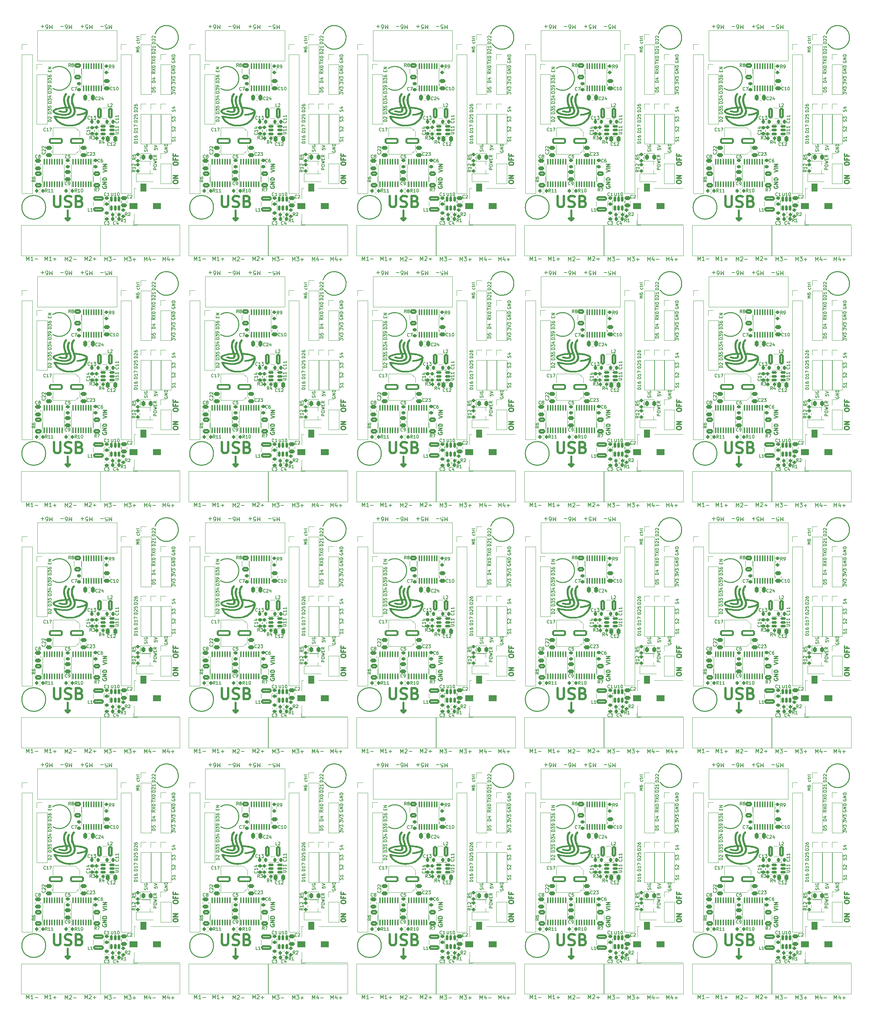
<source format=gbr>
%TF.GenerationSoftware,KiCad,Pcbnew,(6.0.5)*%
%TF.CreationDate,2022-06-09T01:52:49-04:00*%
%TF.ProjectId,NoU2-panelized,4e6f5532-2d70-4616-9e65-6c697a65642e,rev?*%
%TF.SameCoordinates,Original*%
%TF.FileFunction,Legend,Top*%
%TF.FilePolarity,Positive*%
%FSLAX46Y46*%
G04 Gerber Fmt 4.6, Leading zero omitted, Abs format (unit mm)*
G04 Created by KiCad (PCBNEW (6.0.5)) date 2022-06-09 01:52:49*
%MOMM*%
%LPD*%
G01*
G04 APERTURE LIST*
G04 Aperture macros list*
%AMRoundRect*
0 Rectangle with rounded corners*
0 $1 Rounding radius*
0 $2 $3 $4 $5 $6 $7 $8 $9 X,Y pos of 4 corners*
0 Add a 4 corners polygon primitive as box body*
4,1,4,$2,$3,$4,$5,$6,$7,$8,$9,$2,$3,0*
0 Add four circle primitives for the rounded corners*
1,1,$1+$1,$2,$3*
1,1,$1+$1,$4,$5*
1,1,$1+$1,$6,$7*
1,1,$1+$1,$8,$9*
0 Add four rect primitives between the rounded corners*
20,1,$1+$1,$2,$3,$4,$5,0*
20,1,$1+$1,$4,$5,$6,$7,0*
20,1,$1+$1,$6,$7,$8,$9,0*
20,1,$1+$1,$8,$9,$2,$3,0*%
G04 Aperture macros list end*
%ADD10C,0.254000*%
%ADD11C,0.508000*%
%ADD12C,0.300000*%
%ADD13C,0.200000*%
%ADD14C,0.203200*%
%ADD15C,0.609600*%
%ADD16C,0.120000*%
%ADD17C,0.010000*%
%ADD18C,2.032000*%
%ADD19C,0.500000*%
%ADD20RoundRect,1.000000X0.000000X0.800000X0.000000X0.800000X0.000000X-0.800000X0.000000X-0.800000X0*%
%ADD21RoundRect,1.000000X0.800000X0.000000X-0.800000X0.000000X-0.800000X0.000000X0.800000X0.000000X0*%
%ADD22RoundRect,0.200000X0.200000X0.275000X-0.200000X0.275000X-0.200000X-0.275000X0.200000X-0.275000X0*%
%ADD23C,2.500000*%
%ADD24RoundRect,0.200000X-0.275000X0.200000X-0.275000X-0.200000X0.275000X-0.200000X0.275000X0.200000X0*%
%ADD25RoundRect,0.225000X-0.250000X0.225000X-0.250000X-0.225000X0.250000X-0.225000X0.250000X0.225000X0*%
%ADD26RoundRect,0.250000X-0.475000X0.250000X-0.475000X-0.250000X0.475000X-0.250000X0.475000X0.250000X0*%
%ADD27RoundRect,0.250000X-0.250000X-0.475000X0.250000X-0.475000X0.250000X0.475000X-0.250000X0.475000X0*%
%ADD28C,3.200000*%
%ADD29RoundRect,0.200000X-0.200000X-0.275000X0.200000X-0.275000X0.200000X0.275000X-0.200000X0.275000X0*%
%ADD30RoundRect,0.250000X-1.075000X0.375000X-1.075000X-0.375000X1.075000X-0.375000X1.075000X0.375000X0*%
%ADD31RoundRect,0.200000X0.275000X-0.200000X0.275000X0.200000X-0.275000X0.200000X-0.275000X-0.200000X0*%
%ADD32C,1.700000*%
%ADD33O,1.700000X1.700000*%
%ADD34RoundRect,0.250000X0.475000X-0.250000X0.475000X0.250000X-0.475000X0.250000X-0.475000X-0.250000X0*%
%ADD35RoundRect,0.243750X-0.243750X-0.456250X0.243750X-0.456250X0.243750X0.456250X-0.243750X0.456250X0*%
%ADD36RoundRect,0.225000X0.225000X0.250000X-0.225000X0.250000X-0.225000X-0.250000X0.225000X-0.250000X0*%
%ADD37RoundRect,0.250000X1.500000X0.550000X-1.500000X0.550000X-1.500000X-0.550000X1.500000X-0.550000X0*%
%ADD38R,3.810000X2.794000*%
%ADD39RoundRect,0.100000X0.100000X-0.687500X0.100000X0.687500X-0.100000X0.687500X-0.100000X-0.687500X0*%
%ADD40RoundRect,0.225000X-0.225000X-0.250000X0.225000X-0.250000X0.225000X0.250000X-0.225000X0.250000X0*%
%ADD41RoundRect,0.249997X-0.625003X0.312503X-0.625003X-0.312503X0.625003X-0.312503X0.625003X0.312503X0*%
%ADD42RoundRect,0.225000X0.250000X-0.225000X0.250000X0.225000X-0.250000X0.225000X-0.250000X-0.225000X0*%
%ADD43R,0.900000X0.800000*%
%ADD44RoundRect,0.249997X0.625003X-0.312503X0.625003X0.312503X-0.625003X0.312503X-0.625003X-0.312503X0*%
%ADD45RoundRect,0.100000X-0.100000X0.687500X-0.100000X-0.687500X0.100000X-0.687500X0.100000X0.687500X0*%
%ADD46RoundRect,0.250000X0.375000X1.075000X-0.375000X1.075000X-0.375000X-1.075000X0.375000X-1.075000X0*%
%ADD47R,1.300000X1.700000*%
%ADD48RoundRect,0.150000X0.150000X-0.512500X0.150000X0.512500X-0.150000X0.512500X-0.150000X-0.512500X0*%
%ADD49C,1.000000*%
%ADD50RoundRect,0.150000X-0.512500X-0.150000X0.512500X-0.150000X0.512500X0.150000X-0.512500X0.150000X0*%
G04 APERTURE END LIST*
D10*
X28548000Y-188000000D02*
G75*
G03*
X28548000Y-188000000I-3048000J0D01*
G01*
X157548000Y-62000000D02*
G75*
G03*
X157548000Y-62000000I-3048000J0D01*
G01*
X114548000Y-251000000D02*
G75*
G03*
X114548000Y-251000000I-3048000J0D01*
G01*
X71548000Y-125000000D02*
G75*
G03*
X71548000Y-125000000I-3048000J0D01*
G01*
X28548000Y-125000000D02*
G75*
G03*
X28548000Y-125000000I-3048000J0D01*
G01*
X200548000Y-62000000D02*
G75*
G03*
X200548000Y-62000000I-3048000J0D01*
G01*
X71548000Y-62000000D02*
G75*
G03*
X71548000Y-62000000I-3048000J0D01*
G01*
X71548000Y-188000000D02*
G75*
G03*
X71548000Y-188000000I-3048000J0D01*
G01*
X200548000Y-251000000D02*
G75*
G03*
X200548000Y-251000000I-3048000J0D01*
G01*
X157548000Y-188000000D02*
G75*
G03*
X157548000Y-188000000I-3048000J0D01*
G01*
X28548000Y-251000000D02*
G75*
G03*
X28548000Y-251000000I-3048000J0D01*
G01*
X157548000Y-125000000D02*
G75*
G03*
X157548000Y-125000000I-3048000J0D01*
G01*
X71548000Y-251000000D02*
G75*
G03*
X71548000Y-251000000I-3048000J0D01*
G01*
X157548000Y-251000000D02*
G75*
G03*
X157548000Y-251000000I-3048000J0D01*
G01*
X200548000Y-125000000D02*
G75*
G03*
X200548000Y-125000000I-3048000J0D01*
G01*
X114548000Y-62000000D02*
G75*
G03*
X114548000Y-62000000I-3048000J0D01*
G01*
X114548000Y-125000000D02*
G75*
G03*
X114548000Y-125000000I-3048000J0D01*
G01*
X28548000Y-62000000D02*
G75*
G03*
X28548000Y-62000000I-3048000J0D01*
G01*
X200548000Y-188000000D02*
G75*
G03*
X200548000Y-188000000I-3048000J0D01*
G01*
X114548000Y-188000000D02*
G75*
G03*
X114548000Y-188000000I-3048000J0D01*
G01*
D11*
X33600000Y-253800000D02*
X34200000Y-254400000D01*
X205600000Y-127800000D02*
X206200000Y-128400000D01*
X33600000Y-190800000D02*
X34200000Y-191400000D01*
X162600000Y-190800000D02*
X163200000Y-191400000D01*
X76600000Y-190800000D02*
X77200000Y-191400000D01*
X205600000Y-253800000D02*
X206200000Y-254400000D01*
X76600000Y-127800000D02*
X77200000Y-128400000D01*
X119600000Y-253800000D02*
X120200000Y-254400000D01*
X205600000Y-190800000D02*
X206200000Y-191400000D01*
X33600000Y-127800000D02*
X34200000Y-128400000D01*
X76600000Y-64800000D02*
X77200000Y-65400000D01*
X162600000Y-127800000D02*
X163200000Y-128400000D01*
X33600000Y-64800000D02*
X34200000Y-65400000D01*
X119600000Y-64800000D02*
X120200000Y-65400000D01*
X162600000Y-253800000D02*
X163200000Y-254400000D01*
X119600000Y-190800000D02*
X120200000Y-191400000D01*
X119600000Y-127800000D02*
X120200000Y-128400000D01*
X76600000Y-253800000D02*
X77200000Y-254400000D01*
X162600000Y-64800000D02*
X163200000Y-65400000D01*
X205600000Y-64800000D02*
X206200000Y-65400000D01*
X206200000Y-191400000D02*
X206800000Y-190800000D01*
X206200000Y-128400000D02*
X206800000Y-127800000D01*
X77200000Y-65400000D02*
X77800000Y-64800000D01*
X206200000Y-65400000D02*
X206800000Y-64800000D01*
X34200000Y-128400000D02*
X34800000Y-127800000D01*
X163200000Y-191400000D02*
X163800000Y-190800000D01*
X163200000Y-65400000D02*
X163800000Y-64800000D01*
X163200000Y-254400000D02*
X163800000Y-253800000D01*
X34200000Y-254400000D02*
X34800000Y-253800000D01*
X77200000Y-128400000D02*
X77800000Y-127800000D01*
X120200000Y-254400000D02*
X120800000Y-253800000D01*
X163200000Y-128400000D02*
X163800000Y-127800000D01*
X77200000Y-254400000D02*
X77800000Y-253800000D01*
X206200000Y-254400000D02*
X206800000Y-253800000D01*
X120200000Y-65400000D02*
X120800000Y-64800000D01*
X120200000Y-191400000D02*
X120800000Y-190800000D01*
X34200000Y-191400000D02*
X34800000Y-190800000D01*
X77200000Y-191400000D02*
X77800000Y-190800000D01*
X34200000Y-65400000D02*
X34800000Y-64800000D01*
X120200000Y-128400000D02*
X120800000Y-127800000D01*
X206800000Y-253800000D02*
X205600000Y-253800000D01*
X120800000Y-127800000D02*
X119600000Y-127800000D01*
X120800000Y-64800000D02*
X119600000Y-64800000D01*
X206800000Y-127800000D02*
X205600000Y-127800000D01*
X77800000Y-190800000D02*
X76600000Y-190800000D01*
X77800000Y-253800000D02*
X76600000Y-253800000D01*
X120800000Y-190800000D02*
X119600000Y-190800000D01*
X34800000Y-190800000D02*
X33600000Y-190800000D01*
X34800000Y-253800000D02*
X33600000Y-253800000D01*
X163800000Y-253800000D02*
X162600000Y-253800000D01*
X34800000Y-64800000D02*
X33600000Y-64800000D01*
X206800000Y-190800000D02*
X205600000Y-190800000D01*
X163800000Y-190800000D02*
X162600000Y-190800000D01*
X77800000Y-64800000D02*
X76600000Y-64800000D01*
X77800000Y-127800000D02*
X76600000Y-127800000D01*
X206800000Y-64800000D02*
X205600000Y-64800000D01*
X163800000Y-127800000D02*
X162600000Y-127800000D01*
X34800000Y-127800000D02*
X33600000Y-127800000D01*
X163800000Y-64800000D02*
X162600000Y-64800000D01*
X120800000Y-253800000D02*
X119600000Y-253800000D01*
D10*
X186001200Y-83232400D02*
G75*
G03*
X185598191Y-80591862I2498800J1732400D01*
G01*
X143001200Y-83232400D02*
G75*
G03*
X142598191Y-80591862I2498800J1732400D01*
G01*
X57001200Y-83232400D02*
G75*
G03*
X56598191Y-80591862I2498800J1732400D01*
G01*
X186001200Y-20232400D02*
G75*
G03*
X185598191Y-17591862I2498800J1732400D01*
G01*
X143001200Y-20232400D02*
G75*
G03*
X142598191Y-17591862I2498800J1732400D01*
G01*
X57001200Y-146232400D02*
G75*
G03*
X56598191Y-143591862I2498800J1732400D01*
G01*
X100001200Y-20232400D02*
G75*
G03*
X99598191Y-17591862I2498800J1732400D01*
G01*
X229001200Y-209232400D02*
G75*
G03*
X228598191Y-206591862I2498800J1732400D01*
G01*
X186001200Y-146232400D02*
G75*
G03*
X185598191Y-143591862I2498800J1732400D01*
G01*
X100001200Y-209232400D02*
G75*
G03*
X99598191Y-206591862I2498800J1732400D01*
G01*
X229001200Y-146232400D02*
G75*
G03*
X228598191Y-143591862I2498800J1732400D01*
G01*
X143001200Y-146232400D02*
G75*
G03*
X142598191Y-143591862I2498800J1732400D01*
G01*
X143001200Y-209232400D02*
G75*
G03*
X142598191Y-206591862I2498800J1732400D01*
G01*
X100001200Y-146232400D02*
G75*
G03*
X99598191Y-143591862I2498800J1732400D01*
G01*
X57001200Y-209232400D02*
G75*
G03*
X56598191Y-206591862I2498800J1732400D01*
G01*
X229001200Y-20232400D02*
G75*
G03*
X228598191Y-17591862I2498800J1732400D01*
G01*
X57001200Y-20232400D02*
G75*
G03*
X56598191Y-17591862I2498800J1732400D01*
G01*
X186001200Y-209232400D02*
G75*
G03*
X185598191Y-206591862I2498800J1732400D01*
G01*
X229001200Y-83232400D02*
G75*
G03*
X228598191Y-80591862I2498800J1732400D01*
G01*
X100001200Y-83232400D02*
G75*
G03*
X99598191Y-80591862I2498800J1732400D01*
G01*
X202394701Y-31586199D02*
G75*
G03*
X202386054Y-26410004I1612899J2590799D01*
G01*
X159394701Y-31586199D02*
G75*
G03*
X159386054Y-26410004I1612899J2590799D01*
G01*
X30394701Y-94586199D02*
G75*
G03*
X30386054Y-89410004I1612899J2590799D01*
G01*
X73394701Y-31586199D02*
G75*
G03*
X73386054Y-26410004I1612899J2590799D01*
G01*
X159394701Y-157586199D02*
G75*
G03*
X159386054Y-152410004I1612899J2590799D01*
G01*
X159394701Y-94586199D02*
G75*
G03*
X159386054Y-89410004I1612899J2590799D01*
G01*
X159394701Y-220586199D02*
G75*
G03*
X159386054Y-215410004I1612899J2590799D01*
G01*
X116394701Y-31586199D02*
G75*
G03*
X116386054Y-26410004I1612899J2590799D01*
G01*
X73394701Y-157586199D02*
G75*
G03*
X73386054Y-152410004I1612899J2590799D01*
G01*
X202394701Y-220586199D02*
G75*
G03*
X202386054Y-215410004I1612899J2590799D01*
G01*
X202394701Y-94586199D02*
G75*
G03*
X202386054Y-89410004I1612899J2590799D01*
G01*
X116394701Y-157586199D02*
G75*
G03*
X116386054Y-152410004I1612899J2590799D01*
G01*
X30394701Y-157586199D02*
G75*
G03*
X30386054Y-152410004I1612899J2590799D01*
G01*
X30394701Y-220586199D02*
G75*
G03*
X30386054Y-215410004I1612899J2590799D01*
G01*
X73394701Y-94586199D02*
G75*
G03*
X73386054Y-89410004I1612899J2590799D01*
G01*
X116394701Y-94586199D02*
G75*
G03*
X116386054Y-89410004I1612899J2590799D01*
G01*
X73394701Y-220586199D02*
G75*
G03*
X73386054Y-215410004I1612899J2590799D01*
G01*
X202394701Y-157586199D02*
G75*
G03*
X202386054Y-152410004I1612899J2590799D01*
G01*
X116394701Y-220586199D02*
G75*
G03*
X116386054Y-215410004I1612899J2590799D01*
G01*
X30394701Y-31586199D02*
G75*
G03*
X30386054Y-26410004I1612899J2590799D01*
G01*
D11*
X163200000Y-188800000D02*
X163200000Y-191400000D01*
X163200000Y-125800000D02*
X163200000Y-128400000D01*
X163200000Y-251800000D02*
X163200000Y-254400000D01*
X120200000Y-125800000D02*
X120200000Y-128400000D01*
X77200000Y-188800000D02*
X77200000Y-191400000D01*
X120200000Y-62800000D02*
X120200000Y-65400000D01*
X77200000Y-251800000D02*
X77200000Y-254400000D01*
X77200000Y-125800000D02*
X77200000Y-128400000D01*
X206200000Y-125800000D02*
X206200000Y-128400000D01*
X206200000Y-251800000D02*
X206200000Y-254400000D01*
X77200000Y-62800000D02*
X77200000Y-65400000D01*
X163200000Y-62800000D02*
X163200000Y-65400000D01*
X206200000Y-62800000D02*
X206200000Y-65400000D01*
X34200000Y-62800000D02*
X34200000Y-65400000D01*
X34200000Y-251800000D02*
X34200000Y-254400000D01*
X120200000Y-188800000D02*
X120200000Y-191400000D01*
X206200000Y-188800000D02*
X206200000Y-191400000D01*
X34200000Y-125800000D02*
X34200000Y-128400000D01*
X34200000Y-188800000D02*
X34200000Y-191400000D01*
X120200000Y-251800000D02*
X120200000Y-254400000D01*
D12*
X61220857Y-55620857D02*
X61220857Y-55392285D01*
X61278000Y-55278000D01*
X61392285Y-55163714D01*
X61620857Y-55106571D01*
X62020857Y-55106571D01*
X62249428Y-55163714D01*
X62363714Y-55278000D01*
X62420857Y-55392285D01*
X62420857Y-55620857D01*
X62363714Y-55735142D01*
X62249428Y-55849428D01*
X62020857Y-55906571D01*
X61620857Y-55906571D01*
X61392285Y-55849428D01*
X61278000Y-55735142D01*
X61220857Y-55620857D01*
X62420857Y-54592285D02*
X61220857Y-54592285D01*
X62420857Y-53906571D01*
X61220857Y-53906571D01*
X104220857Y-118620857D02*
X104220857Y-118392285D01*
X104278000Y-118278000D01*
X104392285Y-118163714D01*
X104620857Y-118106571D01*
X105020857Y-118106571D01*
X105249428Y-118163714D01*
X105363714Y-118278000D01*
X105420857Y-118392285D01*
X105420857Y-118620857D01*
X105363714Y-118735142D01*
X105249428Y-118849428D01*
X105020857Y-118906571D01*
X104620857Y-118906571D01*
X104392285Y-118849428D01*
X104278000Y-118735142D01*
X104220857Y-118620857D01*
X105420857Y-117592285D02*
X104220857Y-117592285D01*
X105420857Y-116906571D01*
X104220857Y-116906571D01*
X233220857Y-118620857D02*
X233220857Y-118392285D01*
X233278000Y-118278000D01*
X233392285Y-118163714D01*
X233620857Y-118106571D01*
X234020857Y-118106571D01*
X234249428Y-118163714D01*
X234363714Y-118278000D01*
X234420857Y-118392285D01*
X234420857Y-118620857D01*
X234363714Y-118735142D01*
X234249428Y-118849428D01*
X234020857Y-118906571D01*
X233620857Y-118906571D01*
X233392285Y-118849428D01*
X233278000Y-118735142D01*
X233220857Y-118620857D01*
X234420857Y-117592285D02*
X233220857Y-117592285D01*
X234420857Y-116906571D01*
X233220857Y-116906571D01*
X104220857Y-55620857D02*
X104220857Y-55392285D01*
X104278000Y-55278000D01*
X104392285Y-55163714D01*
X104620857Y-55106571D01*
X105020857Y-55106571D01*
X105249428Y-55163714D01*
X105363714Y-55278000D01*
X105420857Y-55392285D01*
X105420857Y-55620857D01*
X105363714Y-55735142D01*
X105249428Y-55849428D01*
X105020857Y-55906571D01*
X104620857Y-55906571D01*
X104392285Y-55849428D01*
X104278000Y-55735142D01*
X104220857Y-55620857D01*
X105420857Y-54592285D02*
X104220857Y-54592285D01*
X105420857Y-53906571D01*
X104220857Y-53906571D01*
X61220857Y-118620857D02*
X61220857Y-118392285D01*
X61278000Y-118278000D01*
X61392285Y-118163714D01*
X61620857Y-118106571D01*
X62020857Y-118106571D01*
X62249428Y-118163714D01*
X62363714Y-118278000D01*
X62420857Y-118392285D01*
X62420857Y-118620857D01*
X62363714Y-118735142D01*
X62249428Y-118849428D01*
X62020857Y-118906571D01*
X61620857Y-118906571D01*
X61392285Y-118849428D01*
X61278000Y-118735142D01*
X61220857Y-118620857D01*
X62420857Y-117592285D02*
X61220857Y-117592285D01*
X62420857Y-116906571D01*
X61220857Y-116906571D01*
X104220857Y-181620857D02*
X104220857Y-181392285D01*
X104278000Y-181278000D01*
X104392285Y-181163714D01*
X104620857Y-181106571D01*
X105020857Y-181106571D01*
X105249428Y-181163714D01*
X105363714Y-181278000D01*
X105420857Y-181392285D01*
X105420857Y-181620857D01*
X105363714Y-181735142D01*
X105249428Y-181849428D01*
X105020857Y-181906571D01*
X104620857Y-181906571D01*
X104392285Y-181849428D01*
X104278000Y-181735142D01*
X104220857Y-181620857D01*
X105420857Y-180592285D02*
X104220857Y-180592285D01*
X105420857Y-179906571D01*
X104220857Y-179906571D01*
X104220857Y-244620857D02*
X104220857Y-244392285D01*
X104278000Y-244278000D01*
X104392285Y-244163714D01*
X104620857Y-244106571D01*
X105020857Y-244106571D01*
X105249428Y-244163714D01*
X105363714Y-244278000D01*
X105420857Y-244392285D01*
X105420857Y-244620857D01*
X105363714Y-244735142D01*
X105249428Y-244849428D01*
X105020857Y-244906571D01*
X104620857Y-244906571D01*
X104392285Y-244849428D01*
X104278000Y-244735142D01*
X104220857Y-244620857D01*
X105420857Y-243592285D02*
X104220857Y-243592285D01*
X105420857Y-242906571D01*
X104220857Y-242906571D01*
X147220857Y-118620857D02*
X147220857Y-118392285D01*
X147278000Y-118278000D01*
X147392285Y-118163714D01*
X147620857Y-118106571D01*
X148020857Y-118106571D01*
X148249428Y-118163714D01*
X148363714Y-118278000D01*
X148420857Y-118392285D01*
X148420857Y-118620857D01*
X148363714Y-118735142D01*
X148249428Y-118849428D01*
X148020857Y-118906571D01*
X147620857Y-118906571D01*
X147392285Y-118849428D01*
X147278000Y-118735142D01*
X147220857Y-118620857D01*
X148420857Y-117592285D02*
X147220857Y-117592285D01*
X148420857Y-116906571D01*
X147220857Y-116906571D01*
X147220857Y-244620857D02*
X147220857Y-244392285D01*
X147278000Y-244278000D01*
X147392285Y-244163714D01*
X147620857Y-244106571D01*
X148020857Y-244106571D01*
X148249428Y-244163714D01*
X148363714Y-244278000D01*
X148420857Y-244392285D01*
X148420857Y-244620857D01*
X148363714Y-244735142D01*
X148249428Y-244849428D01*
X148020857Y-244906571D01*
X147620857Y-244906571D01*
X147392285Y-244849428D01*
X147278000Y-244735142D01*
X147220857Y-244620857D01*
X148420857Y-243592285D02*
X147220857Y-243592285D01*
X148420857Y-242906571D01*
X147220857Y-242906571D01*
X190220857Y-118620857D02*
X190220857Y-118392285D01*
X190278000Y-118278000D01*
X190392285Y-118163714D01*
X190620857Y-118106571D01*
X191020857Y-118106571D01*
X191249428Y-118163714D01*
X191363714Y-118278000D01*
X191420857Y-118392285D01*
X191420857Y-118620857D01*
X191363714Y-118735142D01*
X191249428Y-118849428D01*
X191020857Y-118906571D01*
X190620857Y-118906571D01*
X190392285Y-118849428D01*
X190278000Y-118735142D01*
X190220857Y-118620857D01*
X191420857Y-117592285D02*
X190220857Y-117592285D01*
X191420857Y-116906571D01*
X190220857Y-116906571D01*
X147220857Y-181620857D02*
X147220857Y-181392285D01*
X147278000Y-181278000D01*
X147392285Y-181163714D01*
X147620857Y-181106571D01*
X148020857Y-181106571D01*
X148249428Y-181163714D01*
X148363714Y-181278000D01*
X148420857Y-181392285D01*
X148420857Y-181620857D01*
X148363714Y-181735142D01*
X148249428Y-181849428D01*
X148020857Y-181906571D01*
X147620857Y-181906571D01*
X147392285Y-181849428D01*
X147278000Y-181735142D01*
X147220857Y-181620857D01*
X148420857Y-180592285D02*
X147220857Y-180592285D01*
X148420857Y-179906571D01*
X147220857Y-179906571D01*
X233220857Y-244620857D02*
X233220857Y-244392285D01*
X233278000Y-244278000D01*
X233392285Y-244163714D01*
X233620857Y-244106571D01*
X234020857Y-244106571D01*
X234249428Y-244163714D01*
X234363714Y-244278000D01*
X234420857Y-244392285D01*
X234420857Y-244620857D01*
X234363714Y-244735142D01*
X234249428Y-244849428D01*
X234020857Y-244906571D01*
X233620857Y-244906571D01*
X233392285Y-244849428D01*
X233278000Y-244735142D01*
X233220857Y-244620857D01*
X234420857Y-243592285D02*
X233220857Y-243592285D01*
X234420857Y-242906571D01*
X233220857Y-242906571D01*
X190220857Y-181620857D02*
X190220857Y-181392285D01*
X190278000Y-181278000D01*
X190392285Y-181163714D01*
X190620857Y-181106571D01*
X191020857Y-181106571D01*
X191249428Y-181163714D01*
X191363714Y-181278000D01*
X191420857Y-181392285D01*
X191420857Y-181620857D01*
X191363714Y-181735142D01*
X191249428Y-181849428D01*
X191020857Y-181906571D01*
X190620857Y-181906571D01*
X190392285Y-181849428D01*
X190278000Y-181735142D01*
X190220857Y-181620857D01*
X191420857Y-180592285D02*
X190220857Y-180592285D01*
X191420857Y-179906571D01*
X190220857Y-179906571D01*
X233220857Y-55620857D02*
X233220857Y-55392285D01*
X233278000Y-55278000D01*
X233392285Y-55163714D01*
X233620857Y-55106571D01*
X234020857Y-55106571D01*
X234249428Y-55163714D01*
X234363714Y-55278000D01*
X234420857Y-55392285D01*
X234420857Y-55620857D01*
X234363714Y-55735142D01*
X234249428Y-55849428D01*
X234020857Y-55906571D01*
X233620857Y-55906571D01*
X233392285Y-55849428D01*
X233278000Y-55735142D01*
X233220857Y-55620857D01*
X234420857Y-54592285D02*
X233220857Y-54592285D01*
X234420857Y-53906571D01*
X233220857Y-53906571D01*
X190220857Y-244620857D02*
X190220857Y-244392285D01*
X190278000Y-244278000D01*
X190392285Y-244163714D01*
X190620857Y-244106571D01*
X191020857Y-244106571D01*
X191249428Y-244163714D01*
X191363714Y-244278000D01*
X191420857Y-244392285D01*
X191420857Y-244620857D01*
X191363714Y-244735142D01*
X191249428Y-244849428D01*
X191020857Y-244906571D01*
X190620857Y-244906571D01*
X190392285Y-244849428D01*
X190278000Y-244735142D01*
X190220857Y-244620857D01*
X191420857Y-243592285D02*
X190220857Y-243592285D01*
X191420857Y-242906571D01*
X190220857Y-242906571D01*
X61220857Y-181620857D02*
X61220857Y-181392285D01*
X61278000Y-181278000D01*
X61392285Y-181163714D01*
X61620857Y-181106571D01*
X62020857Y-181106571D01*
X62249428Y-181163714D01*
X62363714Y-181278000D01*
X62420857Y-181392285D01*
X62420857Y-181620857D01*
X62363714Y-181735142D01*
X62249428Y-181849428D01*
X62020857Y-181906571D01*
X61620857Y-181906571D01*
X61392285Y-181849428D01*
X61278000Y-181735142D01*
X61220857Y-181620857D01*
X62420857Y-180592285D02*
X61220857Y-180592285D01*
X62420857Y-179906571D01*
X61220857Y-179906571D01*
X147220857Y-55620857D02*
X147220857Y-55392285D01*
X147278000Y-55278000D01*
X147392285Y-55163714D01*
X147620857Y-55106571D01*
X148020857Y-55106571D01*
X148249428Y-55163714D01*
X148363714Y-55278000D01*
X148420857Y-55392285D01*
X148420857Y-55620857D01*
X148363714Y-55735142D01*
X148249428Y-55849428D01*
X148020857Y-55906571D01*
X147620857Y-55906571D01*
X147392285Y-55849428D01*
X147278000Y-55735142D01*
X147220857Y-55620857D01*
X148420857Y-54592285D02*
X147220857Y-54592285D01*
X148420857Y-53906571D01*
X147220857Y-53906571D01*
X61220857Y-244620857D02*
X61220857Y-244392285D01*
X61278000Y-244278000D01*
X61392285Y-244163714D01*
X61620857Y-244106571D01*
X62020857Y-244106571D01*
X62249428Y-244163714D01*
X62363714Y-244278000D01*
X62420857Y-244392285D01*
X62420857Y-244620857D01*
X62363714Y-244735142D01*
X62249428Y-244849428D01*
X62020857Y-244906571D01*
X61620857Y-244906571D01*
X61392285Y-244849428D01*
X61278000Y-244735142D01*
X61220857Y-244620857D01*
X62420857Y-243592285D02*
X61220857Y-243592285D01*
X62420857Y-242906571D01*
X61220857Y-242906571D01*
X190220857Y-55620857D02*
X190220857Y-55392285D01*
X190278000Y-55278000D01*
X190392285Y-55163714D01*
X190620857Y-55106571D01*
X191020857Y-55106571D01*
X191249428Y-55163714D01*
X191363714Y-55278000D01*
X191420857Y-55392285D01*
X191420857Y-55620857D01*
X191363714Y-55735142D01*
X191249428Y-55849428D01*
X191020857Y-55906571D01*
X190620857Y-55906571D01*
X190392285Y-55849428D01*
X190278000Y-55735142D01*
X190220857Y-55620857D01*
X191420857Y-54592285D02*
X190220857Y-54592285D01*
X191420857Y-53906571D01*
X190220857Y-53906571D01*
X233220857Y-181620857D02*
X233220857Y-181392285D01*
X233278000Y-181278000D01*
X233392285Y-181163714D01*
X233620857Y-181106571D01*
X234020857Y-181106571D01*
X234249428Y-181163714D01*
X234363714Y-181278000D01*
X234420857Y-181392285D01*
X234420857Y-181620857D01*
X234363714Y-181735142D01*
X234249428Y-181849428D01*
X234020857Y-181906571D01*
X233620857Y-181906571D01*
X233392285Y-181849428D01*
X233278000Y-181735142D01*
X233220857Y-181620857D01*
X234420857Y-180592285D02*
X233220857Y-180592285D01*
X234420857Y-179906571D01*
X233220857Y-179906571D01*
D13*
X224029104Y-37586828D02*
X223229104Y-37586828D01*
X223229104Y-37396352D01*
X223267200Y-37282066D01*
X223343390Y-37205876D01*
X223419580Y-37167780D01*
X223571961Y-37129685D01*
X223686247Y-37129685D01*
X223838628Y-37167780D01*
X223914819Y-37205876D01*
X223991009Y-37282066D01*
X224029104Y-37396352D01*
X224029104Y-37586828D01*
X223305295Y-36824923D02*
X223267200Y-36786828D01*
X223229104Y-36710638D01*
X223229104Y-36520161D01*
X223267200Y-36443971D01*
X223305295Y-36405876D01*
X223381485Y-36367780D01*
X223457676Y-36367780D01*
X223571961Y-36405876D01*
X224029104Y-36863019D01*
X224029104Y-36367780D01*
X223229104Y-35682066D02*
X223229104Y-35834447D01*
X223267200Y-35910638D01*
X223305295Y-35948733D01*
X223419580Y-36024923D01*
X223571961Y-36063019D01*
X223876723Y-36063019D01*
X223952914Y-36024923D01*
X223991009Y-35986828D01*
X224029104Y-35910638D01*
X224029104Y-35758257D01*
X223991009Y-35682066D01*
X223952914Y-35643971D01*
X223876723Y-35605876D01*
X223686247Y-35605876D01*
X223610057Y-35643971D01*
X223571961Y-35682066D01*
X223533866Y-35758257D01*
X223533866Y-35910638D01*
X223571961Y-35986828D01*
X223610057Y-36024923D01*
X223686247Y-36063019D01*
X95029104Y-226586828D02*
X94229104Y-226586828D01*
X94229104Y-226396352D01*
X94267200Y-226282066D01*
X94343390Y-226205876D01*
X94419580Y-226167780D01*
X94571961Y-226129685D01*
X94686247Y-226129685D01*
X94838628Y-226167780D01*
X94914819Y-226205876D01*
X94991009Y-226282066D01*
X95029104Y-226396352D01*
X95029104Y-226586828D01*
X94305295Y-225824923D02*
X94267200Y-225786828D01*
X94229104Y-225710638D01*
X94229104Y-225520161D01*
X94267200Y-225443971D01*
X94305295Y-225405876D01*
X94381485Y-225367780D01*
X94457676Y-225367780D01*
X94571961Y-225405876D01*
X95029104Y-225863019D01*
X95029104Y-225367780D01*
X94229104Y-224682066D02*
X94229104Y-224834447D01*
X94267200Y-224910638D01*
X94305295Y-224948733D01*
X94419580Y-225024923D01*
X94571961Y-225063019D01*
X94876723Y-225063019D01*
X94952914Y-225024923D01*
X94991009Y-224986828D01*
X95029104Y-224910638D01*
X95029104Y-224758257D01*
X94991009Y-224682066D01*
X94952914Y-224643971D01*
X94876723Y-224605876D01*
X94686247Y-224605876D01*
X94610057Y-224643971D01*
X94571961Y-224682066D01*
X94533866Y-224758257D01*
X94533866Y-224910638D01*
X94571961Y-224986828D01*
X94610057Y-225024923D01*
X94686247Y-225063019D01*
X138029104Y-226586828D02*
X137229104Y-226586828D01*
X137229104Y-226396352D01*
X137267200Y-226282066D01*
X137343390Y-226205876D01*
X137419580Y-226167780D01*
X137571961Y-226129685D01*
X137686247Y-226129685D01*
X137838628Y-226167780D01*
X137914819Y-226205876D01*
X137991009Y-226282066D01*
X138029104Y-226396352D01*
X138029104Y-226586828D01*
X137305295Y-225824923D02*
X137267200Y-225786828D01*
X137229104Y-225710638D01*
X137229104Y-225520161D01*
X137267200Y-225443971D01*
X137305295Y-225405876D01*
X137381485Y-225367780D01*
X137457676Y-225367780D01*
X137571961Y-225405876D01*
X138029104Y-225863019D01*
X138029104Y-225367780D01*
X137229104Y-224682066D02*
X137229104Y-224834447D01*
X137267200Y-224910638D01*
X137305295Y-224948733D01*
X137419580Y-225024923D01*
X137571961Y-225063019D01*
X137876723Y-225063019D01*
X137952914Y-225024923D01*
X137991009Y-224986828D01*
X138029104Y-224910638D01*
X138029104Y-224758257D01*
X137991009Y-224682066D01*
X137952914Y-224643971D01*
X137876723Y-224605876D01*
X137686247Y-224605876D01*
X137610057Y-224643971D01*
X137571961Y-224682066D01*
X137533866Y-224758257D01*
X137533866Y-224910638D01*
X137571961Y-224986828D01*
X137610057Y-225024923D01*
X137686247Y-225063019D01*
X181029104Y-37586828D02*
X180229104Y-37586828D01*
X180229104Y-37396352D01*
X180267200Y-37282066D01*
X180343390Y-37205876D01*
X180419580Y-37167780D01*
X180571961Y-37129685D01*
X180686247Y-37129685D01*
X180838628Y-37167780D01*
X180914819Y-37205876D01*
X180991009Y-37282066D01*
X181029104Y-37396352D01*
X181029104Y-37586828D01*
X180305295Y-36824923D02*
X180267200Y-36786828D01*
X180229104Y-36710638D01*
X180229104Y-36520161D01*
X180267200Y-36443971D01*
X180305295Y-36405876D01*
X180381485Y-36367780D01*
X180457676Y-36367780D01*
X180571961Y-36405876D01*
X181029104Y-36863019D01*
X181029104Y-36367780D01*
X180229104Y-35682066D02*
X180229104Y-35834447D01*
X180267200Y-35910638D01*
X180305295Y-35948733D01*
X180419580Y-36024923D01*
X180571961Y-36063019D01*
X180876723Y-36063019D01*
X180952914Y-36024923D01*
X180991009Y-35986828D01*
X181029104Y-35910638D01*
X181029104Y-35758257D01*
X180991009Y-35682066D01*
X180952914Y-35643971D01*
X180876723Y-35605876D01*
X180686247Y-35605876D01*
X180610057Y-35643971D01*
X180571961Y-35682066D01*
X180533866Y-35758257D01*
X180533866Y-35910638D01*
X180571961Y-35986828D01*
X180610057Y-36024923D01*
X180686247Y-36063019D01*
X52029104Y-37586828D02*
X51229104Y-37586828D01*
X51229104Y-37396352D01*
X51267200Y-37282066D01*
X51343390Y-37205876D01*
X51419580Y-37167780D01*
X51571961Y-37129685D01*
X51686247Y-37129685D01*
X51838628Y-37167780D01*
X51914819Y-37205876D01*
X51991009Y-37282066D01*
X52029104Y-37396352D01*
X52029104Y-37586828D01*
X51305295Y-36824923D02*
X51267200Y-36786828D01*
X51229104Y-36710638D01*
X51229104Y-36520161D01*
X51267200Y-36443971D01*
X51305295Y-36405876D01*
X51381485Y-36367780D01*
X51457676Y-36367780D01*
X51571961Y-36405876D01*
X52029104Y-36863019D01*
X52029104Y-36367780D01*
X51229104Y-35682066D02*
X51229104Y-35834447D01*
X51267200Y-35910638D01*
X51305295Y-35948733D01*
X51419580Y-36024923D01*
X51571961Y-36063019D01*
X51876723Y-36063019D01*
X51952914Y-36024923D01*
X51991009Y-35986828D01*
X52029104Y-35910638D01*
X52029104Y-35758257D01*
X51991009Y-35682066D01*
X51952914Y-35643971D01*
X51876723Y-35605876D01*
X51686247Y-35605876D01*
X51610057Y-35643971D01*
X51571961Y-35682066D01*
X51533866Y-35758257D01*
X51533866Y-35910638D01*
X51571961Y-35986828D01*
X51610057Y-36024923D01*
X51686247Y-36063019D01*
X95029104Y-37586828D02*
X94229104Y-37586828D01*
X94229104Y-37396352D01*
X94267200Y-37282066D01*
X94343390Y-37205876D01*
X94419580Y-37167780D01*
X94571961Y-37129685D01*
X94686247Y-37129685D01*
X94838628Y-37167780D01*
X94914819Y-37205876D01*
X94991009Y-37282066D01*
X95029104Y-37396352D01*
X95029104Y-37586828D01*
X94305295Y-36824923D02*
X94267200Y-36786828D01*
X94229104Y-36710638D01*
X94229104Y-36520161D01*
X94267200Y-36443971D01*
X94305295Y-36405876D01*
X94381485Y-36367780D01*
X94457676Y-36367780D01*
X94571961Y-36405876D01*
X95029104Y-36863019D01*
X95029104Y-36367780D01*
X94229104Y-35682066D02*
X94229104Y-35834447D01*
X94267200Y-35910638D01*
X94305295Y-35948733D01*
X94419580Y-36024923D01*
X94571961Y-36063019D01*
X94876723Y-36063019D01*
X94952914Y-36024923D01*
X94991009Y-35986828D01*
X95029104Y-35910638D01*
X95029104Y-35758257D01*
X94991009Y-35682066D01*
X94952914Y-35643971D01*
X94876723Y-35605876D01*
X94686247Y-35605876D01*
X94610057Y-35643971D01*
X94571961Y-35682066D01*
X94533866Y-35758257D01*
X94533866Y-35910638D01*
X94571961Y-35986828D01*
X94610057Y-36024923D01*
X94686247Y-36063019D01*
X224029104Y-163586828D02*
X223229104Y-163586828D01*
X223229104Y-163396352D01*
X223267200Y-163282066D01*
X223343390Y-163205876D01*
X223419580Y-163167780D01*
X223571961Y-163129685D01*
X223686247Y-163129685D01*
X223838628Y-163167780D01*
X223914819Y-163205876D01*
X223991009Y-163282066D01*
X224029104Y-163396352D01*
X224029104Y-163586828D01*
X223305295Y-162824923D02*
X223267200Y-162786828D01*
X223229104Y-162710638D01*
X223229104Y-162520161D01*
X223267200Y-162443971D01*
X223305295Y-162405876D01*
X223381485Y-162367780D01*
X223457676Y-162367780D01*
X223571961Y-162405876D01*
X224029104Y-162863019D01*
X224029104Y-162367780D01*
X223229104Y-161682066D02*
X223229104Y-161834447D01*
X223267200Y-161910638D01*
X223305295Y-161948733D01*
X223419580Y-162024923D01*
X223571961Y-162063019D01*
X223876723Y-162063019D01*
X223952914Y-162024923D01*
X223991009Y-161986828D01*
X224029104Y-161910638D01*
X224029104Y-161758257D01*
X223991009Y-161682066D01*
X223952914Y-161643971D01*
X223876723Y-161605876D01*
X223686247Y-161605876D01*
X223610057Y-161643971D01*
X223571961Y-161682066D01*
X223533866Y-161758257D01*
X223533866Y-161910638D01*
X223571961Y-161986828D01*
X223610057Y-162024923D01*
X223686247Y-162063019D01*
X138029104Y-37586828D02*
X137229104Y-37586828D01*
X137229104Y-37396352D01*
X137267200Y-37282066D01*
X137343390Y-37205876D01*
X137419580Y-37167780D01*
X137571961Y-37129685D01*
X137686247Y-37129685D01*
X137838628Y-37167780D01*
X137914819Y-37205876D01*
X137991009Y-37282066D01*
X138029104Y-37396352D01*
X138029104Y-37586828D01*
X137305295Y-36824923D02*
X137267200Y-36786828D01*
X137229104Y-36710638D01*
X137229104Y-36520161D01*
X137267200Y-36443971D01*
X137305295Y-36405876D01*
X137381485Y-36367780D01*
X137457676Y-36367780D01*
X137571961Y-36405876D01*
X138029104Y-36863019D01*
X138029104Y-36367780D01*
X137229104Y-35682066D02*
X137229104Y-35834447D01*
X137267200Y-35910638D01*
X137305295Y-35948733D01*
X137419580Y-36024923D01*
X137571961Y-36063019D01*
X137876723Y-36063019D01*
X137952914Y-36024923D01*
X137991009Y-35986828D01*
X138029104Y-35910638D01*
X138029104Y-35758257D01*
X137991009Y-35682066D01*
X137952914Y-35643971D01*
X137876723Y-35605876D01*
X137686247Y-35605876D01*
X137610057Y-35643971D01*
X137571961Y-35682066D01*
X137533866Y-35758257D01*
X137533866Y-35910638D01*
X137571961Y-35986828D01*
X137610057Y-36024923D01*
X137686247Y-36063019D01*
X52029104Y-100586828D02*
X51229104Y-100586828D01*
X51229104Y-100396352D01*
X51267200Y-100282066D01*
X51343390Y-100205876D01*
X51419580Y-100167780D01*
X51571961Y-100129685D01*
X51686247Y-100129685D01*
X51838628Y-100167780D01*
X51914819Y-100205876D01*
X51991009Y-100282066D01*
X52029104Y-100396352D01*
X52029104Y-100586828D01*
X51305295Y-99824923D02*
X51267200Y-99786828D01*
X51229104Y-99710638D01*
X51229104Y-99520161D01*
X51267200Y-99443971D01*
X51305295Y-99405876D01*
X51381485Y-99367780D01*
X51457676Y-99367780D01*
X51571961Y-99405876D01*
X52029104Y-99863019D01*
X52029104Y-99367780D01*
X51229104Y-98682066D02*
X51229104Y-98834447D01*
X51267200Y-98910638D01*
X51305295Y-98948733D01*
X51419580Y-99024923D01*
X51571961Y-99063019D01*
X51876723Y-99063019D01*
X51952914Y-99024923D01*
X51991009Y-98986828D01*
X52029104Y-98910638D01*
X52029104Y-98758257D01*
X51991009Y-98682066D01*
X51952914Y-98643971D01*
X51876723Y-98605876D01*
X51686247Y-98605876D01*
X51610057Y-98643971D01*
X51571961Y-98682066D01*
X51533866Y-98758257D01*
X51533866Y-98910638D01*
X51571961Y-98986828D01*
X51610057Y-99024923D01*
X51686247Y-99063019D01*
X224029104Y-226586828D02*
X223229104Y-226586828D01*
X223229104Y-226396352D01*
X223267200Y-226282066D01*
X223343390Y-226205876D01*
X223419580Y-226167780D01*
X223571961Y-226129685D01*
X223686247Y-226129685D01*
X223838628Y-226167780D01*
X223914819Y-226205876D01*
X223991009Y-226282066D01*
X224029104Y-226396352D01*
X224029104Y-226586828D01*
X223305295Y-225824923D02*
X223267200Y-225786828D01*
X223229104Y-225710638D01*
X223229104Y-225520161D01*
X223267200Y-225443971D01*
X223305295Y-225405876D01*
X223381485Y-225367780D01*
X223457676Y-225367780D01*
X223571961Y-225405876D01*
X224029104Y-225863019D01*
X224029104Y-225367780D01*
X223229104Y-224682066D02*
X223229104Y-224834447D01*
X223267200Y-224910638D01*
X223305295Y-224948733D01*
X223419580Y-225024923D01*
X223571961Y-225063019D01*
X223876723Y-225063019D01*
X223952914Y-225024923D01*
X223991009Y-224986828D01*
X224029104Y-224910638D01*
X224029104Y-224758257D01*
X223991009Y-224682066D01*
X223952914Y-224643971D01*
X223876723Y-224605876D01*
X223686247Y-224605876D01*
X223610057Y-224643971D01*
X223571961Y-224682066D01*
X223533866Y-224758257D01*
X223533866Y-224910638D01*
X223571961Y-224986828D01*
X223610057Y-225024923D01*
X223686247Y-225063019D01*
X181029104Y-100586828D02*
X180229104Y-100586828D01*
X180229104Y-100396352D01*
X180267200Y-100282066D01*
X180343390Y-100205876D01*
X180419580Y-100167780D01*
X180571961Y-100129685D01*
X180686247Y-100129685D01*
X180838628Y-100167780D01*
X180914819Y-100205876D01*
X180991009Y-100282066D01*
X181029104Y-100396352D01*
X181029104Y-100586828D01*
X180305295Y-99824923D02*
X180267200Y-99786828D01*
X180229104Y-99710638D01*
X180229104Y-99520161D01*
X180267200Y-99443971D01*
X180305295Y-99405876D01*
X180381485Y-99367780D01*
X180457676Y-99367780D01*
X180571961Y-99405876D01*
X181029104Y-99863019D01*
X181029104Y-99367780D01*
X180229104Y-98682066D02*
X180229104Y-98834447D01*
X180267200Y-98910638D01*
X180305295Y-98948733D01*
X180419580Y-99024923D01*
X180571961Y-99063019D01*
X180876723Y-99063019D01*
X180952914Y-99024923D01*
X180991009Y-98986828D01*
X181029104Y-98910638D01*
X181029104Y-98758257D01*
X180991009Y-98682066D01*
X180952914Y-98643971D01*
X180876723Y-98605876D01*
X180686247Y-98605876D01*
X180610057Y-98643971D01*
X180571961Y-98682066D01*
X180533866Y-98758257D01*
X180533866Y-98910638D01*
X180571961Y-98986828D01*
X180610057Y-99024923D01*
X180686247Y-99063019D01*
X95029104Y-100586828D02*
X94229104Y-100586828D01*
X94229104Y-100396352D01*
X94267200Y-100282066D01*
X94343390Y-100205876D01*
X94419580Y-100167780D01*
X94571961Y-100129685D01*
X94686247Y-100129685D01*
X94838628Y-100167780D01*
X94914819Y-100205876D01*
X94991009Y-100282066D01*
X95029104Y-100396352D01*
X95029104Y-100586828D01*
X94305295Y-99824923D02*
X94267200Y-99786828D01*
X94229104Y-99710638D01*
X94229104Y-99520161D01*
X94267200Y-99443971D01*
X94305295Y-99405876D01*
X94381485Y-99367780D01*
X94457676Y-99367780D01*
X94571961Y-99405876D01*
X95029104Y-99863019D01*
X95029104Y-99367780D01*
X94229104Y-98682066D02*
X94229104Y-98834447D01*
X94267200Y-98910638D01*
X94305295Y-98948733D01*
X94419580Y-99024923D01*
X94571961Y-99063019D01*
X94876723Y-99063019D01*
X94952914Y-99024923D01*
X94991009Y-98986828D01*
X95029104Y-98910638D01*
X95029104Y-98758257D01*
X94991009Y-98682066D01*
X94952914Y-98643971D01*
X94876723Y-98605876D01*
X94686247Y-98605876D01*
X94610057Y-98643971D01*
X94571961Y-98682066D01*
X94533866Y-98758257D01*
X94533866Y-98910638D01*
X94571961Y-98986828D01*
X94610057Y-99024923D01*
X94686247Y-99063019D01*
X138029104Y-100586828D02*
X137229104Y-100586828D01*
X137229104Y-100396352D01*
X137267200Y-100282066D01*
X137343390Y-100205876D01*
X137419580Y-100167780D01*
X137571961Y-100129685D01*
X137686247Y-100129685D01*
X137838628Y-100167780D01*
X137914819Y-100205876D01*
X137991009Y-100282066D01*
X138029104Y-100396352D01*
X138029104Y-100586828D01*
X137305295Y-99824923D02*
X137267200Y-99786828D01*
X137229104Y-99710638D01*
X137229104Y-99520161D01*
X137267200Y-99443971D01*
X137305295Y-99405876D01*
X137381485Y-99367780D01*
X137457676Y-99367780D01*
X137571961Y-99405876D01*
X138029104Y-99863019D01*
X138029104Y-99367780D01*
X137229104Y-98682066D02*
X137229104Y-98834447D01*
X137267200Y-98910638D01*
X137305295Y-98948733D01*
X137419580Y-99024923D01*
X137571961Y-99063019D01*
X137876723Y-99063019D01*
X137952914Y-99024923D01*
X137991009Y-98986828D01*
X138029104Y-98910638D01*
X138029104Y-98758257D01*
X137991009Y-98682066D01*
X137952914Y-98643971D01*
X137876723Y-98605876D01*
X137686247Y-98605876D01*
X137610057Y-98643971D01*
X137571961Y-98682066D01*
X137533866Y-98758257D01*
X137533866Y-98910638D01*
X137571961Y-98986828D01*
X137610057Y-99024923D01*
X137686247Y-99063019D01*
X138029104Y-163586828D02*
X137229104Y-163586828D01*
X137229104Y-163396352D01*
X137267200Y-163282066D01*
X137343390Y-163205876D01*
X137419580Y-163167780D01*
X137571961Y-163129685D01*
X137686247Y-163129685D01*
X137838628Y-163167780D01*
X137914819Y-163205876D01*
X137991009Y-163282066D01*
X138029104Y-163396352D01*
X138029104Y-163586828D01*
X137305295Y-162824923D02*
X137267200Y-162786828D01*
X137229104Y-162710638D01*
X137229104Y-162520161D01*
X137267200Y-162443971D01*
X137305295Y-162405876D01*
X137381485Y-162367780D01*
X137457676Y-162367780D01*
X137571961Y-162405876D01*
X138029104Y-162863019D01*
X138029104Y-162367780D01*
X137229104Y-161682066D02*
X137229104Y-161834447D01*
X137267200Y-161910638D01*
X137305295Y-161948733D01*
X137419580Y-162024923D01*
X137571961Y-162063019D01*
X137876723Y-162063019D01*
X137952914Y-162024923D01*
X137991009Y-161986828D01*
X138029104Y-161910638D01*
X138029104Y-161758257D01*
X137991009Y-161682066D01*
X137952914Y-161643971D01*
X137876723Y-161605876D01*
X137686247Y-161605876D01*
X137610057Y-161643971D01*
X137571961Y-161682066D01*
X137533866Y-161758257D01*
X137533866Y-161910638D01*
X137571961Y-161986828D01*
X137610057Y-162024923D01*
X137686247Y-162063019D01*
X95029104Y-163586828D02*
X94229104Y-163586828D01*
X94229104Y-163396352D01*
X94267200Y-163282066D01*
X94343390Y-163205876D01*
X94419580Y-163167780D01*
X94571961Y-163129685D01*
X94686247Y-163129685D01*
X94838628Y-163167780D01*
X94914819Y-163205876D01*
X94991009Y-163282066D01*
X95029104Y-163396352D01*
X95029104Y-163586828D01*
X94305295Y-162824923D02*
X94267200Y-162786828D01*
X94229104Y-162710638D01*
X94229104Y-162520161D01*
X94267200Y-162443971D01*
X94305295Y-162405876D01*
X94381485Y-162367780D01*
X94457676Y-162367780D01*
X94571961Y-162405876D01*
X95029104Y-162863019D01*
X95029104Y-162367780D01*
X94229104Y-161682066D02*
X94229104Y-161834447D01*
X94267200Y-161910638D01*
X94305295Y-161948733D01*
X94419580Y-162024923D01*
X94571961Y-162063019D01*
X94876723Y-162063019D01*
X94952914Y-162024923D01*
X94991009Y-161986828D01*
X95029104Y-161910638D01*
X95029104Y-161758257D01*
X94991009Y-161682066D01*
X94952914Y-161643971D01*
X94876723Y-161605876D01*
X94686247Y-161605876D01*
X94610057Y-161643971D01*
X94571961Y-161682066D01*
X94533866Y-161758257D01*
X94533866Y-161910638D01*
X94571961Y-161986828D01*
X94610057Y-162024923D01*
X94686247Y-162063019D01*
X181029104Y-163586828D02*
X180229104Y-163586828D01*
X180229104Y-163396352D01*
X180267200Y-163282066D01*
X180343390Y-163205876D01*
X180419580Y-163167780D01*
X180571961Y-163129685D01*
X180686247Y-163129685D01*
X180838628Y-163167780D01*
X180914819Y-163205876D01*
X180991009Y-163282066D01*
X181029104Y-163396352D01*
X181029104Y-163586828D01*
X180305295Y-162824923D02*
X180267200Y-162786828D01*
X180229104Y-162710638D01*
X180229104Y-162520161D01*
X180267200Y-162443971D01*
X180305295Y-162405876D01*
X180381485Y-162367780D01*
X180457676Y-162367780D01*
X180571961Y-162405876D01*
X181029104Y-162863019D01*
X181029104Y-162367780D01*
X180229104Y-161682066D02*
X180229104Y-161834447D01*
X180267200Y-161910638D01*
X180305295Y-161948733D01*
X180419580Y-162024923D01*
X180571961Y-162063019D01*
X180876723Y-162063019D01*
X180952914Y-162024923D01*
X180991009Y-161986828D01*
X181029104Y-161910638D01*
X181029104Y-161758257D01*
X180991009Y-161682066D01*
X180952914Y-161643971D01*
X180876723Y-161605876D01*
X180686247Y-161605876D01*
X180610057Y-161643971D01*
X180571961Y-161682066D01*
X180533866Y-161758257D01*
X180533866Y-161910638D01*
X180571961Y-161986828D01*
X180610057Y-162024923D01*
X180686247Y-162063019D01*
X52029104Y-226586828D02*
X51229104Y-226586828D01*
X51229104Y-226396352D01*
X51267200Y-226282066D01*
X51343390Y-226205876D01*
X51419580Y-226167780D01*
X51571961Y-226129685D01*
X51686247Y-226129685D01*
X51838628Y-226167780D01*
X51914819Y-226205876D01*
X51991009Y-226282066D01*
X52029104Y-226396352D01*
X52029104Y-226586828D01*
X51305295Y-225824923D02*
X51267200Y-225786828D01*
X51229104Y-225710638D01*
X51229104Y-225520161D01*
X51267200Y-225443971D01*
X51305295Y-225405876D01*
X51381485Y-225367780D01*
X51457676Y-225367780D01*
X51571961Y-225405876D01*
X52029104Y-225863019D01*
X52029104Y-225367780D01*
X51229104Y-224682066D02*
X51229104Y-224834447D01*
X51267200Y-224910638D01*
X51305295Y-224948733D01*
X51419580Y-225024923D01*
X51571961Y-225063019D01*
X51876723Y-225063019D01*
X51952914Y-225024923D01*
X51991009Y-224986828D01*
X52029104Y-224910638D01*
X52029104Y-224758257D01*
X51991009Y-224682066D01*
X51952914Y-224643971D01*
X51876723Y-224605876D01*
X51686247Y-224605876D01*
X51610057Y-224643971D01*
X51571961Y-224682066D01*
X51533866Y-224758257D01*
X51533866Y-224910638D01*
X51571961Y-224986828D01*
X51610057Y-225024923D01*
X51686247Y-225063019D01*
X181029104Y-226586828D02*
X180229104Y-226586828D01*
X180229104Y-226396352D01*
X180267200Y-226282066D01*
X180343390Y-226205876D01*
X180419580Y-226167780D01*
X180571961Y-226129685D01*
X180686247Y-226129685D01*
X180838628Y-226167780D01*
X180914819Y-226205876D01*
X180991009Y-226282066D01*
X181029104Y-226396352D01*
X181029104Y-226586828D01*
X180305295Y-225824923D02*
X180267200Y-225786828D01*
X180229104Y-225710638D01*
X180229104Y-225520161D01*
X180267200Y-225443971D01*
X180305295Y-225405876D01*
X180381485Y-225367780D01*
X180457676Y-225367780D01*
X180571961Y-225405876D01*
X181029104Y-225863019D01*
X181029104Y-225367780D01*
X180229104Y-224682066D02*
X180229104Y-224834447D01*
X180267200Y-224910638D01*
X180305295Y-224948733D01*
X180419580Y-225024923D01*
X180571961Y-225063019D01*
X180876723Y-225063019D01*
X180952914Y-225024923D01*
X180991009Y-224986828D01*
X181029104Y-224910638D01*
X181029104Y-224758257D01*
X180991009Y-224682066D01*
X180952914Y-224643971D01*
X180876723Y-224605876D01*
X180686247Y-224605876D01*
X180610057Y-224643971D01*
X180571961Y-224682066D01*
X180533866Y-224758257D01*
X180533866Y-224910638D01*
X180571961Y-224986828D01*
X180610057Y-225024923D01*
X180686247Y-225063019D01*
X224029104Y-100586828D02*
X223229104Y-100586828D01*
X223229104Y-100396352D01*
X223267200Y-100282066D01*
X223343390Y-100205876D01*
X223419580Y-100167780D01*
X223571961Y-100129685D01*
X223686247Y-100129685D01*
X223838628Y-100167780D01*
X223914819Y-100205876D01*
X223991009Y-100282066D01*
X224029104Y-100396352D01*
X224029104Y-100586828D01*
X223305295Y-99824923D02*
X223267200Y-99786828D01*
X223229104Y-99710638D01*
X223229104Y-99520161D01*
X223267200Y-99443971D01*
X223305295Y-99405876D01*
X223381485Y-99367780D01*
X223457676Y-99367780D01*
X223571961Y-99405876D01*
X224029104Y-99863019D01*
X224029104Y-99367780D01*
X223229104Y-98682066D02*
X223229104Y-98834447D01*
X223267200Y-98910638D01*
X223305295Y-98948733D01*
X223419580Y-99024923D01*
X223571961Y-99063019D01*
X223876723Y-99063019D01*
X223952914Y-99024923D01*
X223991009Y-98986828D01*
X224029104Y-98910638D01*
X224029104Y-98758257D01*
X223991009Y-98682066D01*
X223952914Y-98643971D01*
X223876723Y-98605876D01*
X223686247Y-98605876D01*
X223610057Y-98643971D01*
X223571961Y-98682066D01*
X223533866Y-98758257D01*
X223533866Y-98910638D01*
X223571961Y-98986828D01*
X223610057Y-99024923D01*
X223686247Y-99063019D01*
X52029104Y-163586828D02*
X51229104Y-163586828D01*
X51229104Y-163396352D01*
X51267200Y-163282066D01*
X51343390Y-163205876D01*
X51419580Y-163167780D01*
X51571961Y-163129685D01*
X51686247Y-163129685D01*
X51838628Y-163167780D01*
X51914819Y-163205876D01*
X51991009Y-163282066D01*
X52029104Y-163396352D01*
X52029104Y-163586828D01*
X51305295Y-162824923D02*
X51267200Y-162786828D01*
X51229104Y-162710638D01*
X51229104Y-162520161D01*
X51267200Y-162443971D01*
X51305295Y-162405876D01*
X51381485Y-162367780D01*
X51457676Y-162367780D01*
X51571961Y-162405876D01*
X52029104Y-162863019D01*
X52029104Y-162367780D01*
X51229104Y-161682066D02*
X51229104Y-161834447D01*
X51267200Y-161910638D01*
X51305295Y-161948733D01*
X51419580Y-162024923D01*
X51571961Y-162063019D01*
X51876723Y-162063019D01*
X51952914Y-162024923D01*
X51991009Y-161986828D01*
X52029104Y-161910638D01*
X52029104Y-161758257D01*
X51991009Y-161682066D01*
X51952914Y-161643971D01*
X51876723Y-161605876D01*
X51686247Y-161605876D01*
X51610057Y-161643971D01*
X51571961Y-161682066D01*
X51533866Y-161758257D01*
X51533866Y-161910638D01*
X51571961Y-161986828D01*
X51610057Y-162024923D01*
X51686247Y-162063019D01*
X115562857Y-153299876D02*
X115562857Y-153033209D01*
X115981904Y-152918923D02*
X115981904Y-153299876D01*
X115181904Y-153299876D01*
X115181904Y-152918923D01*
X115981904Y-152576066D02*
X115181904Y-152576066D01*
X115981904Y-152118923D01*
X115181904Y-152118923D01*
X29562857Y-216299876D02*
X29562857Y-216033209D01*
X29981904Y-215918923D02*
X29981904Y-216299876D01*
X29181904Y-216299876D01*
X29181904Y-215918923D01*
X29981904Y-215576066D02*
X29181904Y-215576066D01*
X29981904Y-215118923D01*
X29181904Y-215118923D01*
X158562857Y-27299876D02*
X158562857Y-27033209D01*
X158981904Y-26918923D02*
X158981904Y-27299876D01*
X158181904Y-27299876D01*
X158181904Y-26918923D01*
X158981904Y-26576066D02*
X158181904Y-26576066D01*
X158981904Y-26118923D01*
X158181904Y-26118923D01*
X115562857Y-216299876D02*
X115562857Y-216033209D01*
X115981904Y-215918923D02*
X115981904Y-216299876D01*
X115181904Y-216299876D01*
X115181904Y-215918923D01*
X115981904Y-215576066D02*
X115181904Y-215576066D01*
X115981904Y-215118923D01*
X115181904Y-215118923D01*
X201562857Y-90299876D02*
X201562857Y-90033209D01*
X201981904Y-89918923D02*
X201981904Y-90299876D01*
X201181904Y-90299876D01*
X201181904Y-89918923D01*
X201981904Y-89576066D02*
X201181904Y-89576066D01*
X201981904Y-89118923D01*
X201181904Y-89118923D01*
X158562857Y-153299876D02*
X158562857Y-153033209D01*
X158981904Y-152918923D02*
X158981904Y-153299876D01*
X158181904Y-153299876D01*
X158181904Y-152918923D01*
X158981904Y-152576066D02*
X158181904Y-152576066D01*
X158981904Y-152118923D01*
X158181904Y-152118923D01*
X158562857Y-90299876D02*
X158562857Y-90033209D01*
X158981904Y-89918923D02*
X158981904Y-90299876D01*
X158181904Y-90299876D01*
X158181904Y-89918923D01*
X158981904Y-89576066D02*
X158181904Y-89576066D01*
X158981904Y-89118923D01*
X158181904Y-89118923D01*
X158562857Y-216299876D02*
X158562857Y-216033209D01*
X158981904Y-215918923D02*
X158981904Y-216299876D01*
X158181904Y-216299876D01*
X158181904Y-215918923D01*
X158981904Y-215576066D02*
X158181904Y-215576066D01*
X158981904Y-215118923D01*
X158181904Y-215118923D01*
X72562857Y-27299876D02*
X72562857Y-27033209D01*
X72981904Y-26918923D02*
X72981904Y-27299876D01*
X72181904Y-27299876D01*
X72181904Y-26918923D01*
X72981904Y-26576066D02*
X72181904Y-26576066D01*
X72981904Y-26118923D01*
X72181904Y-26118923D01*
X29562857Y-27299876D02*
X29562857Y-27033209D01*
X29981904Y-26918923D02*
X29981904Y-27299876D01*
X29181904Y-27299876D01*
X29181904Y-26918923D01*
X29981904Y-26576066D02*
X29181904Y-26576066D01*
X29981904Y-26118923D01*
X29181904Y-26118923D01*
X29562857Y-90299876D02*
X29562857Y-90033209D01*
X29981904Y-89918923D02*
X29981904Y-90299876D01*
X29181904Y-90299876D01*
X29181904Y-89918923D01*
X29981904Y-89576066D02*
X29181904Y-89576066D01*
X29981904Y-89118923D01*
X29181904Y-89118923D01*
X72562857Y-153299876D02*
X72562857Y-153033209D01*
X72981904Y-152918923D02*
X72981904Y-153299876D01*
X72181904Y-153299876D01*
X72181904Y-152918923D01*
X72981904Y-152576066D02*
X72181904Y-152576066D01*
X72981904Y-152118923D01*
X72181904Y-152118923D01*
X72562857Y-90299876D02*
X72562857Y-90033209D01*
X72981904Y-89918923D02*
X72981904Y-90299876D01*
X72181904Y-90299876D01*
X72181904Y-89918923D01*
X72981904Y-89576066D02*
X72181904Y-89576066D01*
X72981904Y-89118923D01*
X72181904Y-89118923D01*
X115562857Y-90299876D02*
X115562857Y-90033209D01*
X115981904Y-89918923D02*
X115981904Y-90299876D01*
X115181904Y-90299876D01*
X115181904Y-89918923D01*
X115981904Y-89576066D02*
X115181904Y-89576066D01*
X115981904Y-89118923D01*
X115181904Y-89118923D01*
X29562857Y-153299876D02*
X29562857Y-153033209D01*
X29981904Y-152918923D02*
X29981904Y-153299876D01*
X29181904Y-153299876D01*
X29181904Y-152918923D01*
X29981904Y-152576066D02*
X29181904Y-152576066D01*
X29981904Y-152118923D01*
X29181904Y-152118923D01*
X201562857Y-153299876D02*
X201562857Y-153033209D01*
X201981904Y-152918923D02*
X201981904Y-153299876D01*
X201181904Y-153299876D01*
X201181904Y-152918923D01*
X201981904Y-152576066D02*
X201181904Y-152576066D01*
X201981904Y-152118923D01*
X201181904Y-152118923D01*
X72562857Y-216299876D02*
X72562857Y-216033209D01*
X72981904Y-215918923D02*
X72981904Y-216299876D01*
X72181904Y-216299876D01*
X72181904Y-215918923D01*
X72981904Y-215576066D02*
X72181904Y-215576066D01*
X72981904Y-215118923D01*
X72181904Y-215118923D01*
X115562857Y-27299876D02*
X115562857Y-27033209D01*
X115981904Y-26918923D02*
X115981904Y-27299876D01*
X115181904Y-27299876D01*
X115181904Y-26918923D01*
X115981904Y-26576066D02*
X115181904Y-26576066D01*
X115981904Y-26118923D01*
X115181904Y-26118923D01*
X201562857Y-216299876D02*
X201562857Y-216033209D01*
X201981904Y-215918923D02*
X201981904Y-216299876D01*
X201181904Y-216299876D01*
X201181904Y-215918923D01*
X201981904Y-215576066D02*
X201181904Y-215576066D01*
X201981904Y-215118923D01*
X201181904Y-215118923D01*
X201562857Y-27299876D02*
X201562857Y-27033209D01*
X201981904Y-26918923D02*
X201981904Y-27299876D01*
X201181904Y-27299876D01*
X201181904Y-26918923D01*
X201981904Y-26576066D02*
X201181904Y-26576066D01*
X201981904Y-26118923D01*
X201181904Y-26118923D01*
D14*
X116245928Y-78302380D02*
X116245928Y-79318380D01*
X115907261Y-78592666D01*
X115568595Y-79318380D01*
X115568595Y-78302380D01*
X114649357Y-79318380D02*
X114842880Y-79318380D01*
X114939642Y-79270000D01*
X114988023Y-79221619D01*
X115084785Y-79076476D01*
X115133166Y-78882952D01*
X115133166Y-78495904D01*
X115084785Y-78399142D01*
X115036404Y-78350761D01*
X114939642Y-78302380D01*
X114746119Y-78302380D01*
X114649357Y-78350761D01*
X114600976Y-78399142D01*
X114552595Y-78495904D01*
X114552595Y-78737809D01*
X114600976Y-78834571D01*
X114649357Y-78882952D01*
X114746119Y-78931333D01*
X114939642Y-78931333D01*
X115036404Y-78882952D01*
X115084785Y-78834571D01*
X115133166Y-78737809D01*
X114117166Y-78689428D02*
X113343071Y-78689428D01*
X113730119Y-78302380D02*
X113730119Y-79076476D01*
X116245928Y-141302380D02*
X116245928Y-142318380D01*
X115907261Y-141592666D01*
X115568595Y-142318380D01*
X115568595Y-141302380D01*
X114649357Y-142318380D02*
X114842880Y-142318380D01*
X114939642Y-142270000D01*
X114988023Y-142221619D01*
X115084785Y-142076476D01*
X115133166Y-141882952D01*
X115133166Y-141495904D01*
X115084785Y-141399142D01*
X115036404Y-141350761D01*
X114939642Y-141302380D01*
X114746119Y-141302380D01*
X114649357Y-141350761D01*
X114600976Y-141399142D01*
X114552595Y-141495904D01*
X114552595Y-141737809D01*
X114600976Y-141834571D01*
X114649357Y-141882952D01*
X114746119Y-141931333D01*
X114939642Y-141931333D01*
X115036404Y-141882952D01*
X115084785Y-141834571D01*
X115133166Y-141737809D01*
X114117166Y-141689428D02*
X113343071Y-141689428D01*
X113730119Y-141302380D02*
X113730119Y-142076476D01*
X30245928Y-78302380D02*
X30245928Y-79318380D01*
X29907261Y-78592666D01*
X29568595Y-79318380D01*
X29568595Y-78302380D01*
X28649357Y-79318380D02*
X28842880Y-79318380D01*
X28939642Y-79270000D01*
X28988023Y-79221619D01*
X29084785Y-79076476D01*
X29133166Y-78882952D01*
X29133166Y-78495904D01*
X29084785Y-78399142D01*
X29036404Y-78350761D01*
X28939642Y-78302380D01*
X28746119Y-78302380D01*
X28649357Y-78350761D01*
X28600976Y-78399142D01*
X28552595Y-78495904D01*
X28552595Y-78737809D01*
X28600976Y-78834571D01*
X28649357Y-78882952D01*
X28746119Y-78931333D01*
X28939642Y-78931333D01*
X29036404Y-78882952D01*
X29084785Y-78834571D01*
X29133166Y-78737809D01*
X28117166Y-78689428D02*
X27343071Y-78689428D01*
X27730119Y-78302380D02*
X27730119Y-79076476D01*
X202245928Y-15302380D02*
X202245928Y-16318380D01*
X201907261Y-15592666D01*
X201568595Y-16318380D01*
X201568595Y-15302380D01*
X200649357Y-16318380D02*
X200842880Y-16318380D01*
X200939642Y-16270000D01*
X200988023Y-16221619D01*
X201084785Y-16076476D01*
X201133166Y-15882952D01*
X201133166Y-15495904D01*
X201084785Y-15399142D01*
X201036404Y-15350761D01*
X200939642Y-15302380D01*
X200746119Y-15302380D01*
X200649357Y-15350761D01*
X200600976Y-15399142D01*
X200552595Y-15495904D01*
X200552595Y-15737809D01*
X200600976Y-15834571D01*
X200649357Y-15882952D01*
X200746119Y-15931333D01*
X200939642Y-15931333D01*
X201036404Y-15882952D01*
X201084785Y-15834571D01*
X201133166Y-15737809D01*
X200117166Y-15689428D02*
X199343071Y-15689428D01*
X199730119Y-15302380D02*
X199730119Y-16076476D01*
X159245928Y-78302380D02*
X159245928Y-79318380D01*
X158907261Y-78592666D01*
X158568595Y-79318380D01*
X158568595Y-78302380D01*
X157649357Y-79318380D02*
X157842880Y-79318380D01*
X157939642Y-79270000D01*
X157988023Y-79221619D01*
X158084785Y-79076476D01*
X158133166Y-78882952D01*
X158133166Y-78495904D01*
X158084785Y-78399142D01*
X158036404Y-78350761D01*
X157939642Y-78302380D01*
X157746119Y-78302380D01*
X157649357Y-78350761D01*
X157600976Y-78399142D01*
X157552595Y-78495904D01*
X157552595Y-78737809D01*
X157600976Y-78834571D01*
X157649357Y-78882952D01*
X157746119Y-78931333D01*
X157939642Y-78931333D01*
X158036404Y-78882952D01*
X158084785Y-78834571D01*
X158133166Y-78737809D01*
X157117166Y-78689428D02*
X156343071Y-78689428D01*
X156730119Y-78302380D02*
X156730119Y-79076476D01*
X202245928Y-141302380D02*
X202245928Y-142318380D01*
X201907261Y-141592666D01*
X201568595Y-142318380D01*
X201568595Y-141302380D01*
X200649357Y-142318380D02*
X200842880Y-142318380D01*
X200939642Y-142270000D01*
X200988023Y-142221619D01*
X201084785Y-142076476D01*
X201133166Y-141882952D01*
X201133166Y-141495904D01*
X201084785Y-141399142D01*
X201036404Y-141350761D01*
X200939642Y-141302380D01*
X200746119Y-141302380D01*
X200649357Y-141350761D01*
X200600976Y-141399142D01*
X200552595Y-141495904D01*
X200552595Y-141737809D01*
X200600976Y-141834571D01*
X200649357Y-141882952D01*
X200746119Y-141931333D01*
X200939642Y-141931333D01*
X201036404Y-141882952D01*
X201084785Y-141834571D01*
X201133166Y-141737809D01*
X200117166Y-141689428D02*
X199343071Y-141689428D01*
X199730119Y-141302380D02*
X199730119Y-142076476D01*
X159245928Y-141302380D02*
X159245928Y-142318380D01*
X158907261Y-141592666D01*
X158568595Y-142318380D01*
X158568595Y-141302380D01*
X157649357Y-142318380D02*
X157842880Y-142318380D01*
X157939642Y-142270000D01*
X157988023Y-142221619D01*
X158084785Y-142076476D01*
X158133166Y-141882952D01*
X158133166Y-141495904D01*
X158084785Y-141399142D01*
X158036404Y-141350761D01*
X157939642Y-141302380D01*
X157746119Y-141302380D01*
X157649357Y-141350761D01*
X157600976Y-141399142D01*
X157552595Y-141495904D01*
X157552595Y-141737809D01*
X157600976Y-141834571D01*
X157649357Y-141882952D01*
X157746119Y-141931333D01*
X157939642Y-141931333D01*
X158036404Y-141882952D01*
X158084785Y-141834571D01*
X158133166Y-141737809D01*
X157117166Y-141689428D02*
X156343071Y-141689428D01*
X156730119Y-141302380D02*
X156730119Y-142076476D01*
X73245928Y-78302380D02*
X73245928Y-79318380D01*
X72907261Y-78592666D01*
X72568595Y-79318380D01*
X72568595Y-78302380D01*
X71649357Y-79318380D02*
X71842880Y-79318380D01*
X71939642Y-79270000D01*
X71988023Y-79221619D01*
X72084785Y-79076476D01*
X72133166Y-78882952D01*
X72133166Y-78495904D01*
X72084785Y-78399142D01*
X72036404Y-78350761D01*
X71939642Y-78302380D01*
X71746119Y-78302380D01*
X71649357Y-78350761D01*
X71600976Y-78399142D01*
X71552595Y-78495904D01*
X71552595Y-78737809D01*
X71600976Y-78834571D01*
X71649357Y-78882952D01*
X71746119Y-78931333D01*
X71939642Y-78931333D01*
X72036404Y-78882952D01*
X72084785Y-78834571D01*
X72133166Y-78737809D01*
X71117166Y-78689428D02*
X70343071Y-78689428D01*
X70730119Y-78302380D02*
X70730119Y-79076476D01*
X30245928Y-15302380D02*
X30245928Y-16318380D01*
X29907261Y-15592666D01*
X29568595Y-16318380D01*
X29568595Y-15302380D01*
X28649357Y-16318380D02*
X28842880Y-16318380D01*
X28939642Y-16270000D01*
X28988023Y-16221619D01*
X29084785Y-16076476D01*
X29133166Y-15882952D01*
X29133166Y-15495904D01*
X29084785Y-15399142D01*
X29036404Y-15350761D01*
X28939642Y-15302380D01*
X28746119Y-15302380D01*
X28649357Y-15350761D01*
X28600976Y-15399142D01*
X28552595Y-15495904D01*
X28552595Y-15737809D01*
X28600976Y-15834571D01*
X28649357Y-15882952D01*
X28746119Y-15931333D01*
X28939642Y-15931333D01*
X29036404Y-15882952D01*
X29084785Y-15834571D01*
X29133166Y-15737809D01*
X28117166Y-15689428D02*
X27343071Y-15689428D01*
X27730119Y-15302380D02*
X27730119Y-16076476D01*
X116245928Y-15302380D02*
X116245928Y-16318380D01*
X115907261Y-15592666D01*
X115568595Y-16318380D01*
X115568595Y-15302380D01*
X114649357Y-16318380D02*
X114842880Y-16318380D01*
X114939642Y-16270000D01*
X114988023Y-16221619D01*
X115084785Y-16076476D01*
X115133166Y-15882952D01*
X115133166Y-15495904D01*
X115084785Y-15399142D01*
X115036404Y-15350761D01*
X114939642Y-15302380D01*
X114746119Y-15302380D01*
X114649357Y-15350761D01*
X114600976Y-15399142D01*
X114552595Y-15495904D01*
X114552595Y-15737809D01*
X114600976Y-15834571D01*
X114649357Y-15882952D01*
X114746119Y-15931333D01*
X114939642Y-15931333D01*
X115036404Y-15882952D01*
X115084785Y-15834571D01*
X115133166Y-15737809D01*
X114117166Y-15689428D02*
X113343071Y-15689428D01*
X113730119Y-15302380D02*
X113730119Y-16076476D01*
X202245928Y-78302380D02*
X202245928Y-79318380D01*
X201907261Y-78592666D01*
X201568595Y-79318380D01*
X201568595Y-78302380D01*
X200649357Y-79318380D02*
X200842880Y-79318380D01*
X200939642Y-79270000D01*
X200988023Y-79221619D01*
X201084785Y-79076476D01*
X201133166Y-78882952D01*
X201133166Y-78495904D01*
X201084785Y-78399142D01*
X201036404Y-78350761D01*
X200939642Y-78302380D01*
X200746119Y-78302380D01*
X200649357Y-78350761D01*
X200600976Y-78399142D01*
X200552595Y-78495904D01*
X200552595Y-78737809D01*
X200600976Y-78834571D01*
X200649357Y-78882952D01*
X200746119Y-78931333D01*
X200939642Y-78931333D01*
X201036404Y-78882952D01*
X201084785Y-78834571D01*
X201133166Y-78737809D01*
X200117166Y-78689428D02*
X199343071Y-78689428D01*
X199730119Y-78302380D02*
X199730119Y-79076476D01*
X159245928Y-204302380D02*
X159245928Y-205318380D01*
X158907261Y-204592666D01*
X158568595Y-205318380D01*
X158568595Y-204302380D01*
X157649357Y-205318380D02*
X157842880Y-205318380D01*
X157939642Y-205270000D01*
X157988023Y-205221619D01*
X158084785Y-205076476D01*
X158133166Y-204882952D01*
X158133166Y-204495904D01*
X158084785Y-204399142D01*
X158036404Y-204350761D01*
X157939642Y-204302380D01*
X157746119Y-204302380D01*
X157649357Y-204350761D01*
X157600976Y-204399142D01*
X157552595Y-204495904D01*
X157552595Y-204737809D01*
X157600976Y-204834571D01*
X157649357Y-204882952D01*
X157746119Y-204931333D01*
X157939642Y-204931333D01*
X158036404Y-204882952D01*
X158084785Y-204834571D01*
X158133166Y-204737809D01*
X157117166Y-204689428D02*
X156343071Y-204689428D01*
X156730119Y-204302380D02*
X156730119Y-205076476D01*
X30245928Y-141302380D02*
X30245928Y-142318380D01*
X29907261Y-141592666D01*
X29568595Y-142318380D01*
X29568595Y-141302380D01*
X28649357Y-142318380D02*
X28842880Y-142318380D01*
X28939642Y-142270000D01*
X28988023Y-142221619D01*
X29084785Y-142076476D01*
X29133166Y-141882952D01*
X29133166Y-141495904D01*
X29084785Y-141399142D01*
X29036404Y-141350761D01*
X28939642Y-141302380D01*
X28746119Y-141302380D01*
X28649357Y-141350761D01*
X28600976Y-141399142D01*
X28552595Y-141495904D01*
X28552595Y-141737809D01*
X28600976Y-141834571D01*
X28649357Y-141882952D01*
X28746119Y-141931333D01*
X28939642Y-141931333D01*
X29036404Y-141882952D01*
X29084785Y-141834571D01*
X29133166Y-141737809D01*
X28117166Y-141689428D02*
X27343071Y-141689428D01*
X27730119Y-141302380D02*
X27730119Y-142076476D01*
X73245928Y-204302380D02*
X73245928Y-205318380D01*
X72907261Y-204592666D01*
X72568595Y-205318380D01*
X72568595Y-204302380D01*
X71649357Y-205318380D02*
X71842880Y-205318380D01*
X71939642Y-205270000D01*
X71988023Y-205221619D01*
X72084785Y-205076476D01*
X72133166Y-204882952D01*
X72133166Y-204495904D01*
X72084785Y-204399142D01*
X72036404Y-204350761D01*
X71939642Y-204302380D01*
X71746119Y-204302380D01*
X71649357Y-204350761D01*
X71600976Y-204399142D01*
X71552595Y-204495904D01*
X71552595Y-204737809D01*
X71600976Y-204834571D01*
X71649357Y-204882952D01*
X71746119Y-204931333D01*
X71939642Y-204931333D01*
X72036404Y-204882952D01*
X72084785Y-204834571D01*
X72133166Y-204737809D01*
X71117166Y-204689428D02*
X70343071Y-204689428D01*
X70730119Y-204302380D02*
X70730119Y-205076476D01*
X73245928Y-141302380D02*
X73245928Y-142318380D01*
X72907261Y-141592666D01*
X72568595Y-142318380D01*
X72568595Y-141302380D01*
X71649357Y-142318380D02*
X71842880Y-142318380D01*
X71939642Y-142270000D01*
X71988023Y-142221619D01*
X72084785Y-142076476D01*
X72133166Y-141882952D01*
X72133166Y-141495904D01*
X72084785Y-141399142D01*
X72036404Y-141350761D01*
X71939642Y-141302380D01*
X71746119Y-141302380D01*
X71649357Y-141350761D01*
X71600976Y-141399142D01*
X71552595Y-141495904D01*
X71552595Y-141737809D01*
X71600976Y-141834571D01*
X71649357Y-141882952D01*
X71746119Y-141931333D01*
X71939642Y-141931333D01*
X72036404Y-141882952D01*
X72084785Y-141834571D01*
X72133166Y-141737809D01*
X71117166Y-141689428D02*
X70343071Y-141689428D01*
X70730119Y-141302380D02*
X70730119Y-142076476D01*
X73245928Y-15302380D02*
X73245928Y-16318380D01*
X72907261Y-15592666D01*
X72568595Y-16318380D01*
X72568595Y-15302380D01*
X71649357Y-16318380D02*
X71842880Y-16318380D01*
X71939642Y-16270000D01*
X71988023Y-16221619D01*
X72084785Y-16076476D01*
X72133166Y-15882952D01*
X72133166Y-15495904D01*
X72084785Y-15399142D01*
X72036404Y-15350761D01*
X71939642Y-15302380D01*
X71746119Y-15302380D01*
X71649357Y-15350761D01*
X71600976Y-15399142D01*
X71552595Y-15495904D01*
X71552595Y-15737809D01*
X71600976Y-15834571D01*
X71649357Y-15882952D01*
X71746119Y-15931333D01*
X71939642Y-15931333D01*
X72036404Y-15882952D01*
X72084785Y-15834571D01*
X72133166Y-15737809D01*
X71117166Y-15689428D02*
X70343071Y-15689428D01*
X70730119Y-15302380D02*
X70730119Y-16076476D01*
X202245928Y-204302380D02*
X202245928Y-205318380D01*
X201907261Y-204592666D01*
X201568595Y-205318380D01*
X201568595Y-204302380D01*
X200649357Y-205318380D02*
X200842880Y-205318380D01*
X200939642Y-205270000D01*
X200988023Y-205221619D01*
X201084785Y-205076476D01*
X201133166Y-204882952D01*
X201133166Y-204495904D01*
X201084785Y-204399142D01*
X201036404Y-204350761D01*
X200939642Y-204302380D01*
X200746119Y-204302380D01*
X200649357Y-204350761D01*
X200600976Y-204399142D01*
X200552595Y-204495904D01*
X200552595Y-204737809D01*
X200600976Y-204834571D01*
X200649357Y-204882952D01*
X200746119Y-204931333D01*
X200939642Y-204931333D01*
X201036404Y-204882952D01*
X201084785Y-204834571D01*
X201133166Y-204737809D01*
X200117166Y-204689428D02*
X199343071Y-204689428D01*
X199730119Y-204302380D02*
X199730119Y-205076476D01*
X116245928Y-204302380D02*
X116245928Y-205318380D01*
X115907261Y-204592666D01*
X115568595Y-205318380D01*
X115568595Y-204302380D01*
X114649357Y-205318380D02*
X114842880Y-205318380D01*
X114939642Y-205270000D01*
X114988023Y-205221619D01*
X115084785Y-205076476D01*
X115133166Y-204882952D01*
X115133166Y-204495904D01*
X115084785Y-204399142D01*
X115036404Y-204350761D01*
X114939642Y-204302380D01*
X114746119Y-204302380D01*
X114649357Y-204350761D01*
X114600976Y-204399142D01*
X114552595Y-204495904D01*
X114552595Y-204737809D01*
X114600976Y-204834571D01*
X114649357Y-204882952D01*
X114746119Y-204931333D01*
X114939642Y-204931333D01*
X115036404Y-204882952D01*
X115084785Y-204834571D01*
X115133166Y-204737809D01*
X114117166Y-204689428D02*
X113343071Y-204689428D01*
X113730119Y-204302380D02*
X113730119Y-205076476D01*
X30245928Y-204302380D02*
X30245928Y-205318380D01*
X29907261Y-204592666D01*
X29568595Y-205318380D01*
X29568595Y-204302380D01*
X28649357Y-205318380D02*
X28842880Y-205318380D01*
X28939642Y-205270000D01*
X28988023Y-205221619D01*
X29084785Y-205076476D01*
X29133166Y-204882952D01*
X29133166Y-204495904D01*
X29084785Y-204399142D01*
X29036404Y-204350761D01*
X28939642Y-204302380D01*
X28746119Y-204302380D01*
X28649357Y-204350761D01*
X28600976Y-204399142D01*
X28552595Y-204495904D01*
X28552595Y-204737809D01*
X28600976Y-204834571D01*
X28649357Y-204882952D01*
X28746119Y-204931333D01*
X28939642Y-204931333D01*
X29036404Y-204882952D01*
X29084785Y-204834571D01*
X29133166Y-204737809D01*
X28117166Y-204689428D02*
X27343071Y-204689428D01*
X27730119Y-204302380D02*
X27730119Y-205076476D01*
X159245928Y-15302380D02*
X159245928Y-16318380D01*
X158907261Y-15592666D01*
X158568595Y-16318380D01*
X158568595Y-15302380D01*
X157649357Y-16318380D02*
X157842880Y-16318380D01*
X157939642Y-16270000D01*
X157988023Y-16221619D01*
X158084785Y-16076476D01*
X158133166Y-15882952D01*
X158133166Y-15495904D01*
X158084785Y-15399142D01*
X158036404Y-15350761D01*
X157939642Y-15302380D01*
X157746119Y-15302380D01*
X157649357Y-15350761D01*
X157600976Y-15399142D01*
X157552595Y-15495904D01*
X157552595Y-15737809D01*
X157600976Y-15834571D01*
X157649357Y-15882952D01*
X157746119Y-15931333D01*
X157939642Y-15931333D01*
X158036404Y-15882952D01*
X158084785Y-15834571D01*
X158133166Y-15737809D01*
X157117166Y-15689428D02*
X156343071Y-15689428D01*
X156730119Y-15302380D02*
X156730119Y-16076476D01*
D10*
X172183600Y-56566495D02*
X172135219Y-56663257D01*
X172135219Y-56808400D01*
X172183600Y-56953542D01*
X172280361Y-57050304D01*
X172377123Y-57098685D01*
X172570647Y-57147066D01*
X172715790Y-57147066D01*
X172909314Y-57098685D01*
X173006076Y-57050304D01*
X173102838Y-56953542D01*
X173151219Y-56808400D01*
X173151219Y-56711638D01*
X173102838Y-56566495D01*
X173054457Y-56518114D01*
X172715790Y-56518114D01*
X172715790Y-56711638D01*
X173151219Y-56082685D02*
X172135219Y-56082685D01*
X173151219Y-55502114D01*
X172135219Y-55502114D01*
X173151219Y-55018304D02*
X172135219Y-55018304D01*
X172135219Y-54776400D01*
X172183600Y-54631257D01*
X172280361Y-54534495D01*
X172377123Y-54486114D01*
X172570647Y-54437733D01*
X172715790Y-54437733D01*
X172909314Y-54486114D01*
X173006076Y-54534495D01*
X173102838Y-54631257D01*
X173151219Y-54776400D01*
X173151219Y-55018304D01*
X86183600Y-56566495D02*
X86135219Y-56663257D01*
X86135219Y-56808400D01*
X86183600Y-56953542D01*
X86280361Y-57050304D01*
X86377123Y-57098685D01*
X86570647Y-57147066D01*
X86715790Y-57147066D01*
X86909314Y-57098685D01*
X87006076Y-57050304D01*
X87102838Y-56953542D01*
X87151219Y-56808400D01*
X87151219Y-56711638D01*
X87102838Y-56566495D01*
X87054457Y-56518114D01*
X86715790Y-56518114D01*
X86715790Y-56711638D01*
X87151219Y-56082685D02*
X86135219Y-56082685D01*
X87151219Y-55502114D01*
X86135219Y-55502114D01*
X87151219Y-55018304D02*
X86135219Y-55018304D01*
X86135219Y-54776400D01*
X86183600Y-54631257D01*
X86280361Y-54534495D01*
X86377123Y-54486114D01*
X86570647Y-54437733D01*
X86715790Y-54437733D01*
X86909314Y-54486114D01*
X87006076Y-54534495D01*
X87102838Y-54631257D01*
X87151219Y-54776400D01*
X87151219Y-55018304D01*
X215183600Y-56566495D02*
X215135219Y-56663257D01*
X215135219Y-56808400D01*
X215183600Y-56953542D01*
X215280361Y-57050304D01*
X215377123Y-57098685D01*
X215570647Y-57147066D01*
X215715790Y-57147066D01*
X215909314Y-57098685D01*
X216006076Y-57050304D01*
X216102838Y-56953542D01*
X216151219Y-56808400D01*
X216151219Y-56711638D01*
X216102838Y-56566495D01*
X216054457Y-56518114D01*
X215715790Y-56518114D01*
X215715790Y-56711638D01*
X216151219Y-56082685D02*
X215135219Y-56082685D01*
X216151219Y-55502114D01*
X215135219Y-55502114D01*
X216151219Y-55018304D02*
X215135219Y-55018304D01*
X215135219Y-54776400D01*
X215183600Y-54631257D01*
X215280361Y-54534495D01*
X215377123Y-54486114D01*
X215570647Y-54437733D01*
X215715790Y-54437733D01*
X215909314Y-54486114D01*
X216006076Y-54534495D01*
X216102838Y-54631257D01*
X216151219Y-54776400D01*
X216151219Y-55018304D01*
X215183600Y-119566495D02*
X215135219Y-119663257D01*
X215135219Y-119808400D01*
X215183600Y-119953542D01*
X215280361Y-120050304D01*
X215377123Y-120098685D01*
X215570647Y-120147066D01*
X215715790Y-120147066D01*
X215909314Y-120098685D01*
X216006076Y-120050304D01*
X216102838Y-119953542D01*
X216151219Y-119808400D01*
X216151219Y-119711638D01*
X216102838Y-119566495D01*
X216054457Y-119518114D01*
X215715790Y-119518114D01*
X215715790Y-119711638D01*
X216151219Y-119082685D02*
X215135219Y-119082685D01*
X216151219Y-118502114D01*
X215135219Y-118502114D01*
X216151219Y-118018304D02*
X215135219Y-118018304D01*
X215135219Y-117776400D01*
X215183600Y-117631257D01*
X215280361Y-117534495D01*
X215377123Y-117486114D01*
X215570647Y-117437733D01*
X215715790Y-117437733D01*
X215909314Y-117486114D01*
X216006076Y-117534495D01*
X216102838Y-117631257D01*
X216151219Y-117776400D01*
X216151219Y-118018304D01*
X215183600Y-182566495D02*
X215135219Y-182663257D01*
X215135219Y-182808400D01*
X215183600Y-182953542D01*
X215280361Y-183050304D01*
X215377123Y-183098685D01*
X215570647Y-183147066D01*
X215715790Y-183147066D01*
X215909314Y-183098685D01*
X216006076Y-183050304D01*
X216102838Y-182953542D01*
X216151219Y-182808400D01*
X216151219Y-182711638D01*
X216102838Y-182566495D01*
X216054457Y-182518114D01*
X215715790Y-182518114D01*
X215715790Y-182711638D01*
X216151219Y-182082685D02*
X215135219Y-182082685D01*
X216151219Y-181502114D01*
X215135219Y-181502114D01*
X216151219Y-181018304D02*
X215135219Y-181018304D01*
X215135219Y-180776400D01*
X215183600Y-180631257D01*
X215280361Y-180534495D01*
X215377123Y-180486114D01*
X215570647Y-180437733D01*
X215715790Y-180437733D01*
X215909314Y-180486114D01*
X216006076Y-180534495D01*
X216102838Y-180631257D01*
X216151219Y-180776400D01*
X216151219Y-181018304D01*
X172183600Y-119566495D02*
X172135219Y-119663257D01*
X172135219Y-119808400D01*
X172183600Y-119953542D01*
X172280361Y-120050304D01*
X172377123Y-120098685D01*
X172570647Y-120147066D01*
X172715790Y-120147066D01*
X172909314Y-120098685D01*
X173006076Y-120050304D01*
X173102838Y-119953542D01*
X173151219Y-119808400D01*
X173151219Y-119711638D01*
X173102838Y-119566495D01*
X173054457Y-119518114D01*
X172715790Y-119518114D01*
X172715790Y-119711638D01*
X173151219Y-119082685D02*
X172135219Y-119082685D01*
X173151219Y-118502114D01*
X172135219Y-118502114D01*
X173151219Y-118018304D02*
X172135219Y-118018304D01*
X172135219Y-117776400D01*
X172183600Y-117631257D01*
X172280361Y-117534495D01*
X172377123Y-117486114D01*
X172570647Y-117437733D01*
X172715790Y-117437733D01*
X172909314Y-117486114D01*
X173006076Y-117534495D01*
X173102838Y-117631257D01*
X173151219Y-117776400D01*
X173151219Y-118018304D01*
X43183600Y-245566495D02*
X43135219Y-245663257D01*
X43135219Y-245808400D01*
X43183600Y-245953542D01*
X43280361Y-246050304D01*
X43377123Y-246098685D01*
X43570647Y-246147066D01*
X43715790Y-246147066D01*
X43909314Y-246098685D01*
X44006076Y-246050304D01*
X44102838Y-245953542D01*
X44151219Y-245808400D01*
X44151219Y-245711638D01*
X44102838Y-245566495D01*
X44054457Y-245518114D01*
X43715790Y-245518114D01*
X43715790Y-245711638D01*
X44151219Y-245082685D02*
X43135219Y-245082685D01*
X44151219Y-244502114D01*
X43135219Y-244502114D01*
X44151219Y-244018304D02*
X43135219Y-244018304D01*
X43135219Y-243776400D01*
X43183600Y-243631257D01*
X43280361Y-243534495D01*
X43377123Y-243486114D01*
X43570647Y-243437733D01*
X43715790Y-243437733D01*
X43909314Y-243486114D01*
X44006076Y-243534495D01*
X44102838Y-243631257D01*
X44151219Y-243776400D01*
X44151219Y-244018304D01*
X43183600Y-56566495D02*
X43135219Y-56663257D01*
X43135219Y-56808400D01*
X43183600Y-56953542D01*
X43280361Y-57050304D01*
X43377123Y-57098685D01*
X43570647Y-57147066D01*
X43715790Y-57147066D01*
X43909314Y-57098685D01*
X44006076Y-57050304D01*
X44102838Y-56953542D01*
X44151219Y-56808400D01*
X44151219Y-56711638D01*
X44102838Y-56566495D01*
X44054457Y-56518114D01*
X43715790Y-56518114D01*
X43715790Y-56711638D01*
X44151219Y-56082685D02*
X43135219Y-56082685D01*
X44151219Y-55502114D01*
X43135219Y-55502114D01*
X44151219Y-55018304D02*
X43135219Y-55018304D01*
X43135219Y-54776400D01*
X43183600Y-54631257D01*
X43280361Y-54534495D01*
X43377123Y-54486114D01*
X43570647Y-54437733D01*
X43715790Y-54437733D01*
X43909314Y-54486114D01*
X44006076Y-54534495D01*
X44102838Y-54631257D01*
X44151219Y-54776400D01*
X44151219Y-55018304D01*
X215183600Y-245566495D02*
X215135219Y-245663257D01*
X215135219Y-245808400D01*
X215183600Y-245953542D01*
X215280361Y-246050304D01*
X215377123Y-246098685D01*
X215570647Y-246147066D01*
X215715790Y-246147066D01*
X215909314Y-246098685D01*
X216006076Y-246050304D01*
X216102838Y-245953542D01*
X216151219Y-245808400D01*
X216151219Y-245711638D01*
X216102838Y-245566495D01*
X216054457Y-245518114D01*
X215715790Y-245518114D01*
X215715790Y-245711638D01*
X216151219Y-245082685D02*
X215135219Y-245082685D01*
X216151219Y-244502114D01*
X215135219Y-244502114D01*
X216151219Y-244018304D02*
X215135219Y-244018304D01*
X215135219Y-243776400D01*
X215183600Y-243631257D01*
X215280361Y-243534495D01*
X215377123Y-243486114D01*
X215570647Y-243437733D01*
X215715790Y-243437733D01*
X215909314Y-243486114D01*
X216006076Y-243534495D01*
X216102838Y-243631257D01*
X216151219Y-243776400D01*
X216151219Y-244018304D01*
X172183600Y-245566495D02*
X172135219Y-245663257D01*
X172135219Y-245808400D01*
X172183600Y-245953542D01*
X172280361Y-246050304D01*
X172377123Y-246098685D01*
X172570647Y-246147066D01*
X172715790Y-246147066D01*
X172909314Y-246098685D01*
X173006076Y-246050304D01*
X173102838Y-245953542D01*
X173151219Y-245808400D01*
X173151219Y-245711638D01*
X173102838Y-245566495D01*
X173054457Y-245518114D01*
X172715790Y-245518114D01*
X172715790Y-245711638D01*
X173151219Y-245082685D02*
X172135219Y-245082685D01*
X173151219Y-244502114D01*
X172135219Y-244502114D01*
X173151219Y-244018304D02*
X172135219Y-244018304D01*
X172135219Y-243776400D01*
X172183600Y-243631257D01*
X172280361Y-243534495D01*
X172377123Y-243486114D01*
X172570647Y-243437733D01*
X172715790Y-243437733D01*
X172909314Y-243486114D01*
X173006076Y-243534495D01*
X173102838Y-243631257D01*
X173151219Y-243776400D01*
X173151219Y-244018304D01*
X86183600Y-245566495D02*
X86135219Y-245663257D01*
X86135219Y-245808400D01*
X86183600Y-245953542D01*
X86280361Y-246050304D01*
X86377123Y-246098685D01*
X86570647Y-246147066D01*
X86715790Y-246147066D01*
X86909314Y-246098685D01*
X87006076Y-246050304D01*
X87102838Y-245953542D01*
X87151219Y-245808400D01*
X87151219Y-245711638D01*
X87102838Y-245566495D01*
X87054457Y-245518114D01*
X86715790Y-245518114D01*
X86715790Y-245711638D01*
X87151219Y-245082685D02*
X86135219Y-245082685D01*
X87151219Y-244502114D01*
X86135219Y-244502114D01*
X87151219Y-244018304D02*
X86135219Y-244018304D01*
X86135219Y-243776400D01*
X86183600Y-243631257D01*
X86280361Y-243534495D01*
X86377123Y-243486114D01*
X86570647Y-243437733D01*
X86715790Y-243437733D01*
X86909314Y-243486114D01*
X87006076Y-243534495D01*
X87102838Y-243631257D01*
X87151219Y-243776400D01*
X87151219Y-244018304D01*
X43183600Y-182566495D02*
X43135219Y-182663257D01*
X43135219Y-182808400D01*
X43183600Y-182953542D01*
X43280361Y-183050304D01*
X43377123Y-183098685D01*
X43570647Y-183147066D01*
X43715790Y-183147066D01*
X43909314Y-183098685D01*
X44006076Y-183050304D01*
X44102838Y-182953542D01*
X44151219Y-182808400D01*
X44151219Y-182711638D01*
X44102838Y-182566495D01*
X44054457Y-182518114D01*
X43715790Y-182518114D01*
X43715790Y-182711638D01*
X44151219Y-182082685D02*
X43135219Y-182082685D01*
X44151219Y-181502114D01*
X43135219Y-181502114D01*
X44151219Y-181018304D02*
X43135219Y-181018304D01*
X43135219Y-180776400D01*
X43183600Y-180631257D01*
X43280361Y-180534495D01*
X43377123Y-180486114D01*
X43570647Y-180437733D01*
X43715790Y-180437733D01*
X43909314Y-180486114D01*
X44006076Y-180534495D01*
X44102838Y-180631257D01*
X44151219Y-180776400D01*
X44151219Y-181018304D01*
X129183600Y-182566495D02*
X129135219Y-182663257D01*
X129135219Y-182808400D01*
X129183600Y-182953542D01*
X129280361Y-183050304D01*
X129377123Y-183098685D01*
X129570647Y-183147066D01*
X129715790Y-183147066D01*
X129909314Y-183098685D01*
X130006076Y-183050304D01*
X130102838Y-182953542D01*
X130151219Y-182808400D01*
X130151219Y-182711638D01*
X130102838Y-182566495D01*
X130054457Y-182518114D01*
X129715790Y-182518114D01*
X129715790Y-182711638D01*
X130151219Y-182082685D02*
X129135219Y-182082685D01*
X130151219Y-181502114D01*
X129135219Y-181502114D01*
X130151219Y-181018304D02*
X129135219Y-181018304D01*
X129135219Y-180776400D01*
X129183600Y-180631257D01*
X129280361Y-180534495D01*
X129377123Y-180486114D01*
X129570647Y-180437733D01*
X129715790Y-180437733D01*
X129909314Y-180486114D01*
X130006076Y-180534495D01*
X130102838Y-180631257D01*
X130151219Y-180776400D01*
X130151219Y-181018304D01*
X172183600Y-182566495D02*
X172135219Y-182663257D01*
X172135219Y-182808400D01*
X172183600Y-182953542D01*
X172280361Y-183050304D01*
X172377123Y-183098685D01*
X172570647Y-183147066D01*
X172715790Y-183147066D01*
X172909314Y-183098685D01*
X173006076Y-183050304D01*
X173102838Y-182953542D01*
X173151219Y-182808400D01*
X173151219Y-182711638D01*
X173102838Y-182566495D01*
X173054457Y-182518114D01*
X172715790Y-182518114D01*
X172715790Y-182711638D01*
X173151219Y-182082685D02*
X172135219Y-182082685D01*
X173151219Y-181502114D01*
X172135219Y-181502114D01*
X173151219Y-181018304D02*
X172135219Y-181018304D01*
X172135219Y-180776400D01*
X172183600Y-180631257D01*
X172280361Y-180534495D01*
X172377123Y-180486114D01*
X172570647Y-180437733D01*
X172715790Y-180437733D01*
X172909314Y-180486114D01*
X173006076Y-180534495D01*
X173102838Y-180631257D01*
X173151219Y-180776400D01*
X173151219Y-181018304D01*
X86183600Y-119566495D02*
X86135219Y-119663257D01*
X86135219Y-119808400D01*
X86183600Y-119953542D01*
X86280361Y-120050304D01*
X86377123Y-120098685D01*
X86570647Y-120147066D01*
X86715790Y-120147066D01*
X86909314Y-120098685D01*
X87006076Y-120050304D01*
X87102838Y-119953542D01*
X87151219Y-119808400D01*
X87151219Y-119711638D01*
X87102838Y-119566495D01*
X87054457Y-119518114D01*
X86715790Y-119518114D01*
X86715790Y-119711638D01*
X87151219Y-119082685D02*
X86135219Y-119082685D01*
X87151219Y-118502114D01*
X86135219Y-118502114D01*
X87151219Y-118018304D02*
X86135219Y-118018304D01*
X86135219Y-117776400D01*
X86183600Y-117631257D01*
X86280361Y-117534495D01*
X86377123Y-117486114D01*
X86570647Y-117437733D01*
X86715790Y-117437733D01*
X86909314Y-117486114D01*
X87006076Y-117534495D01*
X87102838Y-117631257D01*
X87151219Y-117776400D01*
X87151219Y-118018304D01*
X129183600Y-119566495D02*
X129135219Y-119663257D01*
X129135219Y-119808400D01*
X129183600Y-119953542D01*
X129280361Y-120050304D01*
X129377123Y-120098685D01*
X129570647Y-120147066D01*
X129715790Y-120147066D01*
X129909314Y-120098685D01*
X130006076Y-120050304D01*
X130102838Y-119953542D01*
X130151219Y-119808400D01*
X130151219Y-119711638D01*
X130102838Y-119566495D01*
X130054457Y-119518114D01*
X129715790Y-119518114D01*
X129715790Y-119711638D01*
X130151219Y-119082685D02*
X129135219Y-119082685D01*
X130151219Y-118502114D01*
X129135219Y-118502114D01*
X130151219Y-118018304D02*
X129135219Y-118018304D01*
X129135219Y-117776400D01*
X129183600Y-117631257D01*
X129280361Y-117534495D01*
X129377123Y-117486114D01*
X129570647Y-117437733D01*
X129715790Y-117437733D01*
X129909314Y-117486114D01*
X130006076Y-117534495D01*
X130102838Y-117631257D01*
X130151219Y-117776400D01*
X130151219Y-118018304D01*
X43183600Y-119566495D02*
X43135219Y-119663257D01*
X43135219Y-119808400D01*
X43183600Y-119953542D01*
X43280361Y-120050304D01*
X43377123Y-120098685D01*
X43570647Y-120147066D01*
X43715790Y-120147066D01*
X43909314Y-120098685D01*
X44006076Y-120050304D01*
X44102838Y-119953542D01*
X44151219Y-119808400D01*
X44151219Y-119711638D01*
X44102838Y-119566495D01*
X44054457Y-119518114D01*
X43715790Y-119518114D01*
X43715790Y-119711638D01*
X44151219Y-119082685D02*
X43135219Y-119082685D01*
X44151219Y-118502114D01*
X43135219Y-118502114D01*
X44151219Y-118018304D02*
X43135219Y-118018304D01*
X43135219Y-117776400D01*
X43183600Y-117631257D01*
X43280361Y-117534495D01*
X43377123Y-117486114D01*
X43570647Y-117437733D01*
X43715790Y-117437733D01*
X43909314Y-117486114D01*
X44006076Y-117534495D01*
X44102838Y-117631257D01*
X44151219Y-117776400D01*
X44151219Y-118018304D01*
X86183600Y-182566495D02*
X86135219Y-182663257D01*
X86135219Y-182808400D01*
X86183600Y-182953542D01*
X86280361Y-183050304D01*
X86377123Y-183098685D01*
X86570647Y-183147066D01*
X86715790Y-183147066D01*
X86909314Y-183098685D01*
X87006076Y-183050304D01*
X87102838Y-182953542D01*
X87151219Y-182808400D01*
X87151219Y-182711638D01*
X87102838Y-182566495D01*
X87054457Y-182518114D01*
X86715790Y-182518114D01*
X86715790Y-182711638D01*
X87151219Y-182082685D02*
X86135219Y-182082685D01*
X87151219Y-181502114D01*
X86135219Y-181502114D01*
X87151219Y-181018304D02*
X86135219Y-181018304D01*
X86135219Y-180776400D01*
X86183600Y-180631257D01*
X86280361Y-180534495D01*
X86377123Y-180486114D01*
X86570647Y-180437733D01*
X86715790Y-180437733D01*
X86909314Y-180486114D01*
X87006076Y-180534495D01*
X87102838Y-180631257D01*
X87151219Y-180776400D01*
X87151219Y-181018304D01*
X129183600Y-56566495D02*
X129135219Y-56663257D01*
X129135219Y-56808400D01*
X129183600Y-56953542D01*
X129280361Y-57050304D01*
X129377123Y-57098685D01*
X129570647Y-57147066D01*
X129715790Y-57147066D01*
X129909314Y-57098685D01*
X130006076Y-57050304D01*
X130102838Y-56953542D01*
X130151219Y-56808400D01*
X130151219Y-56711638D01*
X130102838Y-56566495D01*
X130054457Y-56518114D01*
X129715790Y-56518114D01*
X129715790Y-56711638D01*
X130151219Y-56082685D02*
X129135219Y-56082685D01*
X130151219Y-55502114D01*
X129135219Y-55502114D01*
X130151219Y-55018304D02*
X129135219Y-55018304D01*
X129135219Y-54776400D01*
X129183600Y-54631257D01*
X129280361Y-54534495D01*
X129377123Y-54486114D01*
X129570647Y-54437733D01*
X129715790Y-54437733D01*
X129909314Y-54486114D01*
X130006076Y-54534495D01*
X130102838Y-54631257D01*
X130151219Y-54776400D01*
X130151219Y-55018304D01*
X129183600Y-245566495D02*
X129135219Y-245663257D01*
X129135219Y-245808400D01*
X129183600Y-245953542D01*
X129280361Y-246050304D01*
X129377123Y-246098685D01*
X129570647Y-246147066D01*
X129715790Y-246147066D01*
X129909314Y-246098685D01*
X130006076Y-246050304D01*
X130102838Y-245953542D01*
X130151219Y-245808400D01*
X130151219Y-245711638D01*
X130102838Y-245566495D01*
X130054457Y-245518114D01*
X129715790Y-245518114D01*
X129715790Y-245711638D01*
X130151219Y-245082685D02*
X129135219Y-245082685D01*
X130151219Y-244502114D01*
X129135219Y-244502114D01*
X130151219Y-244018304D02*
X129135219Y-244018304D01*
X129135219Y-243776400D01*
X129183600Y-243631257D01*
X129280361Y-243534495D01*
X129377123Y-243486114D01*
X129570647Y-243437733D01*
X129715790Y-243437733D01*
X129909314Y-243486114D01*
X130006076Y-243534495D01*
X130102838Y-243631257D01*
X130151219Y-243776400D01*
X130151219Y-244018304D01*
D15*
X73674238Y-185069952D02*
X73674238Y-187331761D01*
X73807285Y-187597857D01*
X73940333Y-187730904D01*
X74206428Y-187863952D01*
X74738619Y-187863952D01*
X75004714Y-187730904D01*
X75137761Y-187597857D01*
X75270809Y-187331761D01*
X75270809Y-185069952D01*
X76468238Y-187730904D02*
X76867380Y-187863952D01*
X77532619Y-187863952D01*
X77798714Y-187730904D01*
X77931761Y-187597857D01*
X78064809Y-187331761D01*
X78064809Y-187065666D01*
X77931761Y-186799571D01*
X77798714Y-186666523D01*
X77532619Y-186533476D01*
X77000428Y-186400428D01*
X76734333Y-186267380D01*
X76601285Y-186134333D01*
X76468238Y-185868238D01*
X76468238Y-185602142D01*
X76601285Y-185336047D01*
X76734333Y-185203000D01*
X77000428Y-185069952D01*
X77665666Y-185069952D01*
X78064809Y-185203000D01*
X80193571Y-186400428D02*
X80592714Y-186533476D01*
X80725761Y-186666523D01*
X80858809Y-186932619D01*
X80858809Y-187331761D01*
X80725761Y-187597857D01*
X80592714Y-187730904D01*
X80326619Y-187863952D01*
X79262238Y-187863952D01*
X79262238Y-185069952D01*
X80193571Y-185069952D01*
X80459666Y-185203000D01*
X80592714Y-185336047D01*
X80725761Y-185602142D01*
X80725761Y-185868238D01*
X80592714Y-186134333D01*
X80459666Y-186267380D01*
X80193571Y-186400428D01*
X79262238Y-186400428D01*
X73674238Y-122069952D02*
X73674238Y-124331761D01*
X73807285Y-124597857D01*
X73940333Y-124730904D01*
X74206428Y-124863952D01*
X74738619Y-124863952D01*
X75004714Y-124730904D01*
X75137761Y-124597857D01*
X75270809Y-124331761D01*
X75270809Y-122069952D01*
X76468238Y-124730904D02*
X76867380Y-124863952D01*
X77532619Y-124863952D01*
X77798714Y-124730904D01*
X77931761Y-124597857D01*
X78064809Y-124331761D01*
X78064809Y-124065666D01*
X77931761Y-123799571D01*
X77798714Y-123666523D01*
X77532619Y-123533476D01*
X77000428Y-123400428D01*
X76734333Y-123267380D01*
X76601285Y-123134333D01*
X76468238Y-122868238D01*
X76468238Y-122602142D01*
X76601285Y-122336047D01*
X76734333Y-122203000D01*
X77000428Y-122069952D01*
X77665666Y-122069952D01*
X78064809Y-122203000D01*
X80193571Y-123400428D02*
X80592714Y-123533476D01*
X80725761Y-123666523D01*
X80858809Y-123932619D01*
X80858809Y-124331761D01*
X80725761Y-124597857D01*
X80592714Y-124730904D01*
X80326619Y-124863952D01*
X79262238Y-124863952D01*
X79262238Y-122069952D01*
X80193571Y-122069952D01*
X80459666Y-122203000D01*
X80592714Y-122336047D01*
X80725761Y-122602142D01*
X80725761Y-122868238D01*
X80592714Y-123134333D01*
X80459666Y-123267380D01*
X80193571Y-123400428D01*
X79262238Y-123400428D01*
X202674238Y-122069952D02*
X202674238Y-124331761D01*
X202807285Y-124597857D01*
X202940333Y-124730904D01*
X203206428Y-124863952D01*
X203738619Y-124863952D01*
X204004714Y-124730904D01*
X204137761Y-124597857D01*
X204270809Y-124331761D01*
X204270809Y-122069952D01*
X205468238Y-124730904D02*
X205867380Y-124863952D01*
X206532619Y-124863952D01*
X206798714Y-124730904D01*
X206931761Y-124597857D01*
X207064809Y-124331761D01*
X207064809Y-124065666D01*
X206931761Y-123799571D01*
X206798714Y-123666523D01*
X206532619Y-123533476D01*
X206000428Y-123400428D01*
X205734333Y-123267380D01*
X205601285Y-123134333D01*
X205468238Y-122868238D01*
X205468238Y-122602142D01*
X205601285Y-122336047D01*
X205734333Y-122203000D01*
X206000428Y-122069952D01*
X206665666Y-122069952D01*
X207064809Y-122203000D01*
X209193571Y-123400428D02*
X209592714Y-123533476D01*
X209725761Y-123666523D01*
X209858809Y-123932619D01*
X209858809Y-124331761D01*
X209725761Y-124597857D01*
X209592714Y-124730904D01*
X209326619Y-124863952D01*
X208262238Y-124863952D01*
X208262238Y-122069952D01*
X209193571Y-122069952D01*
X209459666Y-122203000D01*
X209592714Y-122336047D01*
X209725761Y-122602142D01*
X209725761Y-122868238D01*
X209592714Y-123134333D01*
X209459666Y-123267380D01*
X209193571Y-123400428D01*
X208262238Y-123400428D01*
X30674238Y-248069952D02*
X30674238Y-250331761D01*
X30807285Y-250597857D01*
X30940333Y-250730904D01*
X31206428Y-250863952D01*
X31738619Y-250863952D01*
X32004714Y-250730904D01*
X32137761Y-250597857D01*
X32270809Y-250331761D01*
X32270809Y-248069952D01*
X33468238Y-250730904D02*
X33867380Y-250863952D01*
X34532619Y-250863952D01*
X34798714Y-250730904D01*
X34931761Y-250597857D01*
X35064809Y-250331761D01*
X35064809Y-250065666D01*
X34931761Y-249799571D01*
X34798714Y-249666523D01*
X34532619Y-249533476D01*
X34000428Y-249400428D01*
X33734333Y-249267380D01*
X33601285Y-249134333D01*
X33468238Y-248868238D01*
X33468238Y-248602142D01*
X33601285Y-248336047D01*
X33734333Y-248203000D01*
X34000428Y-248069952D01*
X34665666Y-248069952D01*
X35064809Y-248203000D01*
X37193571Y-249400428D02*
X37592714Y-249533476D01*
X37725761Y-249666523D01*
X37858809Y-249932619D01*
X37858809Y-250331761D01*
X37725761Y-250597857D01*
X37592714Y-250730904D01*
X37326619Y-250863952D01*
X36262238Y-250863952D01*
X36262238Y-248069952D01*
X37193571Y-248069952D01*
X37459666Y-248203000D01*
X37592714Y-248336047D01*
X37725761Y-248602142D01*
X37725761Y-248868238D01*
X37592714Y-249134333D01*
X37459666Y-249267380D01*
X37193571Y-249400428D01*
X36262238Y-249400428D01*
X116674238Y-59069952D02*
X116674238Y-61331761D01*
X116807285Y-61597857D01*
X116940333Y-61730904D01*
X117206428Y-61863952D01*
X117738619Y-61863952D01*
X118004714Y-61730904D01*
X118137761Y-61597857D01*
X118270809Y-61331761D01*
X118270809Y-59069952D01*
X119468238Y-61730904D02*
X119867380Y-61863952D01*
X120532619Y-61863952D01*
X120798714Y-61730904D01*
X120931761Y-61597857D01*
X121064809Y-61331761D01*
X121064809Y-61065666D01*
X120931761Y-60799571D01*
X120798714Y-60666523D01*
X120532619Y-60533476D01*
X120000428Y-60400428D01*
X119734333Y-60267380D01*
X119601285Y-60134333D01*
X119468238Y-59868238D01*
X119468238Y-59602142D01*
X119601285Y-59336047D01*
X119734333Y-59203000D01*
X120000428Y-59069952D01*
X120665666Y-59069952D01*
X121064809Y-59203000D01*
X123193571Y-60400428D02*
X123592714Y-60533476D01*
X123725761Y-60666523D01*
X123858809Y-60932619D01*
X123858809Y-61331761D01*
X123725761Y-61597857D01*
X123592714Y-61730904D01*
X123326619Y-61863952D01*
X122262238Y-61863952D01*
X122262238Y-59069952D01*
X123193571Y-59069952D01*
X123459666Y-59203000D01*
X123592714Y-59336047D01*
X123725761Y-59602142D01*
X123725761Y-59868238D01*
X123592714Y-60134333D01*
X123459666Y-60267380D01*
X123193571Y-60400428D01*
X122262238Y-60400428D01*
X202674238Y-59069952D02*
X202674238Y-61331761D01*
X202807285Y-61597857D01*
X202940333Y-61730904D01*
X203206428Y-61863952D01*
X203738619Y-61863952D01*
X204004714Y-61730904D01*
X204137761Y-61597857D01*
X204270809Y-61331761D01*
X204270809Y-59069952D01*
X205468238Y-61730904D02*
X205867380Y-61863952D01*
X206532619Y-61863952D01*
X206798714Y-61730904D01*
X206931761Y-61597857D01*
X207064809Y-61331761D01*
X207064809Y-61065666D01*
X206931761Y-60799571D01*
X206798714Y-60666523D01*
X206532619Y-60533476D01*
X206000428Y-60400428D01*
X205734333Y-60267380D01*
X205601285Y-60134333D01*
X205468238Y-59868238D01*
X205468238Y-59602142D01*
X205601285Y-59336047D01*
X205734333Y-59203000D01*
X206000428Y-59069952D01*
X206665666Y-59069952D01*
X207064809Y-59203000D01*
X209193571Y-60400428D02*
X209592714Y-60533476D01*
X209725761Y-60666523D01*
X209858809Y-60932619D01*
X209858809Y-61331761D01*
X209725761Y-61597857D01*
X209592714Y-61730904D01*
X209326619Y-61863952D01*
X208262238Y-61863952D01*
X208262238Y-59069952D01*
X209193571Y-59069952D01*
X209459666Y-59203000D01*
X209592714Y-59336047D01*
X209725761Y-59602142D01*
X209725761Y-59868238D01*
X209592714Y-60134333D01*
X209459666Y-60267380D01*
X209193571Y-60400428D01*
X208262238Y-60400428D01*
X159674238Y-185069952D02*
X159674238Y-187331761D01*
X159807285Y-187597857D01*
X159940333Y-187730904D01*
X160206428Y-187863952D01*
X160738619Y-187863952D01*
X161004714Y-187730904D01*
X161137761Y-187597857D01*
X161270809Y-187331761D01*
X161270809Y-185069952D01*
X162468238Y-187730904D02*
X162867380Y-187863952D01*
X163532619Y-187863952D01*
X163798714Y-187730904D01*
X163931761Y-187597857D01*
X164064809Y-187331761D01*
X164064809Y-187065666D01*
X163931761Y-186799571D01*
X163798714Y-186666523D01*
X163532619Y-186533476D01*
X163000428Y-186400428D01*
X162734333Y-186267380D01*
X162601285Y-186134333D01*
X162468238Y-185868238D01*
X162468238Y-185602142D01*
X162601285Y-185336047D01*
X162734333Y-185203000D01*
X163000428Y-185069952D01*
X163665666Y-185069952D01*
X164064809Y-185203000D01*
X166193571Y-186400428D02*
X166592714Y-186533476D01*
X166725761Y-186666523D01*
X166858809Y-186932619D01*
X166858809Y-187331761D01*
X166725761Y-187597857D01*
X166592714Y-187730904D01*
X166326619Y-187863952D01*
X165262238Y-187863952D01*
X165262238Y-185069952D01*
X166193571Y-185069952D01*
X166459666Y-185203000D01*
X166592714Y-185336047D01*
X166725761Y-185602142D01*
X166725761Y-185868238D01*
X166592714Y-186134333D01*
X166459666Y-186267380D01*
X166193571Y-186400428D01*
X165262238Y-186400428D01*
X159674238Y-122069952D02*
X159674238Y-124331761D01*
X159807285Y-124597857D01*
X159940333Y-124730904D01*
X160206428Y-124863952D01*
X160738619Y-124863952D01*
X161004714Y-124730904D01*
X161137761Y-124597857D01*
X161270809Y-124331761D01*
X161270809Y-122069952D01*
X162468238Y-124730904D02*
X162867380Y-124863952D01*
X163532619Y-124863952D01*
X163798714Y-124730904D01*
X163931761Y-124597857D01*
X164064809Y-124331761D01*
X164064809Y-124065666D01*
X163931761Y-123799571D01*
X163798714Y-123666523D01*
X163532619Y-123533476D01*
X163000428Y-123400428D01*
X162734333Y-123267380D01*
X162601285Y-123134333D01*
X162468238Y-122868238D01*
X162468238Y-122602142D01*
X162601285Y-122336047D01*
X162734333Y-122203000D01*
X163000428Y-122069952D01*
X163665666Y-122069952D01*
X164064809Y-122203000D01*
X166193571Y-123400428D02*
X166592714Y-123533476D01*
X166725761Y-123666523D01*
X166858809Y-123932619D01*
X166858809Y-124331761D01*
X166725761Y-124597857D01*
X166592714Y-124730904D01*
X166326619Y-124863952D01*
X165262238Y-124863952D01*
X165262238Y-122069952D01*
X166193571Y-122069952D01*
X166459666Y-122203000D01*
X166592714Y-122336047D01*
X166725761Y-122602142D01*
X166725761Y-122868238D01*
X166592714Y-123134333D01*
X166459666Y-123267380D01*
X166193571Y-123400428D01*
X165262238Y-123400428D01*
X116674238Y-185069952D02*
X116674238Y-187331761D01*
X116807285Y-187597857D01*
X116940333Y-187730904D01*
X117206428Y-187863952D01*
X117738619Y-187863952D01*
X118004714Y-187730904D01*
X118137761Y-187597857D01*
X118270809Y-187331761D01*
X118270809Y-185069952D01*
X119468238Y-187730904D02*
X119867380Y-187863952D01*
X120532619Y-187863952D01*
X120798714Y-187730904D01*
X120931761Y-187597857D01*
X121064809Y-187331761D01*
X121064809Y-187065666D01*
X120931761Y-186799571D01*
X120798714Y-186666523D01*
X120532619Y-186533476D01*
X120000428Y-186400428D01*
X119734333Y-186267380D01*
X119601285Y-186134333D01*
X119468238Y-185868238D01*
X119468238Y-185602142D01*
X119601285Y-185336047D01*
X119734333Y-185203000D01*
X120000428Y-185069952D01*
X120665666Y-185069952D01*
X121064809Y-185203000D01*
X123193571Y-186400428D02*
X123592714Y-186533476D01*
X123725761Y-186666523D01*
X123858809Y-186932619D01*
X123858809Y-187331761D01*
X123725761Y-187597857D01*
X123592714Y-187730904D01*
X123326619Y-187863952D01*
X122262238Y-187863952D01*
X122262238Y-185069952D01*
X123193571Y-185069952D01*
X123459666Y-185203000D01*
X123592714Y-185336047D01*
X123725761Y-185602142D01*
X123725761Y-185868238D01*
X123592714Y-186134333D01*
X123459666Y-186267380D01*
X123193571Y-186400428D01*
X122262238Y-186400428D01*
X159674238Y-59069952D02*
X159674238Y-61331761D01*
X159807285Y-61597857D01*
X159940333Y-61730904D01*
X160206428Y-61863952D01*
X160738619Y-61863952D01*
X161004714Y-61730904D01*
X161137761Y-61597857D01*
X161270809Y-61331761D01*
X161270809Y-59069952D01*
X162468238Y-61730904D02*
X162867380Y-61863952D01*
X163532619Y-61863952D01*
X163798714Y-61730904D01*
X163931761Y-61597857D01*
X164064809Y-61331761D01*
X164064809Y-61065666D01*
X163931761Y-60799571D01*
X163798714Y-60666523D01*
X163532619Y-60533476D01*
X163000428Y-60400428D01*
X162734333Y-60267380D01*
X162601285Y-60134333D01*
X162468238Y-59868238D01*
X162468238Y-59602142D01*
X162601285Y-59336047D01*
X162734333Y-59203000D01*
X163000428Y-59069952D01*
X163665666Y-59069952D01*
X164064809Y-59203000D01*
X166193571Y-60400428D02*
X166592714Y-60533476D01*
X166725761Y-60666523D01*
X166858809Y-60932619D01*
X166858809Y-61331761D01*
X166725761Y-61597857D01*
X166592714Y-61730904D01*
X166326619Y-61863952D01*
X165262238Y-61863952D01*
X165262238Y-59069952D01*
X166193571Y-59069952D01*
X166459666Y-59203000D01*
X166592714Y-59336047D01*
X166725761Y-59602142D01*
X166725761Y-59868238D01*
X166592714Y-60134333D01*
X166459666Y-60267380D01*
X166193571Y-60400428D01*
X165262238Y-60400428D01*
X30674238Y-59069952D02*
X30674238Y-61331761D01*
X30807285Y-61597857D01*
X30940333Y-61730904D01*
X31206428Y-61863952D01*
X31738619Y-61863952D01*
X32004714Y-61730904D01*
X32137761Y-61597857D01*
X32270809Y-61331761D01*
X32270809Y-59069952D01*
X33468238Y-61730904D02*
X33867380Y-61863952D01*
X34532619Y-61863952D01*
X34798714Y-61730904D01*
X34931761Y-61597857D01*
X35064809Y-61331761D01*
X35064809Y-61065666D01*
X34931761Y-60799571D01*
X34798714Y-60666523D01*
X34532619Y-60533476D01*
X34000428Y-60400428D01*
X33734333Y-60267380D01*
X33601285Y-60134333D01*
X33468238Y-59868238D01*
X33468238Y-59602142D01*
X33601285Y-59336047D01*
X33734333Y-59203000D01*
X34000428Y-59069952D01*
X34665666Y-59069952D01*
X35064809Y-59203000D01*
X37193571Y-60400428D02*
X37592714Y-60533476D01*
X37725761Y-60666523D01*
X37858809Y-60932619D01*
X37858809Y-61331761D01*
X37725761Y-61597857D01*
X37592714Y-61730904D01*
X37326619Y-61863952D01*
X36262238Y-61863952D01*
X36262238Y-59069952D01*
X37193571Y-59069952D01*
X37459666Y-59203000D01*
X37592714Y-59336047D01*
X37725761Y-59602142D01*
X37725761Y-59868238D01*
X37592714Y-60134333D01*
X37459666Y-60267380D01*
X37193571Y-60400428D01*
X36262238Y-60400428D01*
X73674238Y-59069952D02*
X73674238Y-61331761D01*
X73807285Y-61597857D01*
X73940333Y-61730904D01*
X74206428Y-61863952D01*
X74738619Y-61863952D01*
X75004714Y-61730904D01*
X75137761Y-61597857D01*
X75270809Y-61331761D01*
X75270809Y-59069952D01*
X76468238Y-61730904D02*
X76867380Y-61863952D01*
X77532619Y-61863952D01*
X77798714Y-61730904D01*
X77931761Y-61597857D01*
X78064809Y-61331761D01*
X78064809Y-61065666D01*
X77931761Y-60799571D01*
X77798714Y-60666523D01*
X77532619Y-60533476D01*
X77000428Y-60400428D01*
X76734333Y-60267380D01*
X76601285Y-60134333D01*
X76468238Y-59868238D01*
X76468238Y-59602142D01*
X76601285Y-59336047D01*
X76734333Y-59203000D01*
X77000428Y-59069952D01*
X77665666Y-59069952D01*
X78064809Y-59203000D01*
X80193571Y-60400428D02*
X80592714Y-60533476D01*
X80725761Y-60666523D01*
X80858809Y-60932619D01*
X80858809Y-61331761D01*
X80725761Y-61597857D01*
X80592714Y-61730904D01*
X80326619Y-61863952D01*
X79262238Y-61863952D01*
X79262238Y-59069952D01*
X80193571Y-59069952D01*
X80459666Y-59203000D01*
X80592714Y-59336047D01*
X80725761Y-59602142D01*
X80725761Y-59868238D01*
X80592714Y-60134333D01*
X80459666Y-60267380D01*
X80193571Y-60400428D01*
X79262238Y-60400428D01*
X202674238Y-248069952D02*
X202674238Y-250331761D01*
X202807285Y-250597857D01*
X202940333Y-250730904D01*
X203206428Y-250863952D01*
X203738619Y-250863952D01*
X204004714Y-250730904D01*
X204137761Y-250597857D01*
X204270809Y-250331761D01*
X204270809Y-248069952D01*
X205468238Y-250730904D02*
X205867380Y-250863952D01*
X206532619Y-250863952D01*
X206798714Y-250730904D01*
X206931761Y-250597857D01*
X207064809Y-250331761D01*
X207064809Y-250065666D01*
X206931761Y-249799571D01*
X206798714Y-249666523D01*
X206532619Y-249533476D01*
X206000428Y-249400428D01*
X205734333Y-249267380D01*
X205601285Y-249134333D01*
X205468238Y-248868238D01*
X205468238Y-248602142D01*
X205601285Y-248336047D01*
X205734333Y-248203000D01*
X206000428Y-248069952D01*
X206665666Y-248069952D01*
X207064809Y-248203000D01*
X209193571Y-249400428D02*
X209592714Y-249533476D01*
X209725761Y-249666523D01*
X209858809Y-249932619D01*
X209858809Y-250331761D01*
X209725761Y-250597857D01*
X209592714Y-250730904D01*
X209326619Y-250863952D01*
X208262238Y-250863952D01*
X208262238Y-248069952D01*
X209193571Y-248069952D01*
X209459666Y-248203000D01*
X209592714Y-248336047D01*
X209725761Y-248602142D01*
X209725761Y-248868238D01*
X209592714Y-249134333D01*
X209459666Y-249267380D01*
X209193571Y-249400428D01*
X208262238Y-249400428D01*
X116674238Y-122069952D02*
X116674238Y-124331761D01*
X116807285Y-124597857D01*
X116940333Y-124730904D01*
X117206428Y-124863952D01*
X117738619Y-124863952D01*
X118004714Y-124730904D01*
X118137761Y-124597857D01*
X118270809Y-124331761D01*
X118270809Y-122069952D01*
X119468238Y-124730904D02*
X119867380Y-124863952D01*
X120532619Y-124863952D01*
X120798714Y-124730904D01*
X120931761Y-124597857D01*
X121064809Y-124331761D01*
X121064809Y-124065666D01*
X120931761Y-123799571D01*
X120798714Y-123666523D01*
X120532619Y-123533476D01*
X120000428Y-123400428D01*
X119734333Y-123267380D01*
X119601285Y-123134333D01*
X119468238Y-122868238D01*
X119468238Y-122602142D01*
X119601285Y-122336047D01*
X119734333Y-122203000D01*
X120000428Y-122069952D01*
X120665666Y-122069952D01*
X121064809Y-122203000D01*
X123193571Y-123400428D02*
X123592714Y-123533476D01*
X123725761Y-123666523D01*
X123858809Y-123932619D01*
X123858809Y-124331761D01*
X123725761Y-124597857D01*
X123592714Y-124730904D01*
X123326619Y-124863952D01*
X122262238Y-124863952D01*
X122262238Y-122069952D01*
X123193571Y-122069952D01*
X123459666Y-122203000D01*
X123592714Y-122336047D01*
X123725761Y-122602142D01*
X123725761Y-122868238D01*
X123592714Y-123134333D01*
X123459666Y-123267380D01*
X123193571Y-123400428D01*
X122262238Y-123400428D01*
X30674238Y-185069952D02*
X30674238Y-187331761D01*
X30807285Y-187597857D01*
X30940333Y-187730904D01*
X31206428Y-187863952D01*
X31738619Y-187863952D01*
X32004714Y-187730904D01*
X32137761Y-187597857D01*
X32270809Y-187331761D01*
X32270809Y-185069952D01*
X33468238Y-187730904D02*
X33867380Y-187863952D01*
X34532619Y-187863952D01*
X34798714Y-187730904D01*
X34931761Y-187597857D01*
X35064809Y-187331761D01*
X35064809Y-187065666D01*
X34931761Y-186799571D01*
X34798714Y-186666523D01*
X34532619Y-186533476D01*
X34000428Y-186400428D01*
X33734333Y-186267380D01*
X33601285Y-186134333D01*
X33468238Y-185868238D01*
X33468238Y-185602142D01*
X33601285Y-185336047D01*
X33734333Y-185203000D01*
X34000428Y-185069952D01*
X34665666Y-185069952D01*
X35064809Y-185203000D01*
X37193571Y-186400428D02*
X37592714Y-186533476D01*
X37725761Y-186666523D01*
X37858809Y-186932619D01*
X37858809Y-187331761D01*
X37725761Y-187597857D01*
X37592714Y-187730904D01*
X37326619Y-187863952D01*
X36262238Y-187863952D01*
X36262238Y-185069952D01*
X37193571Y-185069952D01*
X37459666Y-185203000D01*
X37592714Y-185336047D01*
X37725761Y-185602142D01*
X37725761Y-185868238D01*
X37592714Y-186134333D01*
X37459666Y-186267380D01*
X37193571Y-186400428D01*
X36262238Y-186400428D01*
X202674238Y-185069952D02*
X202674238Y-187331761D01*
X202807285Y-187597857D01*
X202940333Y-187730904D01*
X203206428Y-187863952D01*
X203738619Y-187863952D01*
X204004714Y-187730904D01*
X204137761Y-187597857D01*
X204270809Y-187331761D01*
X204270809Y-185069952D01*
X205468238Y-187730904D02*
X205867380Y-187863952D01*
X206532619Y-187863952D01*
X206798714Y-187730904D01*
X206931761Y-187597857D01*
X207064809Y-187331761D01*
X207064809Y-187065666D01*
X206931761Y-186799571D01*
X206798714Y-186666523D01*
X206532619Y-186533476D01*
X206000428Y-186400428D01*
X205734333Y-186267380D01*
X205601285Y-186134333D01*
X205468238Y-185868238D01*
X205468238Y-185602142D01*
X205601285Y-185336047D01*
X205734333Y-185203000D01*
X206000428Y-185069952D01*
X206665666Y-185069952D01*
X207064809Y-185203000D01*
X209193571Y-186400428D02*
X209592714Y-186533476D01*
X209725761Y-186666523D01*
X209858809Y-186932619D01*
X209858809Y-187331761D01*
X209725761Y-187597857D01*
X209592714Y-187730904D01*
X209326619Y-187863952D01*
X208262238Y-187863952D01*
X208262238Y-185069952D01*
X209193571Y-185069952D01*
X209459666Y-185203000D01*
X209592714Y-185336047D01*
X209725761Y-185602142D01*
X209725761Y-185868238D01*
X209592714Y-186134333D01*
X209459666Y-186267380D01*
X209193571Y-186400428D01*
X208262238Y-186400428D01*
X159674238Y-248069952D02*
X159674238Y-250331761D01*
X159807285Y-250597857D01*
X159940333Y-250730904D01*
X160206428Y-250863952D01*
X160738619Y-250863952D01*
X161004714Y-250730904D01*
X161137761Y-250597857D01*
X161270809Y-250331761D01*
X161270809Y-248069952D01*
X162468238Y-250730904D02*
X162867380Y-250863952D01*
X163532619Y-250863952D01*
X163798714Y-250730904D01*
X163931761Y-250597857D01*
X164064809Y-250331761D01*
X164064809Y-250065666D01*
X163931761Y-249799571D01*
X163798714Y-249666523D01*
X163532619Y-249533476D01*
X163000428Y-249400428D01*
X162734333Y-249267380D01*
X162601285Y-249134333D01*
X162468238Y-248868238D01*
X162468238Y-248602142D01*
X162601285Y-248336047D01*
X162734333Y-248203000D01*
X163000428Y-248069952D01*
X163665666Y-248069952D01*
X164064809Y-248203000D01*
X166193571Y-249400428D02*
X166592714Y-249533476D01*
X166725761Y-249666523D01*
X166858809Y-249932619D01*
X166858809Y-250331761D01*
X166725761Y-250597857D01*
X166592714Y-250730904D01*
X166326619Y-250863952D01*
X165262238Y-250863952D01*
X165262238Y-248069952D01*
X166193571Y-248069952D01*
X166459666Y-248203000D01*
X166592714Y-248336047D01*
X166725761Y-248602142D01*
X166725761Y-248868238D01*
X166592714Y-249134333D01*
X166459666Y-249267380D01*
X166193571Y-249400428D01*
X165262238Y-249400428D01*
X30674238Y-122069952D02*
X30674238Y-124331761D01*
X30807285Y-124597857D01*
X30940333Y-124730904D01*
X31206428Y-124863952D01*
X31738619Y-124863952D01*
X32004714Y-124730904D01*
X32137761Y-124597857D01*
X32270809Y-124331761D01*
X32270809Y-122069952D01*
X33468238Y-124730904D02*
X33867380Y-124863952D01*
X34532619Y-124863952D01*
X34798714Y-124730904D01*
X34931761Y-124597857D01*
X35064809Y-124331761D01*
X35064809Y-124065666D01*
X34931761Y-123799571D01*
X34798714Y-123666523D01*
X34532619Y-123533476D01*
X34000428Y-123400428D01*
X33734333Y-123267380D01*
X33601285Y-123134333D01*
X33468238Y-122868238D01*
X33468238Y-122602142D01*
X33601285Y-122336047D01*
X33734333Y-122203000D01*
X34000428Y-122069952D01*
X34665666Y-122069952D01*
X35064809Y-122203000D01*
X37193571Y-123400428D02*
X37592714Y-123533476D01*
X37725761Y-123666523D01*
X37858809Y-123932619D01*
X37858809Y-124331761D01*
X37725761Y-124597857D01*
X37592714Y-124730904D01*
X37326619Y-124863952D01*
X36262238Y-124863952D01*
X36262238Y-122069952D01*
X37193571Y-122069952D01*
X37459666Y-122203000D01*
X37592714Y-122336047D01*
X37725761Y-122602142D01*
X37725761Y-122868238D01*
X37592714Y-123134333D01*
X37459666Y-123267380D01*
X37193571Y-123400428D01*
X36262238Y-123400428D01*
X116674238Y-248069952D02*
X116674238Y-250331761D01*
X116807285Y-250597857D01*
X116940333Y-250730904D01*
X117206428Y-250863952D01*
X117738619Y-250863952D01*
X118004714Y-250730904D01*
X118137761Y-250597857D01*
X118270809Y-250331761D01*
X118270809Y-248069952D01*
X119468238Y-250730904D02*
X119867380Y-250863952D01*
X120532619Y-250863952D01*
X120798714Y-250730904D01*
X120931761Y-250597857D01*
X121064809Y-250331761D01*
X121064809Y-250065666D01*
X120931761Y-249799571D01*
X120798714Y-249666523D01*
X120532619Y-249533476D01*
X120000428Y-249400428D01*
X119734333Y-249267380D01*
X119601285Y-249134333D01*
X119468238Y-248868238D01*
X119468238Y-248602142D01*
X119601285Y-248336047D01*
X119734333Y-248203000D01*
X120000428Y-248069952D01*
X120665666Y-248069952D01*
X121064809Y-248203000D01*
X123193571Y-249400428D02*
X123592714Y-249533476D01*
X123725761Y-249666523D01*
X123858809Y-249932619D01*
X123858809Y-250331761D01*
X123725761Y-250597857D01*
X123592714Y-250730904D01*
X123326619Y-250863952D01*
X122262238Y-250863952D01*
X122262238Y-248069952D01*
X123193571Y-248069952D01*
X123459666Y-248203000D01*
X123592714Y-248336047D01*
X123725761Y-248602142D01*
X123725761Y-248868238D01*
X123592714Y-249134333D01*
X123459666Y-249267380D01*
X123193571Y-249400428D01*
X122262238Y-249400428D01*
X73674238Y-248069952D02*
X73674238Y-250331761D01*
X73807285Y-250597857D01*
X73940333Y-250730904D01*
X74206428Y-250863952D01*
X74738619Y-250863952D01*
X75004714Y-250730904D01*
X75137761Y-250597857D01*
X75270809Y-250331761D01*
X75270809Y-248069952D01*
X76468238Y-250730904D02*
X76867380Y-250863952D01*
X77532619Y-250863952D01*
X77798714Y-250730904D01*
X77931761Y-250597857D01*
X78064809Y-250331761D01*
X78064809Y-250065666D01*
X77931761Y-249799571D01*
X77798714Y-249666523D01*
X77532619Y-249533476D01*
X77000428Y-249400428D01*
X76734333Y-249267380D01*
X76601285Y-249134333D01*
X76468238Y-248868238D01*
X76468238Y-248602142D01*
X76601285Y-248336047D01*
X76734333Y-248203000D01*
X77000428Y-248069952D01*
X77665666Y-248069952D01*
X78064809Y-248203000D01*
X80193571Y-249400428D02*
X80592714Y-249533476D01*
X80725761Y-249666523D01*
X80858809Y-249932619D01*
X80858809Y-250331761D01*
X80725761Y-250597857D01*
X80592714Y-250730904D01*
X80326619Y-250863952D01*
X79262238Y-250863952D01*
X79262238Y-248069952D01*
X80193571Y-248069952D01*
X80459666Y-248203000D01*
X80592714Y-248336047D01*
X80725761Y-248602142D01*
X80725761Y-248868238D01*
X80592714Y-249134333D01*
X80459666Y-249267380D01*
X80193571Y-249400428D01*
X79262238Y-249400428D01*
D13*
X181029104Y-234613228D02*
X180229104Y-234613228D01*
X180229104Y-234422752D01*
X180267200Y-234308466D01*
X180343390Y-234232276D01*
X180419580Y-234194180D01*
X180571961Y-234156085D01*
X180686247Y-234156085D01*
X180838628Y-234194180D01*
X180914819Y-234232276D01*
X180991009Y-234308466D01*
X181029104Y-234422752D01*
X181029104Y-234613228D01*
X181029104Y-233394180D02*
X181029104Y-233851323D01*
X181029104Y-233622752D02*
X180229104Y-233622752D01*
X180343390Y-233698942D01*
X180419580Y-233775133D01*
X180457676Y-233851323D01*
X180229104Y-232708466D02*
X180229104Y-232860847D01*
X180267200Y-232937038D01*
X180305295Y-232975133D01*
X180419580Y-233051323D01*
X180571961Y-233089419D01*
X180876723Y-233089419D01*
X180952914Y-233051323D01*
X180991009Y-233013228D01*
X181029104Y-232937038D01*
X181029104Y-232784657D01*
X180991009Y-232708466D01*
X180952914Y-232670371D01*
X180876723Y-232632276D01*
X180686247Y-232632276D01*
X180610057Y-232670371D01*
X180571961Y-232708466D01*
X180533866Y-232784657D01*
X180533866Y-232937038D01*
X180571961Y-233013228D01*
X180610057Y-233051323D01*
X180686247Y-233089419D01*
X52029104Y-45613228D02*
X51229104Y-45613228D01*
X51229104Y-45422752D01*
X51267200Y-45308466D01*
X51343390Y-45232276D01*
X51419580Y-45194180D01*
X51571961Y-45156085D01*
X51686247Y-45156085D01*
X51838628Y-45194180D01*
X51914819Y-45232276D01*
X51991009Y-45308466D01*
X52029104Y-45422752D01*
X52029104Y-45613228D01*
X52029104Y-44394180D02*
X52029104Y-44851323D01*
X52029104Y-44622752D02*
X51229104Y-44622752D01*
X51343390Y-44698942D01*
X51419580Y-44775133D01*
X51457676Y-44851323D01*
X51229104Y-43708466D02*
X51229104Y-43860847D01*
X51267200Y-43937038D01*
X51305295Y-43975133D01*
X51419580Y-44051323D01*
X51571961Y-44089419D01*
X51876723Y-44089419D01*
X51952914Y-44051323D01*
X51991009Y-44013228D01*
X52029104Y-43937038D01*
X52029104Y-43784657D01*
X51991009Y-43708466D01*
X51952914Y-43670371D01*
X51876723Y-43632276D01*
X51686247Y-43632276D01*
X51610057Y-43670371D01*
X51571961Y-43708466D01*
X51533866Y-43784657D01*
X51533866Y-43937038D01*
X51571961Y-44013228D01*
X51610057Y-44051323D01*
X51686247Y-44089419D01*
X224029104Y-171613228D02*
X223229104Y-171613228D01*
X223229104Y-171422752D01*
X223267200Y-171308466D01*
X223343390Y-171232276D01*
X223419580Y-171194180D01*
X223571961Y-171156085D01*
X223686247Y-171156085D01*
X223838628Y-171194180D01*
X223914819Y-171232276D01*
X223991009Y-171308466D01*
X224029104Y-171422752D01*
X224029104Y-171613228D01*
X224029104Y-170394180D02*
X224029104Y-170851323D01*
X224029104Y-170622752D02*
X223229104Y-170622752D01*
X223343390Y-170698942D01*
X223419580Y-170775133D01*
X223457676Y-170851323D01*
X223229104Y-169708466D02*
X223229104Y-169860847D01*
X223267200Y-169937038D01*
X223305295Y-169975133D01*
X223419580Y-170051323D01*
X223571961Y-170089419D01*
X223876723Y-170089419D01*
X223952914Y-170051323D01*
X223991009Y-170013228D01*
X224029104Y-169937038D01*
X224029104Y-169784657D01*
X223991009Y-169708466D01*
X223952914Y-169670371D01*
X223876723Y-169632276D01*
X223686247Y-169632276D01*
X223610057Y-169670371D01*
X223571961Y-169708466D01*
X223533866Y-169784657D01*
X223533866Y-169937038D01*
X223571961Y-170013228D01*
X223610057Y-170051323D01*
X223686247Y-170089419D01*
X224029104Y-108613228D02*
X223229104Y-108613228D01*
X223229104Y-108422752D01*
X223267200Y-108308466D01*
X223343390Y-108232276D01*
X223419580Y-108194180D01*
X223571961Y-108156085D01*
X223686247Y-108156085D01*
X223838628Y-108194180D01*
X223914819Y-108232276D01*
X223991009Y-108308466D01*
X224029104Y-108422752D01*
X224029104Y-108613228D01*
X224029104Y-107394180D02*
X224029104Y-107851323D01*
X224029104Y-107622752D02*
X223229104Y-107622752D01*
X223343390Y-107698942D01*
X223419580Y-107775133D01*
X223457676Y-107851323D01*
X223229104Y-106708466D02*
X223229104Y-106860847D01*
X223267200Y-106937038D01*
X223305295Y-106975133D01*
X223419580Y-107051323D01*
X223571961Y-107089419D01*
X223876723Y-107089419D01*
X223952914Y-107051323D01*
X223991009Y-107013228D01*
X224029104Y-106937038D01*
X224029104Y-106784657D01*
X223991009Y-106708466D01*
X223952914Y-106670371D01*
X223876723Y-106632276D01*
X223686247Y-106632276D01*
X223610057Y-106670371D01*
X223571961Y-106708466D01*
X223533866Y-106784657D01*
X223533866Y-106937038D01*
X223571961Y-107013228D01*
X223610057Y-107051323D01*
X223686247Y-107089419D01*
X52029104Y-234613228D02*
X51229104Y-234613228D01*
X51229104Y-234422752D01*
X51267200Y-234308466D01*
X51343390Y-234232276D01*
X51419580Y-234194180D01*
X51571961Y-234156085D01*
X51686247Y-234156085D01*
X51838628Y-234194180D01*
X51914819Y-234232276D01*
X51991009Y-234308466D01*
X52029104Y-234422752D01*
X52029104Y-234613228D01*
X52029104Y-233394180D02*
X52029104Y-233851323D01*
X52029104Y-233622752D02*
X51229104Y-233622752D01*
X51343390Y-233698942D01*
X51419580Y-233775133D01*
X51457676Y-233851323D01*
X51229104Y-232708466D02*
X51229104Y-232860847D01*
X51267200Y-232937038D01*
X51305295Y-232975133D01*
X51419580Y-233051323D01*
X51571961Y-233089419D01*
X51876723Y-233089419D01*
X51952914Y-233051323D01*
X51991009Y-233013228D01*
X52029104Y-232937038D01*
X52029104Y-232784657D01*
X51991009Y-232708466D01*
X51952914Y-232670371D01*
X51876723Y-232632276D01*
X51686247Y-232632276D01*
X51610057Y-232670371D01*
X51571961Y-232708466D01*
X51533866Y-232784657D01*
X51533866Y-232937038D01*
X51571961Y-233013228D01*
X51610057Y-233051323D01*
X51686247Y-233089419D01*
X181029104Y-108613228D02*
X180229104Y-108613228D01*
X180229104Y-108422752D01*
X180267200Y-108308466D01*
X180343390Y-108232276D01*
X180419580Y-108194180D01*
X180571961Y-108156085D01*
X180686247Y-108156085D01*
X180838628Y-108194180D01*
X180914819Y-108232276D01*
X180991009Y-108308466D01*
X181029104Y-108422752D01*
X181029104Y-108613228D01*
X181029104Y-107394180D02*
X181029104Y-107851323D01*
X181029104Y-107622752D02*
X180229104Y-107622752D01*
X180343390Y-107698942D01*
X180419580Y-107775133D01*
X180457676Y-107851323D01*
X180229104Y-106708466D02*
X180229104Y-106860847D01*
X180267200Y-106937038D01*
X180305295Y-106975133D01*
X180419580Y-107051323D01*
X180571961Y-107089419D01*
X180876723Y-107089419D01*
X180952914Y-107051323D01*
X180991009Y-107013228D01*
X181029104Y-106937038D01*
X181029104Y-106784657D01*
X180991009Y-106708466D01*
X180952914Y-106670371D01*
X180876723Y-106632276D01*
X180686247Y-106632276D01*
X180610057Y-106670371D01*
X180571961Y-106708466D01*
X180533866Y-106784657D01*
X180533866Y-106937038D01*
X180571961Y-107013228D01*
X180610057Y-107051323D01*
X180686247Y-107089419D01*
X224029104Y-234613228D02*
X223229104Y-234613228D01*
X223229104Y-234422752D01*
X223267200Y-234308466D01*
X223343390Y-234232276D01*
X223419580Y-234194180D01*
X223571961Y-234156085D01*
X223686247Y-234156085D01*
X223838628Y-234194180D01*
X223914819Y-234232276D01*
X223991009Y-234308466D01*
X224029104Y-234422752D01*
X224029104Y-234613228D01*
X224029104Y-233394180D02*
X224029104Y-233851323D01*
X224029104Y-233622752D02*
X223229104Y-233622752D01*
X223343390Y-233698942D01*
X223419580Y-233775133D01*
X223457676Y-233851323D01*
X223229104Y-232708466D02*
X223229104Y-232860847D01*
X223267200Y-232937038D01*
X223305295Y-232975133D01*
X223419580Y-233051323D01*
X223571961Y-233089419D01*
X223876723Y-233089419D01*
X223952914Y-233051323D01*
X223991009Y-233013228D01*
X224029104Y-232937038D01*
X224029104Y-232784657D01*
X223991009Y-232708466D01*
X223952914Y-232670371D01*
X223876723Y-232632276D01*
X223686247Y-232632276D01*
X223610057Y-232670371D01*
X223571961Y-232708466D01*
X223533866Y-232784657D01*
X223533866Y-232937038D01*
X223571961Y-233013228D01*
X223610057Y-233051323D01*
X223686247Y-233089419D01*
X52029104Y-171613228D02*
X51229104Y-171613228D01*
X51229104Y-171422752D01*
X51267200Y-171308466D01*
X51343390Y-171232276D01*
X51419580Y-171194180D01*
X51571961Y-171156085D01*
X51686247Y-171156085D01*
X51838628Y-171194180D01*
X51914819Y-171232276D01*
X51991009Y-171308466D01*
X52029104Y-171422752D01*
X52029104Y-171613228D01*
X52029104Y-170394180D02*
X52029104Y-170851323D01*
X52029104Y-170622752D02*
X51229104Y-170622752D01*
X51343390Y-170698942D01*
X51419580Y-170775133D01*
X51457676Y-170851323D01*
X51229104Y-169708466D02*
X51229104Y-169860847D01*
X51267200Y-169937038D01*
X51305295Y-169975133D01*
X51419580Y-170051323D01*
X51571961Y-170089419D01*
X51876723Y-170089419D01*
X51952914Y-170051323D01*
X51991009Y-170013228D01*
X52029104Y-169937038D01*
X52029104Y-169784657D01*
X51991009Y-169708466D01*
X51952914Y-169670371D01*
X51876723Y-169632276D01*
X51686247Y-169632276D01*
X51610057Y-169670371D01*
X51571961Y-169708466D01*
X51533866Y-169784657D01*
X51533866Y-169937038D01*
X51571961Y-170013228D01*
X51610057Y-170051323D01*
X51686247Y-170089419D01*
X138029104Y-171613228D02*
X137229104Y-171613228D01*
X137229104Y-171422752D01*
X137267200Y-171308466D01*
X137343390Y-171232276D01*
X137419580Y-171194180D01*
X137571961Y-171156085D01*
X137686247Y-171156085D01*
X137838628Y-171194180D01*
X137914819Y-171232276D01*
X137991009Y-171308466D01*
X138029104Y-171422752D01*
X138029104Y-171613228D01*
X138029104Y-170394180D02*
X138029104Y-170851323D01*
X138029104Y-170622752D02*
X137229104Y-170622752D01*
X137343390Y-170698942D01*
X137419580Y-170775133D01*
X137457676Y-170851323D01*
X137229104Y-169708466D02*
X137229104Y-169860847D01*
X137267200Y-169937038D01*
X137305295Y-169975133D01*
X137419580Y-170051323D01*
X137571961Y-170089419D01*
X137876723Y-170089419D01*
X137952914Y-170051323D01*
X137991009Y-170013228D01*
X138029104Y-169937038D01*
X138029104Y-169784657D01*
X137991009Y-169708466D01*
X137952914Y-169670371D01*
X137876723Y-169632276D01*
X137686247Y-169632276D01*
X137610057Y-169670371D01*
X137571961Y-169708466D01*
X137533866Y-169784657D01*
X137533866Y-169937038D01*
X137571961Y-170013228D01*
X137610057Y-170051323D01*
X137686247Y-170089419D01*
X181029104Y-171613228D02*
X180229104Y-171613228D01*
X180229104Y-171422752D01*
X180267200Y-171308466D01*
X180343390Y-171232276D01*
X180419580Y-171194180D01*
X180571961Y-171156085D01*
X180686247Y-171156085D01*
X180838628Y-171194180D01*
X180914819Y-171232276D01*
X180991009Y-171308466D01*
X181029104Y-171422752D01*
X181029104Y-171613228D01*
X181029104Y-170394180D02*
X181029104Y-170851323D01*
X181029104Y-170622752D02*
X180229104Y-170622752D01*
X180343390Y-170698942D01*
X180419580Y-170775133D01*
X180457676Y-170851323D01*
X180229104Y-169708466D02*
X180229104Y-169860847D01*
X180267200Y-169937038D01*
X180305295Y-169975133D01*
X180419580Y-170051323D01*
X180571961Y-170089419D01*
X180876723Y-170089419D01*
X180952914Y-170051323D01*
X180991009Y-170013228D01*
X181029104Y-169937038D01*
X181029104Y-169784657D01*
X180991009Y-169708466D01*
X180952914Y-169670371D01*
X180876723Y-169632276D01*
X180686247Y-169632276D01*
X180610057Y-169670371D01*
X180571961Y-169708466D01*
X180533866Y-169784657D01*
X180533866Y-169937038D01*
X180571961Y-170013228D01*
X180610057Y-170051323D01*
X180686247Y-170089419D01*
X138029104Y-108613228D02*
X137229104Y-108613228D01*
X137229104Y-108422752D01*
X137267200Y-108308466D01*
X137343390Y-108232276D01*
X137419580Y-108194180D01*
X137571961Y-108156085D01*
X137686247Y-108156085D01*
X137838628Y-108194180D01*
X137914819Y-108232276D01*
X137991009Y-108308466D01*
X138029104Y-108422752D01*
X138029104Y-108613228D01*
X138029104Y-107394180D02*
X138029104Y-107851323D01*
X138029104Y-107622752D02*
X137229104Y-107622752D01*
X137343390Y-107698942D01*
X137419580Y-107775133D01*
X137457676Y-107851323D01*
X137229104Y-106708466D02*
X137229104Y-106860847D01*
X137267200Y-106937038D01*
X137305295Y-106975133D01*
X137419580Y-107051323D01*
X137571961Y-107089419D01*
X137876723Y-107089419D01*
X137952914Y-107051323D01*
X137991009Y-107013228D01*
X138029104Y-106937038D01*
X138029104Y-106784657D01*
X137991009Y-106708466D01*
X137952914Y-106670371D01*
X137876723Y-106632276D01*
X137686247Y-106632276D01*
X137610057Y-106670371D01*
X137571961Y-106708466D01*
X137533866Y-106784657D01*
X137533866Y-106937038D01*
X137571961Y-107013228D01*
X137610057Y-107051323D01*
X137686247Y-107089419D01*
X95029104Y-171613228D02*
X94229104Y-171613228D01*
X94229104Y-171422752D01*
X94267200Y-171308466D01*
X94343390Y-171232276D01*
X94419580Y-171194180D01*
X94571961Y-171156085D01*
X94686247Y-171156085D01*
X94838628Y-171194180D01*
X94914819Y-171232276D01*
X94991009Y-171308466D01*
X95029104Y-171422752D01*
X95029104Y-171613228D01*
X95029104Y-170394180D02*
X95029104Y-170851323D01*
X95029104Y-170622752D02*
X94229104Y-170622752D01*
X94343390Y-170698942D01*
X94419580Y-170775133D01*
X94457676Y-170851323D01*
X94229104Y-169708466D02*
X94229104Y-169860847D01*
X94267200Y-169937038D01*
X94305295Y-169975133D01*
X94419580Y-170051323D01*
X94571961Y-170089419D01*
X94876723Y-170089419D01*
X94952914Y-170051323D01*
X94991009Y-170013228D01*
X95029104Y-169937038D01*
X95029104Y-169784657D01*
X94991009Y-169708466D01*
X94952914Y-169670371D01*
X94876723Y-169632276D01*
X94686247Y-169632276D01*
X94610057Y-169670371D01*
X94571961Y-169708466D01*
X94533866Y-169784657D01*
X94533866Y-169937038D01*
X94571961Y-170013228D01*
X94610057Y-170051323D01*
X94686247Y-170089419D01*
X95029104Y-108613228D02*
X94229104Y-108613228D01*
X94229104Y-108422752D01*
X94267200Y-108308466D01*
X94343390Y-108232276D01*
X94419580Y-108194180D01*
X94571961Y-108156085D01*
X94686247Y-108156085D01*
X94838628Y-108194180D01*
X94914819Y-108232276D01*
X94991009Y-108308466D01*
X95029104Y-108422752D01*
X95029104Y-108613228D01*
X95029104Y-107394180D02*
X95029104Y-107851323D01*
X95029104Y-107622752D02*
X94229104Y-107622752D01*
X94343390Y-107698942D01*
X94419580Y-107775133D01*
X94457676Y-107851323D01*
X94229104Y-106708466D02*
X94229104Y-106860847D01*
X94267200Y-106937038D01*
X94305295Y-106975133D01*
X94419580Y-107051323D01*
X94571961Y-107089419D01*
X94876723Y-107089419D01*
X94952914Y-107051323D01*
X94991009Y-107013228D01*
X95029104Y-106937038D01*
X95029104Y-106784657D01*
X94991009Y-106708466D01*
X94952914Y-106670371D01*
X94876723Y-106632276D01*
X94686247Y-106632276D01*
X94610057Y-106670371D01*
X94571961Y-106708466D01*
X94533866Y-106784657D01*
X94533866Y-106937038D01*
X94571961Y-107013228D01*
X94610057Y-107051323D01*
X94686247Y-107089419D01*
X181029104Y-45613228D02*
X180229104Y-45613228D01*
X180229104Y-45422752D01*
X180267200Y-45308466D01*
X180343390Y-45232276D01*
X180419580Y-45194180D01*
X180571961Y-45156085D01*
X180686247Y-45156085D01*
X180838628Y-45194180D01*
X180914819Y-45232276D01*
X180991009Y-45308466D01*
X181029104Y-45422752D01*
X181029104Y-45613228D01*
X181029104Y-44394180D02*
X181029104Y-44851323D01*
X181029104Y-44622752D02*
X180229104Y-44622752D01*
X180343390Y-44698942D01*
X180419580Y-44775133D01*
X180457676Y-44851323D01*
X180229104Y-43708466D02*
X180229104Y-43860847D01*
X180267200Y-43937038D01*
X180305295Y-43975133D01*
X180419580Y-44051323D01*
X180571961Y-44089419D01*
X180876723Y-44089419D01*
X180952914Y-44051323D01*
X180991009Y-44013228D01*
X181029104Y-43937038D01*
X181029104Y-43784657D01*
X180991009Y-43708466D01*
X180952914Y-43670371D01*
X180876723Y-43632276D01*
X180686247Y-43632276D01*
X180610057Y-43670371D01*
X180571961Y-43708466D01*
X180533866Y-43784657D01*
X180533866Y-43937038D01*
X180571961Y-44013228D01*
X180610057Y-44051323D01*
X180686247Y-44089419D01*
X138029104Y-234613228D02*
X137229104Y-234613228D01*
X137229104Y-234422752D01*
X137267200Y-234308466D01*
X137343390Y-234232276D01*
X137419580Y-234194180D01*
X137571961Y-234156085D01*
X137686247Y-234156085D01*
X137838628Y-234194180D01*
X137914819Y-234232276D01*
X137991009Y-234308466D01*
X138029104Y-234422752D01*
X138029104Y-234613228D01*
X138029104Y-233394180D02*
X138029104Y-233851323D01*
X138029104Y-233622752D02*
X137229104Y-233622752D01*
X137343390Y-233698942D01*
X137419580Y-233775133D01*
X137457676Y-233851323D01*
X137229104Y-232708466D02*
X137229104Y-232860847D01*
X137267200Y-232937038D01*
X137305295Y-232975133D01*
X137419580Y-233051323D01*
X137571961Y-233089419D01*
X137876723Y-233089419D01*
X137952914Y-233051323D01*
X137991009Y-233013228D01*
X138029104Y-232937038D01*
X138029104Y-232784657D01*
X137991009Y-232708466D01*
X137952914Y-232670371D01*
X137876723Y-232632276D01*
X137686247Y-232632276D01*
X137610057Y-232670371D01*
X137571961Y-232708466D01*
X137533866Y-232784657D01*
X137533866Y-232937038D01*
X137571961Y-233013228D01*
X137610057Y-233051323D01*
X137686247Y-233089419D01*
X52029104Y-108613228D02*
X51229104Y-108613228D01*
X51229104Y-108422752D01*
X51267200Y-108308466D01*
X51343390Y-108232276D01*
X51419580Y-108194180D01*
X51571961Y-108156085D01*
X51686247Y-108156085D01*
X51838628Y-108194180D01*
X51914819Y-108232276D01*
X51991009Y-108308466D01*
X52029104Y-108422752D01*
X52029104Y-108613228D01*
X52029104Y-107394180D02*
X52029104Y-107851323D01*
X52029104Y-107622752D02*
X51229104Y-107622752D01*
X51343390Y-107698942D01*
X51419580Y-107775133D01*
X51457676Y-107851323D01*
X51229104Y-106708466D02*
X51229104Y-106860847D01*
X51267200Y-106937038D01*
X51305295Y-106975133D01*
X51419580Y-107051323D01*
X51571961Y-107089419D01*
X51876723Y-107089419D01*
X51952914Y-107051323D01*
X51991009Y-107013228D01*
X52029104Y-106937038D01*
X52029104Y-106784657D01*
X51991009Y-106708466D01*
X51952914Y-106670371D01*
X51876723Y-106632276D01*
X51686247Y-106632276D01*
X51610057Y-106670371D01*
X51571961Y-106708466D01*
X51533866Y-106784657D01*
X51533866Y-106937038D01*
X51571961Y-107013228D01*
X51610057Y-107051323D01*
X51686247Y-107089419D01*
X95029104Y-45613228D02*
X94229104Y-45613228D01*
X94229104Y-45422752D01*
X94267200Y-45308466D01*
X94343390Y-45232276D01*
X94419580Y-45194180D01*
X94571961Y-45156085D01*
X94686247Y-45156085D01*
X94838628Y-45194180D01*
X94914819Y-45232276D01*
X94991009Y-45308466D01*
X95029104Y-45422752D01*
X95029104Y-45613228D01*
X95029104Y-44394180D02*
X95029104Y-44851323D01*
X95029104Y-44622752D02*
X94229104Y-44622752D01*
X94343390Y-44698942D01*
X94419580Y-44775133D01*
X94457676Y-44851323D01*
X94229104Y-43708466D02*
X94229104Y-43860847D01*
X94267200Y-43937038D01*
X94305295Y-43975133D01*
X94419580Y-44051323D01*
X94571961Y-44089419D01*
X94876723Y-44089419D01*
X94952914Y-44051323D01*
X94991009Y-44013228D01*
X95029104Y-43937038D01*
X95029104Y-43784657D01*
X94991009Y-43708466D01*
X94952914Y-43670371D01*
X94876723Y-43632276D01*
X94686247Y-43632276D01*
X94610057Y-43670371D01*
X94571961Y-43708466D01*
X94533866Y-43784657D01*
X94533866Y-43937038D01*
X94571961Y-44013228D01*
X94610057Y-44051323D01*
X94686247Y-44089419D01*
X224029104Y-45613228D02*
X223229104Y-45613228D01*
X223229104Y-45422752D01*
X223267200Y-45308466D01*
X223343390Y-45232276D01*
X223419580Y-45194180D01*
X223571961Y-45156085D01*
X223686247Y-45156085D01*
X223838628Y-45194180D01*
X223914819Y-45232276D01*
X223991009Y-45308466D01*
X224029104Y-45422752D01*
X224029104Y-45613228D01*
X224029104Y-44394180D02*
X224029104Y-44851323D01*
X224029104Y-44622752D02*
X223229104Y-44622752D01*
X223343390Y-44698942D01*
X223419580Y-44775133D01*
X223457676Y-44851323D01*
X223229104Y-43708466D02*
X223229104Y-43860847D01*
X223267200Y-43937038D01*
X223305295Y-43975133D01*
X223419580Y-44051323D01*
X223571961Y-44089419D01*
X223876723Y-44089419D01*
X223952914Y-44051323D01*
X223991009Y-44013228D01*
X224029104Y-43937038D01*
X224029104Y-43784657D01*
X223991009Y-43708466D01*
X223952914Y-43670371D01*
X223876723Y-43632276D01*
X223686247Y-43632276D01*
X223610057Y-43670371D01*
X223571961Y-43708466D01*
X223533866Y-43784657D01*
X223533866Y-43937038D01*
X223571961Y-44013228D01*
X223610057Y-44051323D01*
X223686247Y-44089419D01*
X138029104Y-45613228D02*
X137229104Y-45613228D01*
X137229104Y-45422752D01*
X137267200Y-45308466D01*
X137343390Y-45232276D01*
X137419580Y-45194180D01*
X137571961Y-45156085D01*
X137686247Y-45156085D01*
X137838628Y-45194180D01*
X137914819Y-45232276D01*
X137991009Y-45308466D01*
X138029104Y-45422752D01*
X138029104Y-45613228D01*
X138029104Y-44394180D02*
X138029104Y-44851323D01*
X138029104Y-44622752D02*
X137229104Y-44622752D01*
X137343390Y-44698942D01*
X137419580Y-44775133D01*
X137457676Y-44851323D01*
X137229104Y-43708466D02*
X137229104Y-43860847D01*
X137267200Y-43937038D01*
X137305295Y-43975133D01*
X137419580Y-44051323D01*
X137571961Y-44089419D01*
X137876723Y-44089419D01*
X137952914Y-44051323D01*
X137991009Y-44013228D01*
X138029104Y-43937038D01*
X138029104Y-43784657D01*
X137991009Y-43708466D01*
X137952914Y-43670371D01*
X137876723Y-43632276D01*
X137686247Y-43632276D01*
X137610057Y-43670371D01*
X137571961Y-43708466D01*
X137533866Y-43784657D01*
X137533866Y-43937038D01*
X137571961Y-44013228D01*
X137610057Y-44051323D01*
X137686247Y-44089419D01*
X95029104Y-234613228D02*
X94229104Y-234613228D01*
X94229104Y-234422752D01*
X94267200Y-234308466D01*
X94343390Y-234232276D01*
X94419580Y-234194180D01*
X94571961Y-234156085D01*
X94686247Y-234156085D01*
X94838628Y-234194180D01*
X94914819Y-234232276D01*
X94991009Y-234308466D01*
X95029104Y-234422752D01*
X95029104Y-234613228D01*
X95029104Y-233394180D02*
X95029104Y-233851323D01*
X95029104Y-233622752D02*
X94229104Y-233622752D01*
X94343390Y-233698942D01*
X94419580Y-233775133D01*
X94457676Y-233851323D01*
X94229104Y-232708466D02*
X94229104Y-232860847D01*
X94267200Y-232937038D01*
X94305295Y-232975133D01*
X94419580Y-233051323D01*
X94571961Y-233089419D01*
X94876723Y-233089419D01*
X94952914Y-233051323D01*
X94991009Y-233013228D01*
X95029104Y-232937038D01*
X95029104Y-232784657D01*
X94991009Y-232708466D01*
X94952914Y-232670371D01*
X94876723Y-232632276D01*
X94686247Y-232632276D01*
X94610057Y-232670371D01*
X94571961Y-232708466D01*
X94533866Y-232784657D01*
X94533866Y-232937038D01*
X94571961Y-233013228D01*
X94610057Y-233051323D01*
X94686247Y-233089419D01*
X224029104Y-40177628D02*
X223229104Y-40177628D01*
X223229104Y-39987152D01*
X223267200Y-39872866D01*
X223343390Y-39796676D01*
X223419580Y-39758580D01*
X223571961Y-39720485D01*
X223686247Y-39720485D01*
X223838628Y-39758580D01*
X223914819Y-39796676D01*
X223991009Y-39872866D01*
X224029104Y-39987152D01*
X224029104Y-40177628D01*
X223305295Y-39415723D02*
X223267200Y-39377628D01*
X223229104Y-39301438D01*
X223229104Y-39110961D01*
X223267200Y-39034771D01*
X223305295Y-38996676D01*
X223381485Y-38958580D01*
X223457676Y-38958580D01*
X223571961Y-38996676D01*
X224029104Y-39453819D01*
X224029104Y-38958580D01*
X223229104Y-38234771D02*
X223229104Y-38615723D01*
X223610057Y-38653819D01*
X223571961Y-38615723D01*
X223533866Y-38539533D01*
X223533866Y-38349057D01*
X223571961Y-38272866D01*
X223610057Y-38234771D01*
X223686247Y-38196676D01*
X223876723Y-38196676D01*
X223952914Y-38234771D01*
X223991009Y-38272866D01*
X224029104Y-38349057D01*
X224029104Y-38539533D01*
X223991009Y-38615723D01*
X223952914Y-38653819D01*
X95029104Y-40177628D02*
X94229104Y-40177628D01*
X94229104Y-39987152D01*
X94267200Y-39872866D01*
X94343390Y-39796676D01*
X94419580Y-39758580D01*
X94571961Y-39720485D01*
X94686247Y-39720485D01*
X94838628Y-39758580D01*
X94914819Y-39796676D01*
X94991009Y-39872866D01*
X95029104Y-39987152D01*
X95029104Y-40177628D01*
X94305295Y-39415723D02*
X94267200Y-39377628D01*
X94229104Y-39301438D01*
X94229104Y-39110961D01*
X94267200Y-39034771D01*
X94305295Y-38996676D01*
X94381485Y-38958580D01*
X94457676Y-38958580D01*
X94571961Y-38996676D01*
X95029104Y-39453819D01*
X95029104Y-38958580D01*
X94229104Y-38234771D02*
X94229104Y-38615723D01*
X94610057Y-38653819D01*
X94571961Y-38615723D01*
X94533866Y-38539533D01*
X94533866Y-38349057D01*
X94571961Y-38272866D01*
X94610057Y-38234771D01*
X94686247Y-38196676D01*
X94876723Y-38196676D01*
X94952914Y-38234771D01*
X94991009Y-38272866D01*
X95029104Y-38349057D01*
X95029104Y-38539533D01*
X94991009Y-38615723D01*
X94952914Y-38653819D01*
X181029104Y-166177628D02*
X180229104Y-166177628D01*
X180229104Y-165987152D01*
X180267200Y-165872866D01*
X180343390Y-165796676D01*
X180419580Y-165758580D01*
X180571961Y-165720485D01*
X180686247Y-165720485D01*
X180838628Y-165758580D01*
X180914819Y-165796676D01*
X180991009Y-165872866D01*
X181029104Y-165987152D01*
X181029104Y-166177628D01*
X180305295Y-165415723D02*
X180267200Y-165377628D01*
X180229104Y-165301438D01*
X180229104Y-165110961D01*
X180267200Y-165034771D01*
X180305295Y-164996676D01*
X180381485Y-164958580D01*
X180457676Y-164958580D01*
X180571961Y-164996676D01*
X181029104Y-165453819D01*
X181029104Y-164958580D01*
X180229104Y-164234771D02*
X180229104Y-164615723D01*
X180610057Y-164653819D01*
X180571961Y-164615723D01*
X180533866Y-164539533D01*
X180533866Y-164349057D01*
X180571961Y-164272866D01*
X180610057Y-164234771D01*
X180686247Y-164196676D01*
X180876723Y-164196676D01*
X180952914Y-164234771D01*
X180991009Y-164272866D01*
X181029104Y-164349057D01*
X181029104Y-164539533D01*
X180991009Y-164615723D01*
X180952914Y-164653819D01*
X224029104Y-229177628D02*
X223229104Y-229177628D01*
X223229104Y-228987152D01*
X223267200Y-228872866D01*
X223343390Y-228796676D01*
X223419580Y-228758580D01*
X223571961Y-228720485D01*
X223686247Y-228720485D01*
X223838628Y-228758580D01*
X223914819Y-228796676D01*
X223991009Y-228872866D01*
X224029104Y-228987152D01*
X224029104Y-229177628D01*
X223305295Y-228415723D02*
X223267200Y-228377628D01*
X223229104Y-228301438D01*
X223229104Y-228110961D01*
X223267200Y-228034771D01*
X223305295Y-227996676D01*
X223381485Y-227958580D01*
X223457676Y-227958580D01*
X223571961Y-227996676D01*
X224029104Y-228453819D01*
X224029104Y-227958580D01*
X223229104Y-227234771D02*
X223229104Y-227615723D01*
X223610057Y-227653819D01*
X223571961Y-227615723D01*
X223533866Y-227539533D01*
X223533866Y-227349057D01*
X223571961Y-227272866D01*
X223610057Y-227234771D01*
X223686247Y-227196676D01*
X223876723Y-227196676D01*
X223952914Y-227234771D01*
X223991009Y-227272866D01*
X224029104Y-227349057D01*
X224029104Y-227539533D01*
X223991009Y-227615723D01*
X223952914Y-227653819D01*
X138029104Y-229177628D02*
X137229104Y-229177628D01*
X137229104Y-228987152D01*
X137267200Y-228872866D01*
X137343390Y-228796676D01*
X137419580Y-228758580D01*
X137571961Y-228720485D01*
X137686247Y-228720485D01*
X137838628Y-228758580D01*
X137914819Y-228796676D01*
X137991009Y-228872866D01*
X138029104Y-228987152D01*
X138029104Y-229177628D01*
X137305295Y-228415723D02*
X137267200Y-228377628D01*
X137229104Y-228301438D01*
X137229104Y-228110961D01*
X137267200Y-228034771D01*
X137305295Y-227996676D01*
X137381485Y-227958580D01*
X137457676Y-227958580D01*
X137571961Y-227996676D01*
X138029104Y-228453819D01*
X138029104Y-227958580D01*
X137229104Y-227234771D02*
X137229104Y-227615723D01*
X137610057Y-227653819D01*
X137571961Y-227615723D01*
X137533866Y-227539533D01*
X137533866Y-227349057D01*
X137571961Y-227272866D01*
X137610057Y-227234771D01*
X137686247Y-227196676D01*
X137876723Y-227196676D01*
X137952914Y-227234771D01*
X137991009Y-227272866D01*
X138029104Y-227349057D01*
X138029104Y-227539533D01*
X137991009Y-227615723D01*
X137952914Y-227653819D01*
X52029104Y-229177628D02*
X51229104Y-229177628D01*
X51229104Y-228987152D01*
X51267200Y-228872866D01*
X51343390Y-228796676D01*
X51419580Y-228758580D01*
X51571961Y-228720485D01*
X51686247Y-228720485D01*
X51838628Y-228758580D01*
X51914819Y-228796676D01*
X51991009Y-228872866D01*
X52029104Y-228987152D01*
X52029104Y-229177628D01*
X51305295Y-228415723D02*
X51267200Y-228377628D01*
X51229104Y-228301438D01*
X51229104Y-228110961D01*
X51267200Y-228034771D01*
X51305295Y-227996676D01*
X51381485Y-227958580D01*
X51457676Y-227958580D01*
X51571961Y-227996676D01*
X52029104Y-228453819D01*
X52029104Y-227958580D01*
X51229104Y-227234771D02*
X51229104Y-227615723D01*
X51610057Y-227653819D01*
X51571961Y-227615723D01*
X51533866Y-227539533D01*
X51533866Y-227349057D01*
X51571961Y-227272866D01*
X51610057Y-227234771D01*
X51686247Y-227196676D01*
X51876723Y-227196676D01*
X51952914Y-227234771D01*
X51991009Y-227272866D01*
X52029104Y-227349057D01*
X52029104Y-227539533D01*
X51991009Y-227615723D01*
X51952914Y-227653819D01*
X52029104Y-166177628D02*
X51229104Y-166177628D01*
X51229104Y-165987152D01*
X51267200Y-165872866D01*
X51343390Y-165796676D01*
X51419580Y-165758580D01*
X51571961Y-165720485D01*
X51686247Y-165720485D01*
X51838628Y-165758580D01*
X51914819Y-165796676D01*
X51991009Y-165872866D01*
X52029104Y-165987152D01*
X52029104Y-166177628D01*
X51305295Y-165415723D02*
X51267200Y-165377628D01*
X51229104Y-165301438D01*
X51229104Y-165110961D01*
X51267200Y-165034771D01*
X51305295Y-164996676D01*
X51381485Y-164958580D01*
X51457676Y-164958580D01*
X51571961Y-164996676D01*
X52029104Y-165453819D01*
X52029104Y-164958580D01*
X51229104Y-164234771D02*
X51229104Y-164615723D01*
X51610057Y-164653819D01*
X51571961Y-164615723D01*
X51533866Y-164539533D01*
X51533866Y-164349057D01*
X51571961Y-164272866D01*
X51610057Y-164234771D01*
X51686247Y-164196676D01*
X51876723Y-164196676D01*
X51952914Y-164234771D01*
X51991009Y-164272866D01*
X52029104Y-164349057D01*
X52029104Y-164539533D01*
X51991009Y-164615723D01*
X51952914Y-164653819D01*
X95029104Y-103177628D02*
X94229104Y-103177628D01*
X94229104Y-102987152D01*
X94267200Y-102872866D01*
X94343390Y-102796676D01*
X94419580Y-102758580D01*
X94571961Y-102720485D01*
X94686247Y-102720485D01*
X94838628Y-102758580D01*
X94914819Y-102796676D01*
X94991009Y-102872866D01*
X95029104Y-102987152D01*
X95029104Y-103177628D01*
X94305295Y-102415723D02*
X94267200Y-102377628D01*
X94229104Y-102301438D01*
X94229104Y-102110961D01*
X94267200Y-102034771D01*
X94305295Y-101996676D01*
X94381485Y-101958580D01*
X94457676Y-101958580D01*
X94571961Y-101996676D01*
X95029104Y-102453819D01*
X95029104Y-101958580D01*
X94229104Y-101234771D02*
X94229104Y-101615723D01*
X94610057Y-101653819D01*
X94571961Y-101615723D01*
X94533866Y-101539533D01*
X94533866Y-101349057D01*
X94571961Y-101272866D01*
X94610057Y-101234771D01*
X94686247Y-101196676D01*
X94876723Y-101196676D01*
X94952914Y-101234771D01*
X94991009Y-101272866D01*
X95029104Y-101349057D01*
X95029104Y-101539533D01*
X94991009Y-101615723D01*
X94952914Y-101653819D01*
X181029104Y-229177628D02*
X180229104Y-229177628D01*
X180229104Y-228987152D01*
X180267200Y-228872866D01*
X180343390Y-228796676D01*
X180419580Y-228758580D01*
X180571961Y-228720485D01*
X180686247Y-228720485D01*
X180838628Y-228758580D01*
X180914819Y-228796676D01*
X180991009Y-228872866D01*
X181029104Y-228987152D01*
X181029104Y-229177628D01*
X180305295Y-228415723D02*
X180267200Y-228377628D01*
X180229104Y-228301438D01*
X180229104Y-228110961D01*
X180267200Y-228034771D01*
X180305295Y-227996676D01*
X180381485Y-227958580D01*
X180457676Y-227958580D01*
X180571961Y-227996676D01*
X181029104Y-228453819D01*
X181029104Y-227958580D01*
X180229104Y-227234771D02*
X180229104Y-227615723D01*
X180610057Y-227653819D01*
X180571961Y-227615723D01*
X180533866Y-227539533D01*
X180533866Y-227349057D01*
X180571961Y-227272866D01*
X180610057Y-227234771D01*
X180686247Y-227196676D01*
X180876723Y-227196676D01*
X180952914Y-227234771D01*
X180991009Y-227272866D01*
X181029104Y-227349057D01*
X181029104Y-227539533D01*
X180991009Y-227615723D01*
X180952914Y-227653819D01*
X52029104Y-40177628D02*
X51229104Y-40177628D01*
X51229104Y-39987152D01*
X51267200Y-39872866D01*
X51343390Y-39796676D01*
X51419580Y-39758580D01*
X51571961Y-39720485D01*
X51686247Y-39720485D01*
X51838628Y-39758580D01*
X51914819Y-39796676D01*
X51991009Y-39872866D01*
X52029104Y-39987152D01*
X52029104Y-40177628D01*
X51305295Y-39415723D02*
X51267200Y-39377628D01*
X51229104Y-39301438D01*
X51229104Y-39110961D01*
X51267200Y-39034771D01*
X51305295Y-38996676D01*
X51381485Y-38958580D01*
X51457676Y-38958580D01*
X51571961Y-38996676D01*
X52029104Y-39453819D01*
X52029104Y-38958580D01*
X51229104Y-38234771D02*
X51229104Y-38615723D01*
X51610057Y-38653819D01*
X51571961Y-38615723D01*
X51533866Y-38539533D01*
X51533866Y-38349057D01*
X51571961Y-38272866D01*
X51610057Y-38234771D01*
X51686247Y-38196676D01*
X51876723Y-38196676D01*
X51952914Y-38234771D01*
X51991009Y-38272866D01*
X52029104Y-38349057D01*
X52029104Y-38539533D01*
X51991009Y-38615723D01*
X51952914Y-38653819D01*
X224029104Y-166177628D02*
X223229104Y-166177628D01*
X223229104Y-165987152D01*
X223267200Y-165872866D01*
X223343390Y-165796676D01*
X223419580Y-165758580D01*
X223571961Y-165720485D01*
X223686247Y-165720485D01*
X223838628Y-165758580D01*
X223914819Y-165796676D01*
X223991009Y-165872866D01*
X224029104Y-165987152D01*
X224029104Y-166177628D01*
X223305295Y-165415723D02*
X223267200Y-165377628D01*
X223229104Y-165301438D01*
X223229104Y-165110961D01*
X223267200Y-165034771D01*
X223305295Y-164996676D01*
X223381485Y-164958580D01*
X223457676Y-164958580D01*
X223571961Y-164996676D01*
X224029104Y-165453819D01*
X224029104Y-164958580D01*
X223229104Y-164234771D02*
X223229104Y-164615723D01*
X223610057Y-164653819D01*
X223571961Y-164615723D01*
X223533866Y-164539533D01*
X223533866Y-164349057D01*
X223571961Y-164272866D01*
X223610057Y-164234771D01*
X223686247Y-164196676D01*
X223876723Y-164196676D01*
X223952914Y-164234771D01*
X223991009Y-164272866D01*
X224029104Y-164349057D01*
X224029104Y-164539533D01*
X223991009Y-164615723D01*
X223952914Y-164653819D01*
X138029104Y-103177628D02*
X137229104Y-103177628D01*
X137229104Y-102987152D01*
X137267200Y-102872866D01*
X137343390Y-102796676D01*
X137419580Y-102758580D01*
X137571961Y-102720485D01*
X137686247Y-102720485D01*
X137838628Y-102758580D01*
X137914819Y-102796676D01*
X137991009Y-102872866D01*
X138029104Y-102987152D01*
X138029104Y-103177628D01*
X137305295Y-102415723D02*
X137267200Y-102377628D01*
X137229104Y-102301438D01*
X137229104Y-102110961D01*
X137267200Y-102034771D01*
X137305295Y-101996676D01*
X137381485Y-101958580D01*
X137457676Y-101958580D01*
X137571961Y-101996676D01*
X138029104Y-102453819D01*
X138029104Y-101958580D01*
X137229104Y-101234771D02*
X137229104Y-101615723D01*
X137610057Y-101653819D01*
X137571961Y-101615723D01*
X137533866Y-101539533D01*
X137533866Y-101349057D01*
X137571961Y-101272866D01*
X137610057Y-101234771D01*
X137686247Y-101196676D01*
X137876723Y-101196676D01*
X137952914Y-101234771D01*
X137991009Y-101272866D01*
X138029104Y-101349057D01*
X138029104Y-101539533D01*
X137991009Y-101615723D01*
X137952914Y-101653819D01*
X181029104Y-103177628D02*
X180229104Y-103177628D01*
X180229104Y-102987152D01*
X180267200Y-102872866D01*
X180343390Y-102796676D01*
X180419580Y-102758580D01*
X180571961Y-102720485D01*
X180686247Y-102720485D01*
X180838628Y-102758580D01*
X180914819Y-102796676D01*
X180991009Y-102872866D01*
X181029104Y-102987152D01*
X181029104Y-103177628D01*
X180305295Y-102415723D02*
X180267200Y-102377628D01*
X180229104Y-102301438D01*
X180229104Y-102110961D01*
X180267200Y-102034771D01*
X180305295Y-101996676D01*
X180381485Y-101958580D01*
X180457676Y-101958580D01*
X180571961Y-101996676D01*
X181029104Y-102453819D01*
X181029104Y-101958580D01*
X180229104Y-101234771D02*
X180229104Y-101615723D01*
X180610057Y-101653819D01*
X180571961Y-101615723D01*
X180533866Y-101539533D01*
X180533866Y-101349057D01*
X180571961Y-101272866D01*
X180610057Y-101234771D01*
X180686247Y-101196676D01*
X180876723Y-101196676D01*
X180952914Y-101234771D01*
X180991009Y-101272866D01*
X181029104Y-101349057D01*
X181029104Y-101539533D01*
X180991009Y-101615723D01*
X180952914Y-101653819D01*
X224029104Y-103177628D02*
X223229104Y-103177628D01*
X223229104Y-102987152D01*
X223267200Y-102872866D01*
X223343390Y-102796676D01*
X223419580Y-102758580D01*
X223571961Y-102720485D01*
X223686247Y-102720485D01*
X223838628Y-102758580D01*
X223914819Y-102796676D01*
X223991009Y-102872866D01*
X224029104Y-102987152D01*
X224029104Y-103177628D01*
X223305295Y-102415723D02*
X223267200Y-102377628D01*
X223229104Y-102301438D01*
X223229104Y-102110961D01*
X223267200Y-102034771D01*
X223305295Y-101996676D01*
X223381485Y-101958580D01*
X223457676Y-101958580D01*
X223571961Y-101996676D01*
X224029104Y-102453819D01*
X224029104Y-101958580D01*
X223229104Y-101234771D02*
X223229104Y-101615723D01*
X223610057Y-101653819D01*
X223571961Y-101615723D01*
X223533866Y-101539533D01*
X223533866Y-101349057D01*
X223571961Y-101272866D01*
X223610057Y-101234771D01*
X223686247Y-101196676D01*
X223876723Y-101196676D01*
X223952914Y-101234771D01*
X223991009Y-101272866D01*
X224029104Y-101349057D01*
X224029104Y-101539533D01*
X223991009Y-101615723D01*
X223952914Y-101653819D01*
X138029104Y-166177628D02*
X137229104Y-166177628D01*
X137229104Y-165987152D01*
X137267200Y-165872866D01*
X137343390Y-165796676D01*
X137419580Y-165758580D01*
X137571961Y-165720485D01*
X137686247Y-165720485D01*
X137838628Y-165758580D01*
X137914819Y-165796676D01*
X137991009Y-165872866D01*
X138029104Y-165987152D01*
X138029104Y-166177628D01*
X137305295Y-165415723D02*
X137267200Y-165377628D01*
X137229104Y-165301438D01*
X137229104Y-165110961D01*
X137267200Y-165034771D01*
X137305295Y-164996676D01*
X137381485Y-164958580D01*
X137457676Y-164958580D01*
X137571961Y-164996676D01*
X138029104Y-165453819D01*
X138029104Y-164958580D01*
X137229104Y-164234771D02*
X137229104Y-164615723D01*
X137610057Y-164653819D01*
X137571961Y-164615723D01*
X137533866Y-164539533D01*
X137533866Y-164349057D01*
X137571961Y-164272866D01*
X137610057Y-164234771D01*
X137686247Y-164196676D01*
X137876723Y-164196676D01*
X137952914Y-164234771D01*
X137991009Y-164272866D01*
X138029104Y-164349057D01*
X138029104Y-164539533D01*
X137991009Y-164615723D01*
X137952914Y-164653819D01*
X95029104Y-229177628D02*
X94229104Y-229177628D01*
X94229104Y-228987152D01*
X94267200Y-228872866D01*
X94343390Y-228796676D01*
X94419580Y-228758580D01*
X94571961Y-228720485D01*
X94686247Y-228720485D01*
X94838628Y-228758580D01*
X94914819Y-228796676D01*
X94991009Y-228872866D01*
X95029104Y-228987152D01*
X95029104Y-229177628D01*
X94305295Y-228415723D02*
X94267200Y-228377628D01*
X94229104Y-228301438D01*
X94229104Y-228110961D01*
X94267200Y-228034771D01*
X94305295Y-227996676D01*
X94381485Y-227958580D01*
X94457676Y-227958580D01*
X94571961Y-227996676D01*
X95029104Y-228453819D01*
X95029104Y-227958580D01*
X94229104Y-227234771D02*
X94229104Y-227615723D01*
X94610057Y-227653819D01*
X94571961Y-227615723D01*
X94533866Y-227539533D01*
X94533866Y-227349057D01*
X94571961Y-227272866D01*
X94610057Y-227234771D01*
X94686247Y-227196676D01*
X94876723Y-227196676D01*
X94952914Y-227234771D01*
X94991009Y-227272866D01*
X95029104Y-227349057D01*
X95029104Y-227539533D01*
X94991009Y-227615723D01*
X94952914Y-227653819D01*
X181029104Y-40177628D02*
X180229104Y-40177628D01*
X180229104Y-39987152D01*
X180267200Y-39872866D01*
X180343390Y-39796676D01*
X180419580Y-39758580D01*
X180571961Y-39720485D01*
X180686247Y-39720485D01*
X180838628Y-39758580D01*
X180914819Y-39796676D01*
X180991009Y-39872866D01*
X181029104Y-39987152D01*
X181029104Y-40177628D01*
X180305295Y-39415723D02*
X180267200Y-39377628D01*
X180229104Y-39301438D01*
X180229104Y-39110961D01*
X180267200Y-39034771D01*
X180305295Y-38996676D01*
X180381485Y-38958580D01*
X180457676Y-38958580D01*
X180571961Y-38996676D01*
X181029104Y-39453819D01*
X181029104Y-38958580D01*
X180229104Y-38234771D02*
X180229104Y-38615723D01*
X180610057Y-38653819D01*
X180571961Y-38615723D01*
X180533866Y-38539533D01*
X180533866Y-38349057D01*
X180571961Y-38272866D01*
X180610057Y-38234771D01*
X180686247Y-38196676D01*
X180876723Y-38196676D01*
X180952914Y-38234771D01*
X180991009Y-38272866D01*
X181029104Y-38349057D01*
X181029104Y-38539533D01*
X180991009Y-38615723D01*
X180952914Y-38653819D01*
X138029104Y-40177628D02*
X137229104Y-40177628D01*
X137229104Y-39987152D01*
X137267200Y-39872866D01*
X137343390Y-39796676D01*
X137419580Y-39758580D01*
X137571961Y-39720485D01*
X137686247Y-39720485D01*
X137838628Y-39758580D01*
X137914819Y-39796676D01*
X137991009Y-39872866D01*
X138029104Y-39987152D01*
X138029104Y-40177628D01*
X137305295Y-39415723D02*
X137267200Y-39377628D01*
X137229104Y-39301438D01*
X137229104Y-39110961D01*
X137267200Y-39034771D01*
X137305295Y-38996676D01*
X137381485Y-38958580D01*
X137457676Y-38958580D01*
X137571961Y-38996676D01*
X138029104Y-39453819D01*
X138029104Y-38958580D01*
X137229104Y-38234771D02*
X137229104Y-38615723D01*
X137610057Y-38653819D01*
X137571961Y-38615723D01*
X137533866Y-38539533D01*
X137533866Y-38349057D01*
X137571961Y-38272866D01*
X137610057Y-38234771D01*
X137686247Y-38196676D01*
X137876723Y-38196676D01*
X137952914Y-38234771D01*
X137991009Y-38272866D01*
X138029104Y-38349057D01*
X138029104Y-38539533D01*
X137991009Y-38615723D01*
X137952914Y-38653819D01*
X95029104Y-166177628D02*
X94229104Y-166177628D01*
X94229104Y-165987152D01*
X94267200Y-165872866D01*
X94343390Y-165796676D01*
X94419580Y-165758580D01*
X94571961Y-165720485D01*
X94686247Y-165720485D01*
X94838628Y-165758580D01*
X94914819Y-165796676D01*
X94991009Y-165872866D01*
X95029104Y-165987152D01*
X95029104Y-166177628D01*
X94305295Y-165415723D02*
X94267200Y-165377628D01*
X94229104Y-165301438D01*
X94229104Y-165110961D01*
X94267200Y-165034771D01*
X94305295Y-164996676D01*
X94381485Y-164958580D01*
X94457676Y-164958580D01*
X94571961Y-164996676D01*
X95029104Y-165453819D01*
X95029104Y-164958580D01*
X94229104Y-164234771D02*
X94229104Y-164615723D01*
X94610057Y-164653819D01*
X94571961Y-164615723D01*
X94533866Y-164539533D01*
X94533866Y-164349057D01*
X94571961Y-164272866D01*
X94610057Y-164234771D01*
X94686247Y-164196676D01*
X94876723Y-164196676D01*
X94952914Y-164234771D01*
X94991009Y-164272866D01*
X95029104Y-164349057D01*
X95029104Y-164539533D01*
X94991009Y-164615723D01*
X94952914Y-164653819D01*
X52029104Y-103177628D02*
X51229104Y-103177628D01*
X51229104Y-102987152D01*
X51267200Y-102872866D01*
X51343390Y-102796676D01*
X51419580Y-102758580D01*
X51571961Y-102720485D01*
X51686247Y-102720485D01*
X51838628Y-102758580D01*
X51914819Y-102796676D01*
X51991009Y-102872866D01*
X52029104Y-102987152D01*
X52029104Y-103177628D01*
X51305295Y-102415723D02*
X51267200Y-102377628D01*
X51229104Y-102301438D01*
X51229104Y-102110961D01*
X51267200Y-102034771D01*
X51305295Y-101996676D01*
X51381485Y-101958580D01*
X51457676Y-101958580D01*
X51571961Y-101996676D01*
X52029104Y-102453819D01*
X52029104Y-101958580D01*
X51229104Y-101234771D02*
X51229104Y-101615723D01*
X51610057Y-101653819D01*
X51571961Y-101615723D01*
X51533866Y-101539533D01*
X51533866Y-101349057D01*
X51571961Y-101272866D01*
X51610057Y-101234771D01*
X51686247Y-101196676D01*
X51876723Y-101196676D01*
X51952914Y-101234771D01*
X51991009Y-101272866D01*
X52029104Y-101349057D01*
X52029104Y-101539533D01*
X51991009Y-101615723D01*
X51952914Y-101653819D01*
D14*
X205502571Y-201721119D02*
X205502571Y-200705119D01*
X205841238Y-201430833D01*
X206179904Y-200705119D01*
X206179904Y-201721119D01*
X206615333Y-200801880D02*
X206663714Y-200753500D01*
X206760476Y-200705119D01*
X207002380Y-200705119D01*
X207099142Y-200753500D01*
X207147523Y-200801880D01*
X207195904Y-200898642D01*
X207195904Y-200995404D01*
X207147523Y-201140547D01*
X206566952Y-201721119D01*
X207195904Y-201721119D01*
X207631333Y-201334071D02*
X208405428Y-201334071D01*
X76502571Y-264721119D02*
X76502571Y-263705119D01*
X76841238Y-264430833D01*
X77179904Y-263705119D01*
X77179904Y-264721119D01*
X77615333Y-263801880D02*
X77663714Y-263753500D01*
X77760476Y-263705119D01*
X78002380Y-263705119D01*
X78099142Y-263753500D01*
X78147523Y-263801880D01*
X78195904Y-263898642D01*
X78195904Y-263995404D01*
X78147523Y-264140547D01*
X77566952Y-264721119D01*
X78195904Y-264721119D01*
X78631333Y-264334071D02*
X79405428Y-264334071D01*
X76502571Y-75721119D02*
X76502571Y-74705119D01*
X76841238Y-75430833D01*
X77179904Y-74705119D01*
X77179904Y-75721119D01*
X77615333Y-74801880D02*
X77663714Y-74753500D01*
X77760476Y-74705119D01*
X78002380Y-74705119D01*
X78099142Y-74753500D01*
X78147523Y-74801880D01*
X78195904Y-74898642D01*
X78195904Y-74995404D01*
X78147523Y-75140547D01*
X77566952Y-75721119D01*
X78195904Y-75721119D01*
X78631333Y-75334071D02*
X79405428Y-75334071D01*
X33502571Y-75721119D02*
X33502571Y-74705119D01*
X33841238Y-75430833D01*
X34179904Y-74705119D01*
X34179904Y-75721119D01*
X34615333Y-74801880D02*
X34663714Y-74753500D01*
X34760476Y-74705119D01*
X35002380Y-74705119D01*
X35099142Y-74753500D01*
X35147523Y-74801880D01*
X35195904Y-74898642D01*
X35195904Y-74995404D01*
X35147523Y-75140547D01*
X34566952Y-75721119D01*
X35195904Y-75721119D01*
X35631333Y-75334071D02*
X36405428Y-75334071D01*
X76502571Y-201721119D02*
X76502571Y-200705119D01*
X76841238Y-201430833D01*
X77179904Y-200705119D01*
X77179904Y-201721119D01*
X77615333Y-200801880D02*
X77663714Y-200753500D01*
X77760476Y-200705119D01*
X78002380Y-200705119D01*
X78099142Y-200753500D01*
X78147523Y-200801880D01*
X78195904Y-200898642D01*
X78195904Y-200995404D01*
X78147523Y-201140547D01*
X77566952Y-201721119D01*
X78195904Y-201721119D01*
X78631333Y-201334071D02*
X79405428Y-201334071D01*
X119502571Y-138721119D02*
X119502571Y-137705119D01*
X119841238Y-138430833D01*
X120179904Y-137705119D01*
X120179904Y-138721119D01*
X120615333Y-137801880D02*
X120663714Y-137753500D01*
X120760476Y-137705119D01*
X121002380Y-137705119D01*
X121099142Y-137753500D01*
X121147523Y-137801880D01*
X121195904Y-137898642D01*
X121195904Y-137995404D01*
X121147523Y-138140547D01*
X120566952Y-138721119D01*
X121195904Y-138721119D01*
X121631333Y-138334071D02*
X122405428Y-138334071D01*
X119502571Y-75721119D02*
X119502571Y-74705119D01*
X119841238Y-75430833D01*
X120179904Y-74705119D01*
X120179904Y-75721119D01*
X120615333Y-74801880D02*
X120663714Y-74753500D01*
X120760476Y-74705119D01*
X121002380Y-74705119D01*
X121099142Y-74753500D01*
X121147523Y-74801880D01*
X121195904Y-74898642D01*
X121195904Y-74995404D01*
X121147523Y-75140547D01*
X120566952Y-75721119D01*
X121195904Y-75721119D01*
X121631333Y-75334071D02*
X122405428Y-75334071D01*
X162502571Y-138721119D02*
X162502571Y-137705119D01*
X162841238Y-138430833D01*
X163179904Y-137705119D01*
X163179904Y-138721119D01*
X163615333Y-137801880D02*
X163663714Y-137753500D01*
X163760476Y-137705119D01*
X164002380Y-137705119D01*
X164099142Y-137753500D01*
X164147523Y-137801880D01*
X164195904Y-137898642D01*
X164195904Y-137995404D01*
X164147523Y-138140547D01*
X163566952Y-138721119D01*
X164195904Y-138721119D01*
X164631333Y-138334071D02*
X165405428Y-138334071D01*
X162502571Y-75721119D02*
X162502571Y-74705119D01*
X162841238Y-75430833D01*
X163179904Y-74705119D01*
X163179904Y-75721119D01*
X163615333Y-74801880D02*
X163663714Y-74753500D01*
X163760476Y-74705119D01*
X164002380Y-74705119D01*
X164099142Y-74753500D01*
X164147523Y-74801880D01*
X164195904Y-74898642D01*
X164195904Y-74995404D01*
X164147523Y-75140547D01*
X163566952Y-75721119D01*
X164195904Y-75721119D01*
X164631333Y-75334071D02*
X165405428Y-75334071D01*
X33502571Y-264721119D02*
X33502571Y-263705119D01*
X33841238Y-264430833D01*
X34179904Y-263705119D01*
X34179904Y-264721119D01*
X34615333Y-263801880D02*
X34663714Y-263753500D01*
X34760476Y-263705119D01*
X35002380Y-263705119D01*
X35099142Y-263753500D01*
X35147523Y-263801880D01*
X35195904Y-263898642D01*
X35195904Y-263995404D01*
X35147523Y-264140547D01*
X34566952Y-264721119D01*
X35195904Y-264721119D01*
X35631333Y-264334071D02*
X36405428Y-264334071D01*
X205502571Y-264721119D02*
X205502571Y-263705119D01*
X205841238Y-264430833D01*
X206179904Y-263705119D01*
X206179904Y-264721119D01*
X206615333Y-263801880D02*
X206663714Y-263753500D01*
X206760476Y-263705119D01*
X207002380Y-263705119D01*
X207099142Y-263753500D01*
X207147523Y-263801880D01*
X207195904Y-263898642D01*
X207195904Y-263995404D01*
X207147523Y-264140547D01*
X206566952Y-264721119D01*
X207195904Y-264721119D01*
X207631333Y-264334071D02*
X208405428Y-264334071D01*
X162502571Y-264721119D02*
X162502571Y-263705119D01*
X162841238Y-264430833D01*
X163179904Y-263705119D01*
X163179904Y-264721119D01*
X163615333Y-263801880D02*
X163663714Y-263753500D01*
X163760476Y-263705119D01*
X164002380Y-263705119D01*
X164099142Y-263753500D01*
X164147523Y-263801880D01*
X164195904Y-263898642D01*
X164195904Y-263995404D01*
X164147523Y-264140547D01*
X163566952Y-264721119D01*
X164195904Y-264721119D01*
X164631333Y-264334071D02*
X165405428Y-264334071D01*
X162502571Y-201721119D02*
X162502571Y-200705119D01*
X162841238Y-201430833D01*
X163179904Y-200705119D01*
X163179904Y-201721119D01*
X163615333Y-200801880D02*
X163663714Y-200753500D01*
X163760476Y-200705119D01*
X164002380Y-200705119D01*
X164099142Y-200753500D01*
X164147523Y-200801880D01*
X164195904Y-200898642D01*
X164195904Y-200995404D01*
X164147523Y-201140547D01*
X163566952Y-201721119D01*
X164195904Y-201721119D01*
X164631333Y-201334071D02*
X165405428Y-201334071D01*
X33502571Y-201721119D02*
X33502571Y-200705119D01*
X33841238Y-201430833D01*
X34179904Y-200705119D01*
X34179904Y-201721119D01*
X34615333Y-200801880D02*
X34663714Y-200753500D01*
X34760476Y-200705119D01*
X35002380Y-200705119D01*
X35099142Y-200753500D01*
X35147523Y-200801880D01*
X35195904Y-200898642D01*
X35195904Y-200995404D01*
X35147523Y-201140547D01*
X34566952Y-201721119D01*
X35195904Y-201721119D01*
X35631333Y-201334071D02*
X36405428Y-201334071D01*
X119502571Y-201721119D02*
X119502571Y-200705119D01*
X119841238Y-201430833D01*
X120179904Y-200705119D01*
X120179904Y-201721119D01*
X120615333Y-200801880D02*
X120663714Y-200753500D01*
X120760476Y-200705119D01*
X121002380Y-200705119D01*
X121099142Y-200753500D01*
X121147523Y-200801880D01*
X121195904Y-200898642D01*
X121195904Y-200995404D01*
X121147523Y-201140547D01*
X120566952Y-201721119D01*
X121195904Y-201721119D01*
X121631333Y-201334071D02*
X122405428Y-201334071D01*
X205502571Y-75721119D02*
X205502571Y-74705119D01*
X205841238Y-75430833D01*
X206179904Y-74705119D01*
X206179904Y-75721119D01*
X206615333Y-74801880D02*
X206663714Y-74753500D01*
X206760476Y-74705119D01*
X207002380Y-74705119D01*
X207099142Y-74753500D01*
X207147523Y-74801880D01*
X207195904Y-74898642D01*
X207195904Y-74995404D01*
X207147523Y-75140547D01*
X206566952Y-75721119D01*
X207195904Y-75721119D01*
X207631333Y-75334071D02*
X208405428Y-75334071D01*
X205502571Y-138721119D02*
X205502571Y-137705119D01*
X205841238Y-138430833D01*
X206179904Y-137705119D01*
X206179904Y-138721119D01*
X206615333Y-137801880D02*
X206663714Y-137753500D01*
X206760476Y-137705119D01*
X207002380Y-137705119D01*
X207099142Y-137753500D01*
X207147523Y-137801880D01*
X207195904Y-137898642D01*
X207195904Y-137995404D01*
X207147523Y-138140547D01*
X206566952Y-138721119D01*
X207195904Y-138721119D01*
X207631333Y-138334071D02*
X208405428Y-138334071D01*
X33502571Y-138721119D02*
X33502571Y-137705119D01*
X33841238Y-138430833D01*
X34179904Y-137705119D01*
X34179904Y-138721119D01*
X34615333Y-137801880D02*
X34663714Y-137753500D01*
X34760476Y-137705119D01*
X35002380Y-137705119D01*
X35099142Y-137753500D01*
X35147523Y-137801880D01*
X35195904Y-137898642D01*
X35195904Y-137995404D01*
X35147523Y-138140547D01*
X34566952Y-138721119D01*
X35195904Y-138721119D01*
X35631333Y-138334071D02*
X36405428Y-138334071D01*
X119502571Y-264721119D02*
X119502571Y-263705119D01*
X119841238Y-264430833D01*
X120179904Y-263705119D01*
X120179904Y-264721119D01*
X120615333Y-263801880D02*
X120663714Y-263753500D01*
X120760476Y-263705119D01*
X121002380Y-263705119D01*
X121099142Y-263753500D01*
X121147523Y-263801880D01*
X121195904Y-263898642D01*
X121195904Y-263995404D01*
X121147523Y-264140547D01*
X120566952Y-264721119D01*
X121195904Y-264721119D01*
X121631333Y-264334071D02*
X122405428Y-264334071D01*
X76502571Y-138721119D02*
X76502571Y-137705119D01*
X76841238Y-138430833D01*
X77179904Y-137705119D01*
X77179904Y-138721119D01*
X77615333Y-137801880D02*
X77663714Y-137753500D01*
X77760476Y-137705119D01*
X78002380Y-137705119D01*
X78099142Y-137753500D01*
X78147523Y-137801880D01*
X78195904Y-137898642D01*
X78195904Y-137995404D01*
X78147523Y-138140547D01*
X77566952Y-138721119D01*
X78195904Y-138721119D01*
X78631333Y-138334071D02*
X79405428Y-138334071D01*
D13*
X185626504Y-22677028D02*
X184826504Y-22677028D01*
X184826504Y-22486552D01*
X184864600Y-22372266D01*
X184940790Y-22296076D01*
X185016980Y-22257980D01*
X185169361Y-22219885D01*
X185283647Y-22219885D01*
X185436028Y-22257980D01*
X185512219Y-22296076D01*
X185588409Y-22372266D01*
X185626504Y-22486552D01*
X185626504Y-22677028D01*
X184902695Y-21915123D02*
X184864600Y-21877028D01*
X184826504Y-21800838D01*
X184826504Y-21610361D01*
X184864600Y-21534171D01*
X184902695Y-21496076D01*
X184978885Y-21457980D01*
X185055076Y-21457980D01*
X185169361Y-21496076D01*
X185626504Y-21953219D01*
X185626504Y-21457980D01*
X185626504Y-20696076D02*
X185626504Y-21153219D01*
X185626504Y-20924647D02*
X184826504Y-20924647D01*
X184940790Y-21000838D01*
X185016980Y-21077028D01*
X185055076Y-21153219D01*
X185626504Y-148677028D02*
X184826504Y-148677028D01*
X184826504Y-148486552D01*
X184864600Y-148372266D01*
X184940790Y-148296076D01*
X185016980Y-148257980D01*
X185169361Y-148219885D01*
X185283647Y-148219885D01*
X185436028Y-148257980D01*
X185512219Y-148296076D01*
X185588409Y-148372266D01*
X185626504Y-148486552D01*
X185626504Y-148677028D01*
X184902695Y-147915123D02*
X184864600Y-147877028D01*
X184826504Y-147800838D01*
X184826504Y-147610361D01*
X184864600Y-147534171D01*
X184902695Y-147496076D01*
X184978885Y-147457980D01*
X185055076Y-147457980D01*
X185169361Y-147496076D01*
X185626504Y-147953219D01*
X185626504Y-147457980D01*
X185626504Y-146696076D02*
X185626504Y-147153219D01*
X185626504Y-146924647D02*
X184826504Y-146924647D01*
X184940790Y-147000838D01*
X185016980Y-147077028D01*
X185055076Y-147153219D01*
X185626504Y-85677028D02*
X184826504Y-85677028D01*
X184826504Y-85486552D01*
X184864600Y-85372266D01*
X184940790Y-85296076D01*
X185016980Y-85257980D01*
X185169361Y-85219885D01*
X185283647Y-85219885D01*
X185436028Y-85257980D01*
X185512219Y-85296076D01*
X185588409Y-85372266D01*
X185626504Y-85486552D01*
X185626504Y-85677028D01*
X184902695Y-84915123D02*
X184864600Y-84877028D01*
X184826504Y-84800838D01*
X184826504Y-84610361D01*
X184864600Y-84534171D01*
X184902695Y-84496076D01*
X184978885Y-84457980D01*
X185055076Y-84457980D01*
X185169361Y-84496076D01*
X185626504Y-84953219D01*
X185626504Y-84457980D01*
X185626504Y-83696076D02*
X185626504Y-84153219D01*
X185626504Y-83924647D02*
X184826504Y-83924647D01*
X184940790Y-84000838D01*
X185016980Y-84077028D01*
X185055076Y-84153219D01*
X228626504Y-211677028D02*
X227826504Y-211677028D01*
X227826504Y-211486552D01*
X227864600Y-211372266D01*
X227940790Y-211296076D01*
X228016980Y-211257980D01*
X228169361Y-211219885D01*
X228283647Y-211219885D01*
X228436028Y-211257980D01*
X228512219Y-211296076D01*
X228588409Y-211372266D01*
X228626504Y-211486552D01*
X228626504Y-211677028D01*
X227902695Y-210915123D02*
X227864600Y-210877028D01*
X227826504Y-210800838D01*
X227826504Y-210610361D01*
X227864600Y-210534171D01*
X227902695Y-210496076D01*
X227978885Y-210457980D01*
X228055076Y-210457980D01*
X228169361Y-210496076D01*
X228626504Y-210953219D01*
X228626504Y-210457980D01*
X228626504Y-209696076D02*
X228626504Y-210153219D01*
X228626504Y-209924647D02*
X227826504Y-209924647D01*
X227940790Y-210000838D01*
X228016980Y-210077028D01*
X228055076Y-210153219D01*
X142626504Y-85677028D02*
X141826504Y-85677028D01*
X141826504Y-85486552D01*
X141864600Y-85372266D01*
X141940790Y-85296076D01*
X142016980Y-85257980D01*
X142169361Y-85219885D01*
X142283647Y-85219885D01*
X142436028Y-85257980D01*
X142512219Y-85296076D01*
X142588409Y-85372266D01*
X142626504Y-85486552D01*
X142626504Y-85677028D01*
X141902695Y-84915123D02*
X141864600Y-84877028D01*
X141826504Y-84800838D01*
X141826504Y-84610361D01*
X141864600Y-84534171D01*
X141902695Y-84496076D01*
X141978885Y-84457980D01*
X142055076Y-84457980D01*
X142169361Y-84496076D01*
X142626504Y-84953219D01*
X142626504Y-84457980D01*
X142626504Y-83696076D02*
X142626504Y-84153219D01*
X142626504Y-83924647D02*
X141826504Y-83924647D01*
X141940790Y-84000838D01*
X142016980Y-84077028D01*
X142055076Y-84153219D01*
X142626504Y-148677028D02*
X141826504Y-148677028D01*
X141826504Y-148486552D01*
X141864600Y-148372266D01*
X141940790Y-148296076D01*
X142016980Y-148257980D01*
X142169361Y-148219885D01*
X142283647Y-148219885D01*
X142436028Y-148257980D01*
X142512219Y-148296076D01*
X142588409Y-148372266D01*
X142626504Y-148486552D01*
X142626504Y-148677028D01*
X141902695Y-147915123D02*
X141864600Y-147877028D01*
X141826504Y-147800838D01*
X141826504Y-147610361D01*
X141864600Y-147534171D01*
X141902695Y-147496076D01*
X141978885Y-147457980D01*
X142055076Y-147457980D01*
X142169361Y-147496076D01*
X142626504Y-147953219D01*
X142626504Y-147457980D01*
X142626504Y-146696076D02*
X142626504Y-147153219D01*
X142626504Y-146924647D02*
X141826504Y-146924647D01*
X141940790Y-147000838D01*
X142016980Y-147077028D01*
X142055076Y-147153219D01*
X185626504Y-211677028D02*
X184826504Y-211677028D01*
X184826504Y-211486552D01*
X184864600Y-211372266D01*
X184940790Y-211296076D01*
X185016980Y-211257980D01*
X185169361Y-211219885D01*
X185283647Y-211219885D01*
X185436028Y-211257980D01*
X185512219Y-211296076D01*
X185588409Y-211372266D01*
X185626504Y-211486552D01*
X185626504Y-211677028D01*
X184902695Y-210915123D02*
X184864600Y-210877028D01*
X184826504Y-210800838D01*
X184826504Y-210610361D01*
X184864600Y-210534171D01*
X184902695Y-210496076D01*
X184978885Y-210457980D01*
X185055076Y-210457980D01*
X185169361Y-210496076D01*
X185626504Y-210953219D01*
X185626504Y-210457980D01*
X185626504Y-209696076D02*
X185626504Y-210153219D01*
X185626504Y-209924647D02*
X184826504Y-209924647D01*
X184940790Y-210000838D01*
X185016980Y-210077028D01*
X185055076Y-210153219D01*
X99626504Y-22677028D02*
X98826504Y-22677028D01*
X98826504Y-22486552D01*
X98864600Y-22372266D01*
X98940790Y-22296076D01*
X99016980Y-22257980D01*
X99169361Y-22219885D01*
X99283647Y-22219885D01*
X99436028Y-22257980D01*
X99512219Y-22296076D01*
X99588409Y-22372266D01*
X99626504Y-22486552D01*
X99626504Y-22677028D01*
X98902695Y-21915123D02*
X98864600Y-21877028D01*
X98826504Y-21800838D01*
X98826504Y-21610361D01*
X98864600Y-21534171D01*
X98902695Y-21496076D01*
X98978885Y-21457980D01*
X99055076Y-21457980D01*
X99169361Y-21496076D01*
X99626504Y-21953219D01*
X99626504Y-21457980D01*
X99626504Y-20696076D02*
X99626504Y-21153219D01*
X99626504Y-20924647D02*
X98826504Y-20924647D01*
X98940790Y-21000838D01*
X99016980Y-21077028D01*
X99055076Y-21153219D01*
X99626504Y-211677028D02*
X98826504Y-211677028D01*
X98826504Y-211486552D01*
X98864600Y-211372266D01*
X98940790Y-211296076D01*
X99016980Y-211257980D01*
X99169361Y-211219885D01*
X99283647Y-211219885D01*
X99436028Y-211257980D01*
X99512219Y-211296076D01*
X99588409Y-211372266D01*
X99626504Y-211486552D01*
X99626504Y-211677028D01*
X98902695Y-210915123D02*
X98864600Y-210877028D01*
X98826504Y-210800838D01*
X98826504Y-210610361D01*
X98864600Y-210534171D01*
X98902695Y-210496076D01*
X98978885Y-210457980D01*
X99055076Y-210457980D01*
X99169361Y-210496076D01*
X99626504Y-210953219D01*
X99626504Y-210457980D01*
X99626504Y-209696076D02*
X99626504Y-210153219D01*
X99626504Y-209924647D02*
X98826504Y-209924647D01*
X98940790Y-210000838D01*
X99016980Y-210077028D01*
X99055076Y-210153219D01*
X56626504Y-85677028D02*
X55826504Y-85677028D01*
X55826504Y-85486552D01*
X55864600Y-85372266D01*
X55940790Y-85296076D01*
X56016980Y-85257980D01*
X56169361Y-85219885D01*
X56283647Y-85219885D01*
X56436028Y-85257980D01*
X56512219Y-85296076D01*
X56588409Y-85372266D01*
X56626504Y-85486552D01*
X56626504Y-85677028D01*
X55902695Y-84915123D02*
X55864600Y-84877028D01*
X55826504Y-84800838D01*
X55826504Y-84610361D01*
X55864600Y-84534171D01*
X55902695Y-84496076D01*
X55978885Y-84457980D01*
X56055076Y-84457980D01*
X56169361Y-84496076D01*
X56626504Y-84953219D01*
X56626504Y-84457980D01*
X56626504Y-83696076D02*
X56626504Y-84153219D01*
X56626504Y-83924647D02*
X55826504Y-83924647D01*
X55940790Y-84000838D01*
X56016980Y-84077028D01*
X56055076Y-84153219D01*
X142626504Y-211677028D02*
X141826504Y-211677028D01*
X141826504Y-211486552D01*
X141864600Y-211372266D01*
X141940790Y-211296076D01*
X142016980Y-211257980D01*
X142169361Y-211219885D01*
X142283647Y-211219885D01*
X142436028Y-211257980D01*
X142512219Y-211296076D01*
X142588409Y-211372266D01*
X142626504Y-211486552D01*
X142626504Y-211677028D01*
X141902695Y-210915123D02*
X141864600Y-210877028D01*
X141826504Y-210800838D01*
X141826504Y-210610361D01*
X141864600Y-210534171D01*
X141902695Y-210496076D01*
X141978885Y-210457980D01*
X142055076Y-210457980D01*
X142169361Y-210496076D01*
X142626504Y-210953219D01*
X142626504Y-210457980D01*
X142626504Y-209696076D02*
X142626504Y-210153219D01*
X142626504Y-209924647D02*
X141826504Y-209924647D01*
X141940790Y-210000838D01*
X142016980Y-210077028D01*
X142055076Y-210153219D01*
X228626504Y-22677028D02*
X227826504Y-22677028D01*
X227826504Y-22486552D01*
X227864600Y-22372266D01*
X227940790Y-22296076D01*
X228016980Y-22257980D01*
X228169361Y-22219885D01*
X228283647Y-22219885D01*
X228436028Y-22257980D01*
X228512219Y-22296076D01*
X228588409Y-22372266D01*
X228626504Y-22486552D01*
X228626504Y-22677028D01*
X227902695Y-21915123D02*
X227864600Y-21877028D01*
X227826504Y-21800838D01*
X227826504Y-21610361D01*
X227864600Y-21534171D01*
X227902695Y-21496076D01*
X227978885Y-21457980D01*
X228055076Y-21457980D01*
X228169361Y-21496076D01*
X228626504Y-21953219D01*
X228626504Y-21457980D01*
X228626504Y-20696076D02*
X228626504Y-21153219D01*
X228626504Y-20924647D02*
X227826504Y-20924647D01*
X227940790Y-21000838D01*
X228016980Y-21077028D01*
X228055076Y-21153219D01*
X56626504Y-211677028D02*
X55826504Y-211677028D01*
X55826504Y-211486552D01*
X55864600Y-211372266D01*
X55940790Y-211296076D01*
X56016980Y-211257980D01*
X56169361Y-211219885D01*
X56283647Y-211219885D01*
X56436028Y-211257980D01*
X56512219Y-211296076D01*
X56588409Y-211372266D01*
X56626504Y-211486552D01*
X56626504Y-211677028D01*
X55902695Y-210915123D02*
X55864600Y-210877028D01*
X55826504Y-210800838D01*
X55826504Y-210610361D01*
X55864600Y-210534171D01*
X55902695Y-210496076D01*
X55978885Y-210457980D01*
X56055076Y-210457980D01*
X56169361Y-210496076D01*
X56626504Y-210953219D01*
X56626504Y-210457980D01*
X56626504Y-209696076D02*
X56626504Y-210153219D01*
X56626504Y-209924647D02*
X55826504Y-209924647D01*
X55940790Y-210000838D01*
X56016980Y-210077028D01*
X56055076Y-210153219D01*
X56626504Y-148677028D02*
X55826504Y-148677028D01*
X55826504Y-148486552D01*
X55864600Y-148372266D01*
X55940790Y-148296076D01*
X56016980Y-148257980D01*
X56169361Y-148219885D01*
X56283647Y-148219885D01*
X56436028Y-148257980D01*
X56512219Y-148296076D01*
X56588409Y-148372266D01*
X56626504Y-148486552D01*
X56626504Y-148677028D01*
X55902695Y-147915123D02*
X55864600Y-147877028D01*
X55826504Y-147800838D01*
X55826504Y-147610361D01*
X55864600Y-147534171D01*
X55902695Y-147496076D01*
X55978885Y-147457980D01*
X56055076Y-147457980D01*
X56169361Y-147496076D01*
X56626504Y-147953219D01*
X56626504Y-147457980D01*
X56626504Y-146696076D02*
X56626504Y-147153219D01*
X56626504Y-146924647D02*
X55826504Y-146924647D01*
X55940790Y-147000838D01*
X56016980Y-147077028D01*
X56055076Y-147153219D01*
X228626504Y-148677028D02*
X227826504Y-148677028D01*
X227826504Y-148486552D01*
X227864600Y-148372266D01*
X227940790Y-148296076D01*
X228016980Y-148257980D01*
X228169361Y-148219885D01*
X228283647Y-148219885D01*
X228436028Y-148257980D01*
X228512219Y-148296076D01*
X228588409Y-148372266D01*
X228626504Y-148486552D01*
X228626504Y-148677028D01*
X227902695Y-147915123D02*
X227864600Y-147877028D01*
X227826504Y-147800838D01*
X227826504Y-147610361D01*
X227864600Y-147534171D01*
X227902695Y-147496076D01*
X227978885Y-147457980D01*
X228055076Y-147457980D01*
X228169361Y-147496076D01*
X228626504Y-147953219D01*
X228626504Y-147457980D01*
X228626504Y-146696076D02*
X228626504Y-147153219D01*
X228626504Y-146924647D02*
X227826504Y-146924647D01*
X227940790Y-147000838D01*
X228016980Y-147077028D01*
X228055076Y-147153219D01*
X142626504Y-22677028D02*
X141826504Y-22677028D01*
X141826504Y-22486552D01*
X141864600Y-22372266D01*
X141940790Y-22296076D01*
X142016980Y-22257980D01*
X142169361Y-22219885D01*
X142283647Y-22219885D01*
X142436028Y-22257980D01*
X142512219Y-22296076D01*
X142588409Y-22372266D01*
X142626504Y-22486552D01*
X142626504Y-22677028D01*
X141902695Y-21915123D02*
X141864600Y-21877028D01*
X141826504Y-21800838D01*
X141826504Y-21610361D01*
X141864600Y-21534171D01*
X141902695Y-21496076D01*
X141978885Y-21457980D01*
X142055076Y-21457980D01*
X142169361Y-21496076D01*
X142626504Y-21953219D01*
X142626504Y-21457980D01*
X142626504Y-20696076D02*
X142626504Y-21153219D01*
X142626504Y-20924647D02*
X141826504Y-20924647D01*
X141940790Y-21000838D01*
X142016980Y-21077028D01*
X142055076Y-21153219D01*
X99626504Y-148677028D02*
X98826504Y-148677028D01*
X98826504Y-148486552D01*
X98864600Y-148372266D01*
X98940790Y-148296076D01*
X99016980Y-148257980D01*
X99169361Y-148219885D01*
X99283647Y-148219885D01*
X99436028Y-148257980D01*
X99512219Y-148296076D01*
X99588409Y-148372266D01*
X99626504Y-148486552D01*
X99626504Y-148677028D01*
X98902695Y-147915123D02*
X98864600Y-147877028D01*
X98826504Y-147800838D01*
X98826504Y-147610361D01*
X98864600Y-147534171D01*
X98902695Y-147496076D01*
X98978885Y-147457980D01*
X99055076Y-147457980D01*
X99169361Y-147496076D01*
X99626504Y-147953219D01*
X99626504Y-147457980D01*
X99626504Y-146696076D02*
X99626504Y-147153219D01*
X99626504Y-146924647D02*
X98826504Y-146924647D01*
X98940790Y-147000838D01*
X99016980Y-147077028D01*
X99055076Y-147153219D01*
X56626504Y-22677028D02*
X55826504Y-22677028D01*
X55826504Y-22486552D01*
X55864600Y-22372266D01*
X55940790Y-22296076D01*
X56016980Y-22257980D01*
X56169361Y-22219885D01*
X56283647Y-22219885D01*
X56436028Y-22257980D01*
X56512219Y-22296076D01*
X56588409Y-22372266D01*
X56626504Y-22486552D01*
X56626504Y-22677028D01*
X55902695Y-21915123D02*
X55864600Y-21877028D01*
X55826504Y-21800838D01*
X55826504Y-21610361D01*
X55864600Y-21534171D01*
X55902695Y-21496076D01*
X55978885Y-21457980D01*
X56055076Y-21457980D01*
X56169361Y-21496076D01*
X56626504Y-21953219D01*
X56626504Y-21457980D01*
X56626504Y-20696076D02*
X56626504Y-21153219D01*
X56626504Y-20924647D02*
X55826504Y-20924647D01*
X55940790Y-21000838D01*
X56016980Y-21077028D01*
X56055076Y-21153219D01*
X99626504Y-85677028D02*
X98826504Y-85677028D01*
X98826504Y-85486552D01*
X98864600Y-85372266D01*
X98940790Y-85296076D01*
X99016980Y-85257980D01*
X99169361Y-85219885D01*
X99283647Y-85219885D01*
X99436028Y-85257980D01*
X99512219Y-85296076D01*
X99588409Y-85372266D01*
X99626504Y-85486552D01*
X99626504Y-85677028D01*
X98902695Y-84915123D02*
X98864600Y-84877028D01*
X98826504Y-84800838D01*
X98826504Y-84610361D01*
X98864600Y-84534171D01*
X98902695Y-84496076D01*
X98978885Y-84457980D01*
X99055076Y-84457980D01*
X99169361Y-84496076D01*
X99626504Y-84953219D01*
X99626504Y-84457980D01*
X99626504Y-83696076D02*
X99626504Y-84153219D01*
X99626504Y-83924647D02*
X98826504Y-83924647D01*
X98940790Y-84000838D01*
X99016980Y-84077028D01*
X99055076Y-84153219D01*
X228626504Y-85677028D02*
X227826504Y-85677028D01*
X227826504Y-85486552D01*
X227864600Y-85372266D01*
X227940790Y-85296076D01*
X228016980Y-85257980D01*
X228169361Y-85219885D01*
X228283647Y-85219885D01*
X228436028Y-85257980D01*
X228512219Y-85296076D01*
X228588409Y-85372266D01*
X228626504Y-85486552D01*
X228626504Y-85677028D01*
X227902695Y-84915123D02*
X227864600Y-84877028D01*
X227826504Y-84800838D01*
X227826504Y-84610361D01*
X227864600Y-84534171D01*
X227902695Y-84496076D01*
X227978885Y-84457980D01*
X228055076Y-84457980D01*
X228169361Y-84496076D01*
X228626504Y-84953219D01*
X228626504Y-84457980D01*
X228626504Y-83696076D02*
X228626504Y-84153219D01*
X228626504Y-83924647D02*
X227826504Y-83924647D01*
X227940790Y-84000838D01*
X228016980Y-84077028D01*
X228055076Y-84153219D01*
D14*
X210582571Y-75657619D02*
X210582571Y-74641619D01*
X210921238Y-75367333D01*
X211259904Y-74641619D01*
X211259904Y-75657619D01*
X211695333Y-74738380D02*
X211743714Y-74690000D01*
X211840476Y-74641619D01*
X212082380Y-74641619D01*
X212179142Y-74690000D01*
X212227523Y-74738380D01*
X212275904Y-74835142D01*
X212275904Y-74931904D01*
X212227523Y-75077047D01*
X211646952Y-75657619D01*
X212275904Y-75657619D01*
X212711333Y-75270571D02*
X213485428Y-75270571D01*
X213098380Y-75657619D02*
X213098380Y-74883523D01*
X124582571Y-264657619D02*
X124582571Y-263641619D01*
X124921238Y-264367333D01*
X125259904Y-263641619D01*
X125259904Y-264657619D01*
X125695333Y-263738380D02*
X125743714Y-263690000D01*
X125840476Y-263641619D01*
X126082380Y-263641619D01*
X126179142Y-263690000D01*
X126227523Y-263738380D01*
X126275904Y-263835142D01*
X126275904Y-263931904D01*
X126227523Y-264077047D01*
X125646952Y-264657619D01*
X126275904Y-264657619D01*
X126711333Y-264270571D02*
X127485428Y-264270571D01*
X127098380Y-264657619D02*
X127098380Y-263883523D01*
X124582571Y-138657619D02*
X124582571Y-137641619D01*
X124921238Y-138367333D01*
X125259904Y-137641619D01*
X125259904Y-138657619D01*
X125695333Y-137738380D02*
X125743714Y-137690000D01*
X125840476Y-137641619D01*
X126082380Y-137641619D01*
X126179142Y-137690000D01*
X126227523Y-137738380D01*
X126275904Y-137835142D01*
X126275904Y-137931904D01*
X126227523Y-138077047D01*
X125646952Y-138657619D01*
X126275904Y-138657619D01*
X126711333Y-138270571D02*
X127485428Y-138270571D01*
X127098380Y-138657619D02*
X127098380Y-137883523D01*
X38582571Y-201657619D02*
X38582571Y-200641619D01*
X38921238Y-201367333D01*
X39259904Y-200641619D01*
X39259904Y-201657619D01*
X39695333Y-200738380D02*
X39743714Y-200690000D01*
X39840476Y-200641619D01*
X40082380Y-200641619D01*
X40179142Y-200690000D01*
X40227523Y-200738380D01*
X40275904Y-200835142D01*
X40275904Y-200931904D01*
X40227523Y-201077047D01*
X39646952Y-201657619D01*
X40275904Y-201657619D01*
X40711333Y-201270571D02*
X41485428Y-201270571D01*
X41098380Y-201657619D02*
X41098380Y-200883523D01*
X167582571Y-138657619D02*
X167582571Y-137641619D01*
X167921238Y-138367333D01*
X168259904Y-137641619D01*
X168259904Y-138657619D01*
X168695333Y-137738380D02*
X168743714Y-137690000D01*
X168840476Y-137641619D01*
X169082380Y-137641619D01*
X169179142Y-137690000D01*
X169227523Y-137738380D01*
X169275904Y-137835142D01*
X169275904Y-137931904D01*
X169227523Y-138077047D01*
X168646952Y-138657619D01*
X169275904Y-138657619D01*
X169711333Y-138270571D02*
X170485428Y-138270571D01*
X170098380Y-138657619D02*
X170098380Y-137883523D01*
X38582571Y-75657619D02*
X38582571Y-74641619D01*
X38921238Y-75367333D01*
X39259904Y-74641619D01*
X39259904Y-75657619D01*
X39695333Y-74738380D02*
X39743714Y-74690000D01*
X39840476Y-74641619D01*
X40082380Y-74641619D01*
X40179142Y-74690000D01*
X40227523Y-74738380D01*
X40275904Y-74835142D01*
X40275904Y-74931904D01*
X40227523Y-75077047D01*
X39646952Y-75657619D01*
X40275904Y-75657619D01*
X40711333Y-75270571D02*
X41485428Y-75270571D01*
X41098380Y-75657619D02*
X41098380Y-74883523D01*
X210582571Y-264657619D02*
X210582571Y-263641619D01*
X210921238Y-264367333D01*
X211259904Y-263641619D01*
X211259904Y-264657619D01*
X211695333Y-263738380D02*
X211743714Y-263690000D01*
X211840476Y-263641619D01*
X212082380Y-263641619D01*
X212179142Y-263690000D01*
X212227523Y-263738380D01*
X212275904Y-263835142D01*
X212275904Y-263931904D01*
X212227523Y-264077047D01*
X211646952Y-264657619D01*
X212275904Y-264657619D01*
X212711333Y-264270571D02*
X213485428Y-264270571D01*
X213098380Y-264657619D02*
X213098380Y-263883523D01*
X38582571Y-138657619D02*
X38582571Y-137641619D01*
X38921238Y-138367333D01*
X39259904Y-137641619D01*
X39259904Y-138657619D01*
X39695333Y-137738380D02*
X39743714Y-137690000D01*
X39840476Y-137641619D01*
X40082380Y-137641619D01*
X40179142Y-137690000D01*
X40227523Y-137738380D01*
X40275904Y-137835142D01*
X40275904Y-137931904D01*
X40227523Y-138077047D01*
X39646952Y-138657619D01*
X40275904Y-138657619D01*
X40711333Y-138270571D02*
X41485428Y-138270571D01*
X41098380Y-138657619D02*
X41098380Y-137883523D01*
X81582571Y-264657619D02*
X81582571Y-263641619D01*
X81921238Y-264367333D01*
X82259904Y-263641619D01*
X82259904Y-264657619D01*
X82695333Y-263738380D02*
X82743714Y-263690000D01*
X82840476Y-263641619D01*
X83082380Y-263641619D01*
X83179142Y-263690000D01*
X83227523Y-263738380D01*
X83275904Y-263835142D01*
X83275904Y-263931904D01*
X83227523Y-264077047D01*
X82646952Y-264657619D01*
X83275904Y-264657619D01*
X83711333Y-264270571D02*
X84485428Y-264270571D01*
X84098380Y-264657619D02*
X84098380Y-263883523D01*
X167582571Y-264657619D02*
X167582571Y-263641619D01*
X167921238Y-264367333D01*
X168259904Y-263641619D01*
X168259904Y-264657619D01*
X168695333Y-263738380D02*
X168743714Y-263690000D01*
X168840476Y-263641619D01*
X169082380Y-263641619D01*
X169179142Y-263690000D01*
X169227523Y-263738380D01*
X169275904Y-263835142D01*
X169275904Y-263931904D01*
X169227523Y-264077047D01*
X168646952Y-264657619D01*
X169275904Y-264657619D01*
X169711333Y-264270571D02*
X170485428Y-264270571D01*
X170098380Y-264657619D02*
X170098380Y-263883523D01*
X167582571Y-75657619D02*
X167582571Y-74641619D01*
X167921238Y-75367333D01*
X168259904Y-74641619D01*
X168259904Y-75657619D01*
X168695333Y-74738380D02*
X168743714Y-74690000D01*
X168840476Y-74641619D01*
X169082380Y-74641619D01*
X169179142Y-74690000D01*
X169227523Y-74738380D01*
X169275904Y-74835142D01*
X169275904Y-74931904D01*
X169227523Y-75077047D01*
X168646952Y-75657619D01*
X169275904Y-75657619D01*
X169711333Y-75270571D02*
X170485428Y-75270571D01*
X170098380Y-75657619D02*
X170098380Y-74883523D01*
X81582571Y-75657619D02*
X81582571Y-74641619D01*
X81921238Y-75367333D01*
X82259904Y-74641619D01*
X82259904Y-75657619D01*
X82695333Y-74738380D02*
X82743714Y-74690000D01*
X82840476Y-74641619D01*
X83082380Y-74641619D01*
X83179142Y-74690000D01*
X83227523Y-74738380D01*
X83275904Y-74835142D01*
X83275904Y-74931904D01*
X83227523Y-75077047D01*
X82646952Y-75657619D01*
X83275904Y-75657619D01*
X83711333Y-75270571D02*
X84485428Y-75270571D01*
X84098380Y-75657619D02*
X84098380Y-74883523D01*
X38582571Y-264657619D02*
X38582571Y-263641619D01*
X38921238Y-264367333D01*
X39259904Y-263641619D01*
X39259904Y-264657619D01*
X39695333Y-263738380D02*
X39743714Y-263690000D01*
X39840476Y-263641619D01*
X40082380Y-263641619D01*
X40179142Y-263690000D01*
X40227523Y-263738380D01*
X40275904Y-263835142D01*
X40275904Y-263931904D01*
X40227523Y-264077047D01*
X39646952Y-264657619D01*
X40275904Y-264657619D01*
X40711333Y-264270571D02*
X41485428Y-264270571D01*
X41098380Y-264657619D02*
X41098380Y-263883523D01*
X210582571Y-201657619D02*
X210582571Y-200641619D01*
X210921238Y-201367333D01*
X211259904Y-200641619D01*
X211259904Y-201657619D01*
X211695333Y-200738380D02*
X211743714Y-200690000D01*
X211840476Y-200641619D01*
X212082380Y-200641619D01*
X212179142Y-200690000D01*
X212227523Y-200738380D01*
X212275904Y-200835142D01*
X212275904Y-200931904D01*
X212227523Y-201077047D01*
X211646952Y-201657619D01*
X212275904Y-201657619D01*
X212711333Y-201270571D02*
X213485428Y-201270571D01*
X213098380Y-201657619D02*
X213098380Y-200883523D01*
X124582571Y-201657619D02*
X124582571Y-200641619D01*
X124921238Y-201367333D01*
X125259904Y-200641619D01*
X125259904Y-201657619D01*
X125695333Y-200738380D02*
X125743714Y-200690000D01*
X125840476Y-200641619D01*
X126082380Y-200641619D01*
X126179142Y-200690000D01*
X126227523Y-200738380D01*
X126275904Y-200835142D01*
X126275904Y-200931904D01*
X126227523Y-201077047D01*
X125646952Y-201657619D01*
X126275904Y-201657619D01*
X126711333Y-201270571D02*
X127485428Y-201270571D01*
X127098380Y-201657619D02*
X127098380Y-200883523D01*
X81582571Y-138657619D02*
X81582571Y-137641619D01*
X81921238Y-138367333D01*
X82259904Y-137641619D01*
X82259904Y-138657619D01*
X82695333Y-137738380D02*
X82743714Y-137690000D01*
X82840476Y-137641619D01*
X83082380Y-137641619D01*
X83179142Y-137690000D01*
X83227523Y-137738380D01*
X83275904Y-137835142D01*
X83275904Y-137931904D01*
X83227523Y-138077047D01*
X82646952Y-138657619D01*
X83275904Y-138657619D01*
X83711333Y-138270571D02*
X84485428Y-138270571D01*
X84098380Y-138657619D02*
X84098380Y-137883523D01*
X124582571Y-75657619D02*
X124582571Y-74641619D01*
X124921238Y-75367333D01*
X125259904Y-74641619D01*
X125259904Y-75657619D01*
X125695333Y-74738380D02*
X125743714Y-74690000D01*
X125840476Y-74641619D01*
X126082380Y-74641619D01*
X126179142Y-74690000D01*
X126227523Y-74738380D01*
X126275904Y-74835142D01*
X126275904Y-74931904D01*
X126227523Y-75077047D01*
X125646952Y-75657619D01*
X126275904Y-75657619D01*
X126711333Y-75270571D02*
X127485428Y-75270571D01*
X127098380Y-75657619D02*
X127098380Y-74883523D01*
X210582571Y-138657619D02*
X210582571Y-137641619D01*
X210921238Y-138367333D01*
X211259904Y-137641619D01*
X211259904Y-138657619D01*
X211695333Y-137738380D02*
X211743714Y-137690000D01*
X211840476Y-137641619D01*
X212082380Y-137641619D01*
X212179142Y-137690000D01*
X212227523Y-137738380D01*
X212275904Y-137835142D01*
X212275904Y-137931904D01*
X212227523Y-138077047D01*
X211646952Y-138657619D01*
X212275904Y-138657619D01*
X212711333Y-138270571D02*
X213485428Y-138270571D01*
X213098380Y-138657619D02*
X213098380Y-137883523D01*
X81582571Y-201657619D02*
X81582571Y-200641619D01*
X81921238Y-201367333D01*
X82259904Y-200641619D01*
X82259904Y-201657619D01*
X82695333Y-200738380D02*
X82743714Y-200690000D01*
X82840476Y-200641619D01*
X83082380Y-200641619D01*
X83179142Y-200690000D01*
X83227523Y-200738380D01*
X83275904Y-200835142D01*
X83275904Y-200931904D01*
X83227523Y-201077047D01*
X82646952Y-201657619D01*
X83275904Y-201657619D01*
X83711333Y-201270571D02*
X84485428Y-201270571D01*
X84098380Y-201657619D02*
X84098380Y-200883523D01*
X167582571Y-201657619D02*
X167582571Y-200641619D01*
X167921238Y-201367333D01*
X168259904Y-200641619D01*
X168259904Y-201657619D01*
X168695333Y-200738380D02*
X168743714Y-200690000D01*
X168840476Y-200641619D01*
X169082380Y-200641619D01*
X169179142Y-200690000D01*
X169227523Y-200738380D01*
X169275904Y-200835142D01*
X169275904Y-200931904D01*
X169227523Y-201077047D01*
X168646952Y-201657619D01*
X169275904Y-201657619D01*
X169711333Y-201270571D02*
X170485428Y-201270571D01*
X170098380Y-201657619D02*
X170098380Y-200883523D01*
D13*
X232906504Y-156443076D02*
X232906504Y-155947838D01*
X233211266Y-156214504D01*
X233211266Y-156100219D01*
X233249361Y-156024028D01*
X233287457Y-155985933D01*
X233363647Y-155947838D01*
X233554123Y-155947838D01*
X233630314Y-155985933D01*
X233668409Y-156024028D01*
X233706504Y-156100219D01*
X233706504Y-156328790D01*
X233668409Y-156404980D01*
X233630314Y-156443076D01*
X232906504Y-155719266D02*
X233706504Y-155452600D01*
X232906504Y-155185933D01*
X232906504Y-154995457D02*
X232906504Y-154500219D01*
X233211266Y-154766885D01*
X233211266Y-154652600D01*
X233249361Y-154576409D01*
X233287457Y-154538314D01*
X233363647Y-154500219D01*
X233554123Y-154500219D01*
X233630314Y-154538314D01*
X233668409Y-154576409D01*
X233706504Y-154652600D01*
X233706504Y-154881171D01*
X233668409Y-154957361D01*
X233630314Y-154995457D01*
X60906504Y-30443076D02*
X60906504Y-29947838D01*
X61211266Y-30214504D01*
X61211266Y-30100219D01*
X61249361Y-30024028D01*
X61287457Y-29985933D01*
X61363647Y-29947838D01*
X61554123Y-29947838D01*
X61630314Y-29985933D01*
X61668409Y-30024028D01*
X61706504Y-30100219D01*
X61706504Y-30328790D01*
X61668409Y-30404980D01*
X61630314Y-30443076D01*
X60906504Y-29719266D02*
X61706504Y-29452600D01*
X60906504Y-29185933D01*
X60906504Y-28995457D02*
X60906504Y-28500219D01*
X61211266Y-28766885D01*
X61211266Y-28652600D01*
X61249361Y-28576409D01*
X61287457Y-28538314D01*
X61363647Y-28500219D01*
X61554123Y-28500219D01*
X61630314Y-28538314D01*
X61668409Y-28576409D01*
X61706504Y-28652600D01*
X61706504Y-28881171D01*
X61668409Y-28957361D01*
X61630314Y-28995457D01*
X103906504Y-219443076D02*
X103906504Y-218947838D01*
X104211266Y-219214504D01*
X104211266Y-219100219D01*
X104249361Y-219024028D01*
X104287457Y-218985933D01*
X104363647Y-218947838D01*
X104554123Y-218947838D01*
X104630314Y-218985933D01*
X104668409Y-219024028D01*
X104706504Y-219100219D01*
X104706504Y-219328790D01*
X104668409Y-219404980D01*
X104630314Y-219443076D01*
X103906504Y-218719266D02*
X104706504Y-218452600D01*
X103906504Y-218185933D01*
X103906504Y-217995457D02*
X103906504Y-217500219D01*
X104211266Y-217766885D01*
X104211266Y-217652600D01*
X104249361Y-217576409D01*
X104287457Y-217538314D01*
X104363647Y-217500219D01*
X104554123Y-217500219D01*
X104630314Y-217538314D01*
X104668409Y-217576409D01*
X104706504Y-217652600D01*
X104706504Y-217881171D01*
X104668409Y-217957361D01*
X104630314Y-217995457D01*
X189906504Y-156443076D02*
X189906504Y-155947838D01*
X190211266Y-156214504D01*
X190211266Y-156100219D01*
X190249361Y-156024028D01*
X190287457Y-155985933D01*
X190363647Y-155947838D01*
X190554123Y-155947838D01*
X190630314Y-155985933D01*
X190668409Y-156024028D01*
X190706504Y-156100219D01*
X190706504Y-156328790D01*
X190668409Y-156404980D01*
X190630314Y-156443076D01*
X189906504Y-155719266D02*
X190706504Y-155452600D01*
X189906504Y-155185933D01*
X189906504Y-154995457D02*
X189906504Y-154500219D01*
X190211266Y-154766885D01*
X190211266Y-154652600D01*
X190249361Y-154576409D01*
X190287457Y-154538314D01*
X190363647Y-154500219D01*
X190554123Y-154500219D01*
X190630314Y-154538314D01*
X190668409Y-154576409D01*
X190706504Y-154652600D01*
X190706504Y-154881171D01*
X190668409Y-154957361D01*
X190630314Y-154995457D01*
X232906504Y-219443076D02*
X232906504Y-218947838D01*
X233211266Y-219214504D01*
X233211266Y-219100219D01*
X233249361Y-219024028D01*
X233287457Y-218985933D01*
X233363647Y-218947838D01*
X233554123Y-218947838D01*
X233630314Y-218985933D01*
X233668409Y-219024028D01*
X233706504Y-219100219D01*
X233706504Y-219328790D01*
X233668409Y-219404980D01*
X233630314Y-219443076D01*
X232906504Y-218719266D02*
X233706504Y-218452600D01*
X232906504Y-218185933D01*
X232906504Y-217995457D02*
X232906504Y-217500219D01*
X233211266Y-217766885D01*
X233211266Y-217652600D01*
X233249361Y-217576409D01*
X233287457Y-217538314D01*
X233363647Y-217500219D01*
X233554123Y-217500219D01*
X233630314Y-217538314D01*
X233668409Y-217576409D01*
X233706504Y-217652600D01*
X233706504Y-217881171D01*
X233668409Y-217957361D01*
X233630314Y-217995457D01*
X146906504Y-30443076D02*
X146906504Y-29947838D01*
X147211266Y-30214504D01*
X147211266Y-30100219D01*
X147249361Y-30024028D01*
X147287457Y-29985933D01*
X147363647Y-29947838D01*
X147554123Y-29947838D01*
X147630314Y-29985933D01*
X147668409Y-30024028D01*
X147706504Y-30100219D01*
X147706504Y-30328790D01*
X147668409Y-30404980D01*
X147630314Y-30443076D01*
X146906504Y-29719266D02*
X147706504Y-29452600D01*
X146906504Y-29185933D01*
X146906504Y-28995457D02*
X146906504Y-28500219D01*
X147211266Y-28766885D01*
X147211266Y-28652600D01*
X147249361Y-28576409D01*
X147287457Y-28538314D01*
X147363647Y-28500219D01*
X147554123Y-28500219D01*
X147630314Y-28538314D01*
X147668409Y-28576409D01*
X147706504Y-28652600D01*
X147706504Y-28881171D01*
X147668409Y-28957361D01*
X147630314Y-28995457D01*
X60906504Y-93443076D02*
X60906504Y-92947838D01*
X61211266Y-93214504D01*
X61211266Y-93100219D01*
X61249361Y-93024028D01*
X61287457Y-92985933D01*
X61363647Y-92947838D01*
X61554123Y-92947838D01*
X61630314Y-92985933D01*
X61668409Y-93024028D01*
X61706504Y-93100219D01*
X61706504Y-93328790D01*
X61668409Y-93404980D01*
X61630314Y-93443076D01*
X60906504Y-92719266D02*
X61706504Y-92452600D01*
X60906504Y-92185933D01*
X60906504Y-91995457D02*
X60906504Y-91500219D01*
X61211266Y-91766885D01*
X61211266Y-91652600D01*
X61249361Y-91576409D01*
X61287457Y-91538314D01*
X61363647Y-91500219D01*
X61554123Y-91500219D01*
X61630314Y-91538314D01*
X61668409Y-91576409D01*
X61706504Y-91652600D01*
X61706504Y-91881171D01*
X61668409Y-91957361D01*
X61630314Y-91995457D01*
X103906504Y-30443076D02*
X103906504Y-29947838D01*
X104211266Y-30214504D01*
X104211266Y-30100219D01*
X104249361Y-30024028D01*
X104287457Y-29985933D01*
X104363647Y-29947838D01*
X104554123Y-29947838D01*
X104630314Y-29985933D01*
X104668409Y-30024028D01*
X104706504Y-30100219D01*
X104706504Y-30328790D01*
X104668409Y-30404980D01*
X104630314Y-30443076D01*
X103906504Y-29719266D02*
X104706504Y-29452600D01*
X103906504Y-29185933D01*
X103906504Y-28995457D02*
X103906504Y-28500219D01*
X104211266Y-28766885D01*
X104211266Y-28652600D01*
X104249361Y-28576409D01*
X104287457Y-28538314D01*
X104363647Y-28500219D01*
X104554123Y-28500219D01*
X104630314Y-28538314D01*
X104668409Y-28576409D01*
X104706504Y-28652600D01*
X104706504Y-28881171D01*
X104668409Y-28957361D01*
X104630314Y-28995457D01*
X189906504Y-219443076D02*
X189906504Y-218947838D01*
X190211266Y-219214504D01*
X190211266Y-219100219D01*
X190249361Y-219024028D01*
X190287457Y-218985933D01*
X190363647Y-218947838D01*
X190554123Y-218947838D01*
X190630314Y-218985933D01*
X190668409Y-219024028D01*
X190706504Y-219100219D01*
X190706504Y-219328790D01*
X190668409Y-219404980D01*
X190630314Y-219443076D01*
X189906504Y-218719266D02*
X190706504Y-218452600D01*
X189906504Y-218185933D01*
X189906504Y-217995457D02*
X189906504Y-217500219D01*
X190211266Y-217766885D01*
X190211266Y-217652600D01*
X190249361Y-217576409D01*
X190287457Y-217538314D01*
X190363647Y-217500219D01*
X190554123Y-217500219D01*
X190630314Y-217538314D01*
X190668409Y-217576409D01*
X190706504Y-217652600D01*
X190706504Y-217881171D01*
X190668409Y-217957361D01*
X190630314Y-217995457D01*
X60906504Y-156443076D02*
X60906504Y-155947838D01*
X61211266Y-156214504D01*
X61211266Y-156100219D01*
X61249361Y-156024028D01*
X61287457Y-155985933D01*
X61363647Y-155947838D01*
X61554123Y-155947838D01*
X61630314Y-155985933D01*
X61668409Y-156024028D01*
X61706504Y-156100219D01*
X61706504Y-156328790D01*
X61668409Y-156404980D01*
X61630314Y-156443076D01*
X60906504Y-155719266D02*
X61706504Y-155452600D01*
X60906504Y-155185933D01*
X60906504Y-154995457D02*
X60906504Y-154500219D01*
X61211266Y-154766885D01*
X61211266Y-154652600D01*
X61249361Y-154576409D01*
X61287457Y-154538314D01*
X61363647Y-154500219D01*
X61554123Y-154500219D01*
X61630314Y-154538314D01*
X61668409Y-154576409D01*
X61706504Y-154652600D01*
X61706504Y-154881171D01*
X61668409Y-154957361D01*
X61630314Y-154995457D01*
X189906504Y-30443076D02*
X189906504Y-29947838D01*
X190211266Y-30214504D01*
X190211266Y-30100219D01*
X190249361Y-30024028D01*
X190287457Y-29985933D01*
X190363647Y-29947838D01*
X190554123Y-29947838D01*
X190630314Y-29985933D01*
X190668409Y-30024028D01*
X190706504Y-30100219D01*
X190706504Y-30328790D01*
X190668409Y-30404980D01*
X190630314Y-30443076D01*
X189906504Y-29719266D02*
X190706504Y-29452600D01*
X189906504Y-29185933D01*
X189906504Y-28995457D02*
X189906504Y-28500219D01*
X190211266Y-28766885D01*
X190211266Y-28652600D01*
X190249361Y-28576409D01*
X190287457Y-28538314D01*
X190363647Y-28500219D01*
X190554123Y-28500219D01*
X190630314Y-28538314D01*
X190668409Y-28576409D01*
X190706504Y-28652600D01*
X190706504Y-28881171D01*
X190668409Y-28957361D01*
X190630314Y-28995457D01*
X232906504Y-93443076D02*
X232906504Y-92947838D01*
X233211266Y-93214504D01*
X233211266Y-93100219D01*
X233249361Y-93024028D01*
X233287457Y-92985933D01*
X233363647Y-92947838D01*
X233554123Y-92947838D01*
X233630314Y-92985933D01*
X233668409Y-93024028D01*
X233706504Y-93100219D01*
X233706504Y-93328790D01*
X233668409Y-93404980D01*
X233630314Y-93443076D01*
X232906504Y-92719266D02*
X233706504Y-92452600D01*
X232906504Y-92185933D01*
X232906504Y-91995457D02*
X232906504Y-91500219D01*
X233211266Y-91766885D01*
X233211266Y-91652600D01*
X233249361Y-91576409D01*
X233287457Y-91538314D01*
X233363647Y-91500219D01*
X233554123Y-91500219D01*
X233630314Y-91538314D01*
X233668409Y-91576409D01*
X233706504Y-91652600D01*
X233706504Y-91881171D01*
X233668409Y-91957361D01*
X233630314Y-91995457D01*
X232906504Y-30443076D02*
X232906504Y-29947838D01*
X233211266Y-30214504D01*
X233211266Y-30100219D01*
X233249361Y-30024028D01*
X233287457Y-29985933D01*
X233363647Y-29947838D01*
X233554123Y-29947838D01*
X233630314Y-29985933D01*
X233668409Y-30024028D01*
X233706504Y-30100219D01*
X233706504Y-30328790D01*
X233668409Y-30404980D01*
X233630314Y-30443076D01*
X232906504Y-29719266D02*
X233706504Y-29452600D01*
X232906504Y-29185933D01*
X232906504Y-28995457D02*
X232906504Y-28500219D01*
X233211266Y-28766885D01*
X233211266Y-28652600D01*
X233249361Y-28576409D01*
X233287457Y-28538314D01*
X233363647Y-28500219D01*
X233554123Y-28500219D01*
X233630314Y-28538314D01*
X233668409Y-28576409D01*
X233706504Y-28652600D01*
X233706504Y-28881171D01*
X233668409Y-28957361D01*
X233630314Y-28995457D01*
X146906504Y-219443076D02*
X146906504Y-218947838D01*
X147211266Y-219214504D01*
X147211266Y-219100219D01*
X147249361Y-219024028D01*
X147287457Y-218985933D01*
X147363647Y-218947838D01*
X147554123Y-218947838D01*
X147630314Y-218985933D01*
X147668409Y-219024028D01*
X147706504Y-219100219D01*
X147706504Y-219328790D01*
X147668409Y-219404980D01*
X147630314Y-219443076D01*
X146906504Y-218719266D02*
X147706504Y-218452600D01*
X146906504Y-218185933D01*
X146906504Y-217995457D02*
X146906504Y-217500219D01*
X147211266Y-217766885D01*
X147211266Y-217652600D01*
X147249361Y-217576409D01*
X147287457Y-217538314D01*
X147363647Y-217500219D01*
X147554123Y-217500219D01*
X147630314Y-217538314D01*
X147668409Y-217576409D01*
X147706504Y-217652600D01*
X147706504Y-217881171D01*
X147668409Y-217957361D01*
X147630314Y-217995457D01*
X103906504Y-156443076D02*
X103906504Y-155947838D01*
X104211266Y-156214504D01*
X104211266Y-156100219D01*
X104249361Y-156024028D01*
X104287457Y-155985933D01*
X104363647Y-155947838D01*
X104554123Y-155947838D01*
X104630314Y-155985933D01*
X104668409Y-156024028D01*
X104706504Y-156100219D01*
X104706504Y-156328790D01*
X104668409Y-156404980D01*
X104630314Y-156443076D01*
X103906504Y-155719266D02*
X104706504Y-155452600D01*
X103906504Y-155185933D01*
X103906504Y-154995457D02*
X103906504Y-154500219D01*
X104211266Y-154766885D01*
X104211266Y-154652600D01*
X104249361Y-154576409D01*
X104287457Y-154538314D01*
X104363647Y-154500219D01*
X104554123Y-154500219D01*
X104630314Y-154538314D01*
X104668409Y-154576409D01*
X104706504Y-154652600D01*
X104706504Y-154881171D01*
X104668409Y-154957361D01*
X104630314Y-154995457D01*
X189906504Y-93443076D02*
X189906504Y-92947838D01*
X190211266Y-93214504D01*
X190211266Y-93100219D01*
X190249361Y-93024028D01*
X190287457Y-92985933D01*
X190363647Y-92947838D01*
X190554123Y-92947838D01*
X190630314Y-92985933D01*
X190668409Y-93024028D01*
X190706504Y-93100219D01*
X190706504Y-93328790D01*
X190668409Y-93404980D01*
X190630314Y-93443076D01*
X189906504Y-92719266D02*
X190706504Y-92452600D01*
X189906504Y-92185933D01*
X189906504Y-91995457D02*
X189906504Y-91500219D01*
X190211266Y-91766885D01*
X190211266Y-91652600D01*
X190249361Y-91576409D01*
X190287457Y-91538314D01*
X190363647Y-91500219D01*
X190554123Y-91500219D01*
X190630314Y-91538314D01*
X190668409Y-91576409D01*
X190706504Y-91652600D01*
X190706504Y-91881171D01*
X190668409Y-91957361D01*
X190630314Y-91995457D01*
X146906504Y-93443076D02*
X146906504Y-92947838D01*
X147211266Y-93214504D01*
X147211266Y-93100219D01*
X147249361Y-93024028D01*
X147287457Y-92985933D01*
X147363647Y-92947838D01*
X147554123Y-92947838D01*
X147630314Y-92985933D01*
X147668409Y-93024028D01*
X147706504Y-93100219D01*
X147706504Y-93328790D01*
X147668409Y-93404980D01*
X147630314Y-93443076D01*
X146906504Y-92719266D02*
X147706504Y-92452600D01*
X146906504Y-92185933D01*
X146906504Y-91995457D02*
X146906504Y-91500219D01*
X147211266Y-91766885D01*
X147211266Y-91652600D01*
X147249361Y-91576409D01*
X147287457Y-91538314D01*
X147363647Y-91500219D01*
X147554123Y-91500219D01*
X147630314Y-91538314D01*
X147668409Y-91576409D01*
X147706504Y-91652600D01*
X147706504Y-91881171D01*
X147668409Y-91957361D01*
X147630314Y-91995457D01*
X146906504Y-156443076D02*
X146906504Y-155947838D01*
X147211266Y-156214504D01*
X147211266Y-156100219D01*
X147249361Y-156024028D01*
X147287457Y-155985933D01*
X147363647Y-155947838D01*
X147554123Y-155947838D01*
X147630314Y-155985933D01*
X147668409Y-156024028D01*
X147706504Y-156100219D01*
X147706504Y-156328790D01*
X147668409Y-156404980D01*
X147630314Y-156443076D01*
X146906504Y-155719266D02*
X147706504Y-155452600D01*
X146906504Y-155185933D01*
X146906504Y-154995457D02*
X146906504Y-154500219D01*
X147211266Y-154766885D01*
X147211266Y-154652600D01*
X147249361Y-154576409D01*
X147287457Y-154538314D01*
X147363647Y-154500219D01*
X147554123Y-154500219D01*
X147630314Y-154538314D01*
X147668409Y-154576409D01*
X147706504Y-154652600D01*
X147706504Y-154881171D01*
X147668409Y-154957361D01*
X147630314Y-154995457D01*
X103906504Y-93443076D02*
X103906504Y-92947838D01*
X104211266Y-93214504D01*
X104211266Y-93100219D01*
X104249361Y-93024028D01*
X104287457Y-92985933D01*
X104363647Y-92947838D01*
X104554123Y-92947838D01*
X1046303
... [1946669 chars truncated]
</source>
